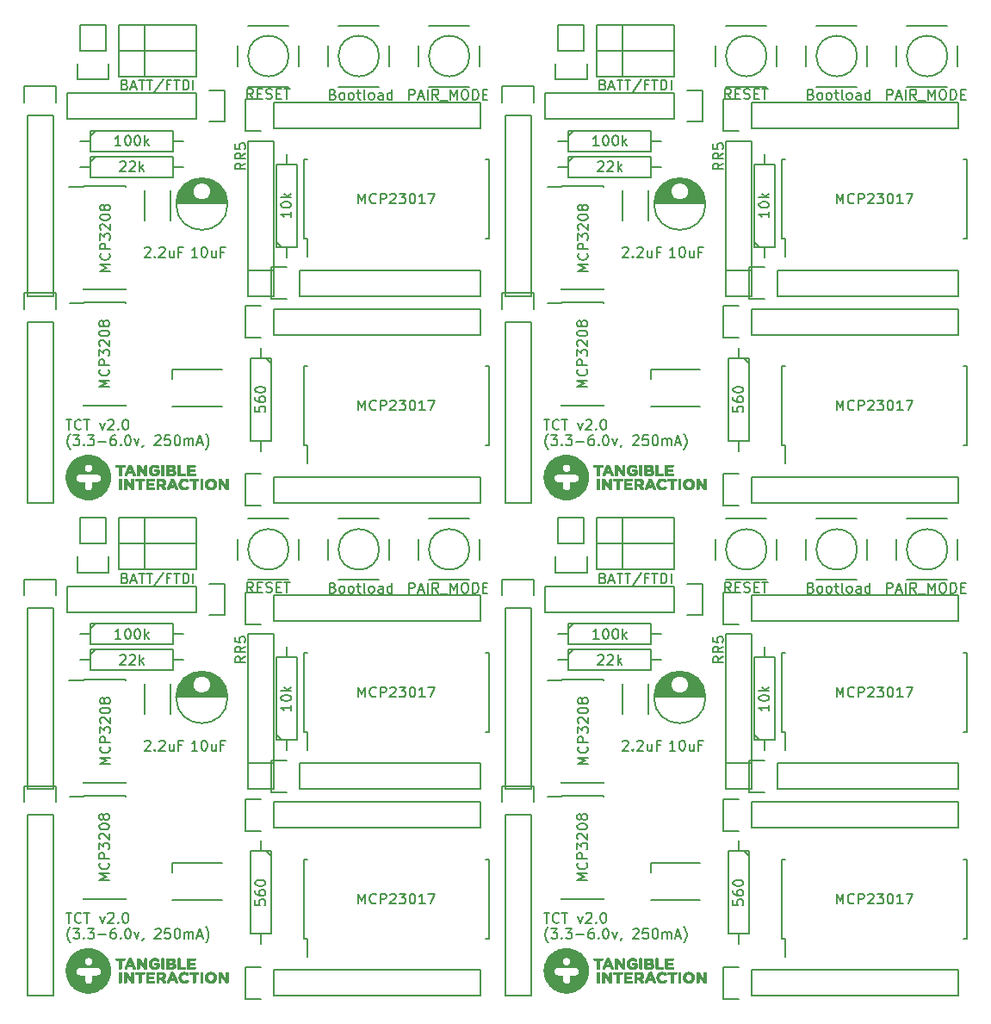
<source format=gto>
G04 #@! TF.FileFunction,Legend,Top*
%FSLAX46Y46*%
G04 Gerber Fmt 4.6, Leading zero omitted, Abs format (unit mm)*
G04 Created by KiCad (PCBNEW 4.0.2-stable) date Thursday, August 11, 2016 'pmt' 07:15:48 pm*
%MOMM*%
G01*
G04 APERTURE LIST*
%ADD10C,0.100000*%
%ADD11C,0.150000*%
%ADD12C,0.010000*%
G04 APERTURE END LIST*
D10*
D11*
X65002238Y-101914381D02*
X65573667Y-101914381D01*
X65287952Y-102914381D02*
X65287952Y-101914381D01*
X66478429Y-102819143D02*
X66430810Y-102866762D01*
X66287953Y-102914381D01*
X66192715Y-102914381D01*
X66049857Y-102866762D01*
X65954619Y-102771524D01*
X65907000Y-102676286D01*
X65859381Y-102485810D01*
X65859381Y-102342952D01*
X65907000Y-102152476D01*
X65954619Y-102057238D01*
X66049857Y-101962000D01*
X66192715Y-101914381D01*
X66287953Y-101914381D01*
X66430810Y-101962000D01*
X66478429Y-102009619D01*
X66764143Y-101914381D02*
X67335572Y-101914381D01*
X67049857Y-102914381D02*
X67049857Y-101914381D01*
X68335572Y-102247714D02*
X68573667Y-102914381D01*
X68811763Y-102247714D01*
X69145096Y-102009619D02*
X69192715Y-101962000D01*
X69287953Y-101914381D01*
X69526049Y-101914381D01*
X69621287Y-101962000D01*
X69668906Y-102009619D01*
X69716525Y-102104857D01*
X69716525Y-102200095D01*
X69668906Y-102342952D01*
X69097477Y-102914381D01*
X69716525Y-102914381D01*
X70145096Y-102819143D02*
X70192715Y-102866762D01*
X70145096Y-102914381D01*
X70097477Y-102866762D01*
X70145096Y-102819143D01*
X70145096Y-102914381D01*
X70811762Y-101914381D02*
X70907001Y-101914381D01*
X71002239Y-101962000D01*
X71049858Y-102009619D01*
X71097477Y-102104857D01*
X71145096Y-102295333D01*
X71145096Y-102533429D01*
X71097477Y-102723905D01*
X71049858Y-102819143D01*
X71002239Y-102866762D01*
X70907001Y-102914381D01*
X70811762Y-102914381D01*
X70716524Y-102866762D01*
X70668905Y-102819143D01*
X70621286Y-102723905D01*
X70573667Y-102533429D01*
X70573667Y-102295333D01*
X70621286Y-102104857D01*
X70668905Y-102009619D01*
X70716524Y-101962000D01*
X70811762Y-101914381D01*
X65430810Y-104845333D02*
X65383190Y-104797714D01*
X65287952Y-104654857D01*
X65240333Y-104559619D01*
X65192714Y-104416762D01*
X65145095Y-104178667D01*
X65145095Y-103988190D01*
X65192714Y-103750095D01*
X65240333Y-103607238D01*
X65287952Y-103512000D01*
X65383190Y-103369143D01*
X65430810Y-103321524D01*
X65716524Y-103464381D02*
X66335572Y-103464381D01*
X66002238Y-103845333D01*
X66145096Y-103845333D01*
X66240334Y-103892952D01*
X66287953Y-103940571D01*
X66335572Y-104035810D01*
X66335572Y-104273905D01*
X66287953Y-104369143D01*
X66240334Y-104416762D01*
X66145096Y-104464381D01*
X65859381Y-104464381D01*
X65764143Y-104416762D01*
X65716524Y-104369143D01*
X66764143Y-104369143D02*
X66811762Y-104416762D01*
X66764143Y-104464381D01*
X66716524Y-104416762D01*
X66764143Y-104369143D01*
X66764143Y-104464381D01*
X67145095Y-103464381D02*
X67764143Y-103464381D01*
X67430809Y-103845333D01*
X67573667Y-103845333D01*
X67668905Y-103892952D01*
X67716524Y-103940571D01*
X67764143Y-104035810D01*
X67764143Y-104273905D01*
X67716524Y-104369143D01*
X67668905Y-104416762D01*
X67573667Y-104464381D01*
X67287952Y-104464381D01*
X67192714Y-104416762D01*
X67145095Y-104369143D01*
X68192714Y-104083429D02*
X68954619Y-104083429D01*
X69859381Y-103464381D02*
X69668904Y-103464381D01*
X69573666Y-103512000D01*
X69526047Y-103559619D01*
X69430809Y-103702476D01*
X69383190Y-103892952D01*
X69383190Y-104273905D01*
X69430809Y-104369143D01*
X69478428Y-104416762D01*
X69573666Y-104464381D01*
X69764143Y-104464381D01*
X69859381Y-104416762D01*
X69907000Y-104369143D01*
X69954619Y-104273905D01*
X69954619Y-104035810D01*
X69907000Y-103940571D01*
X69859381Y-103892952D01*
X69764143Y-103845333D01*
X69573666Y-103845333D01*
X69478428Y-103892952D01*
X69430809Y-103940571D01*
X69383190Y-104035810D01*
X70383190Y-104369143D02*
X70430809Y-104416762D01*
X70383190Y-104464381D01*
X70335571Y-104416762D01*
X70383190Y-104369143D01*
X70383190Y-104464381D01*
X71049856Y-103464381D02*
X71145095Y-103464381D01*
X71240333Y-103512000D01*
X71287952Y-103559619D01*
X71335571Y-103654857D01*
X71383190Y-103845333D01*
X71383190Y-104083429D01*
X71335571Y-104273905D01*
X71287952Y-104369143D01*
X71240333Y-104416762D01*
X71145095Y-104464381D01*
X71049856Y-104464381D01*
X70954618Y-104416762D01*
X70906999Y-104369143D01*
X70859380Y-104273905D01*
X70811761Y-104083429D01*
X70811761Y-103845333D01*
X70859380Y-103654857D01*
X70906999Y-103559619D01*
X70954618Y-103512000D01*
X71049856Y-103464381D01*
X71716523Y-103797714D02*
X71954618Y-104464381D01*
X72192714Y-103797714D01*
X72621285Y-104416762D02*
X72621285Y-104464381D01*
X72573666Y-104559619D01*
X72526047Y-104607238D01*
X73764142Y-103559619D02*
X73811761Y-103512000D01*
X73906999Y-103464381D01*
X74145095Y-103464381D01*
X74240333Y-103512000D01*
X74287952Y-103559619D01*
X74335571Y-103654857D01*
X74335571Y-103750095D01*
X74287952Y-103892952D01*
X73716523Y-104464381D01*
X74335571Y-104464381D01*
X75240333Y-103464381D02*
X74764142Y-103464381D01*
X74716523Y-103940571D01*
X74764142Y-103892952D01*
X74859380Y-103845333D01*
X75097476Y-103845333D01*
X75192714Y-103892952D01*
X75240333Y-103940571D01*
X75287952Y-104035810D01*
X75287952Y-104273905D01*
X75240333Y-104369143D01*
X75192714Y-104416762D01*
X75097476Y-104464381D01*
X74859380Y-104464381D01*
X74764142Y-104416762D01*
X74716523Y-104369143D01*
X75906999Y-103464381D02*
X76002238Y-103464381D01*
X76097476Y-103512000D01*
X76145095Y-103559619D01*
X76192714Y-103654857D01*
X76240333Y-103845333D01*
X76240333Y-104083429D01*
X76192714Y-104273905D01*
X76145095Y-104369143D01*
X76097476Y-104416762D01*
X76002238Y-104464381D01*
X75906999Y-104464381D01*
X75811761Y-104416762D01*
X75764142Y-104369143D01*
X75716523Y-104273905D01*
X75668904Y-104083429D01*
X75668904Y-103845333D01*
X75716523Y-103654857D01*
X75764142Y-103559619D01*
X75811761Y-103512000D01*
X75906999Y-103464381D01*
X76668904Y-104464381D02*
X76668904Y-103797714D01*
X76668904Y-103892952D02*
X76716523Y-103845333D01*
X76811761Y-103797714D01*
X76954619Y-103797714D01*
X77049857Y-103845333D01*
X77097476Y-103940571D01*
X77097476Y-104464381D01*
X77097476Y-103940571D02*
X77145095Y-103845333D01*
X77240333Y-103797714D01*
X77383190Y-103797714D01*
X77478428Y-103845333D01*
X77526047Y-103940571D01*
X77526047Y-104464381D01*
X77954618Y-104178667D02*
X78430809Y-104178667D01*
X77859380Y-104464381D02*
X78192713Y-103464381D01*
X78526047Y-104464381D01*
X78764142Y-104845333D02*
X78811761Y-104797714D01*
X78906999Y-104654857D01*
X78954618Y-104559619D01*
X79002237Y-104416762D01*
X79049856Y-104178667D01*
X79049856Y-103988190D01*
X79002237Y-103750095D01*
X78954618Y-103607238D01*
X78906999Y-103512000D01*
X78811761Y-103369143D01*
X78764142Y-103321524D01*
X18002238Y-101914381D02*
X18573667Y-101914381D01*
X18287952Y-102914381D02*
X18287952Y-101914381D01*
X19478429Y-102819143D02*
X19430810Y-102866762D01*
X19287953Y-102914381D01*
X19192715Y-102914381D01*
X19049857Y-102866762D01*
X18954619Y-102771524D01*
X18907000Y-102676286D01*
X18859381Y-102485810D01*
X18859381Y-102342952D01*
X18907000Y-102152476D01*
X18954619Y-102057238D01*
X19049857Y-101962000D01*
X19192715Y-101914381D01*
X19287953Y-101914381D01*
X19430810Y-101962000D01*
X19478429Y-102009619D01*
X19764143Y-101914381D02*
X20335572Y-101914381D01*
X20049857Y-102914381D02*
X20049857Y-101914381D01*
X21335572Y-102247714D02*
X21573667Y-102914381D01*
X21811763Y-102247714D01*
X22145096Y-102009619D02*
X22192715Y-101962000D01*
X22287953Y-101914381D01*
X22526049Y-101914381D01*
X22621287Y-101962000D01*
X22668906Y-102009619D01*
X22716525Y-102104857D01*
X22716525Y-102200095D01*
X22668906Y-102342952D01*
X22097477Y-102914381D01*
X22716525Y-102914381D01*
X23145096Y-102819143D02*
X23192715Y-102866762D01*
X23145096Y-102914381D01*
X23097477Y-102866762D01*
X23145096Y-102819143D01*
X23145096Y-102914381D01*
X23811762Y-101914381D02*
X23907001Y-101914381D01*
X24002239Y-101962000D01*
X24049858Y-102009619D01*
X24097477Y-102104857D01*
X24145096Y-102295333D01*
X24145096Y-102533429D01*
X24097477Y-102723905D01*
X24049858Y-102819143D01*
X24002239Y-102866762D01*
X23907001Y-102914381D01*
X23811762Y-102914381D01*
X23716524Y-102866762D01*
X23668905Y-102819143D01*
X23621286Y-102723905D01*
X23573667Y-102533429D01*
X23573667Y-102295333D01*
X23621286Y-102104857D01*
X23668905Y-102009619D01*
X23716524Y-101962000D01*
X23811762Y-101914381D01*
X18430810Y-104845333D02*
X18383190Y-104797714D01*
X18287952Y-104654857D01*
X18240333Y-104559619D01*
X18192714Y-104416762D01*
X18145095Y-104178667D01*
X18145095Y-103988190D01*
X18192714Y-103750095D01*
X18240333Y-103607238D01*
X18287952Y-103512000D01*
X18383190Y-103369143D01*
X18430810Y-103321524D01*
X18716524Y-103464381D02*
X19335572Y-103464381D01*
X19002238Y-103845333D01*
X19145096Y-103845333D01*
X19240334Y-103892952D01*
X19287953Y-103940571D01*
X19335572Y-104035810D01*
X19335572Y-104273905D01*
X19287953Y-104369143D01*
X19240334Y-104416762D01*
X19145096Y-104464381D01*
X18859381Y-104464381D01*
X18764143Y-104416762D01*
X18716524Y-104369143D01*
X19764143Y-104369143D02*
X19811762Y-104416762D01*
X19764143Y-104464381D01*
X19716524Y-104416762D01*
X19764143Y-104369143D01*
X19764143Y-104464381D01*
X20145095Y-103464381D02*
X20764143Y-103464381D01*
X20430809Y-103845333D01*
X20573667Y-103845333D01*
X20668905Y-103892952D01*
X20716524Y-103940571D01*
X20764143Y-104035810D01*
X20764143Y-104273905D01*
X20716524Y-104369143D01*
X20668905Y-104416762D01*
X20573667Y-104464381D01*
X20287952Y-104464381D01*
X20192714Y-104416762D01*
X20145095Y-104369143D01*
X21192714Y-104083429D02*
X21954619Y-104083429D01*
X22859381Y-103464381D02*
X22668904Y-103464381D01*
X22573666Y-103512000D01*
X22526047Y-103559619D01*
X22430809Y-103702476D01*
X22383190Y-103892952D01*
X22383190Y-104273905D01*
X22430809Y-104369143D01*
X22478428Y-104416762D01*
X22573666Y-104464381D01*
X22764143Y-104464381D01*
X22859381Y-104416762D01*
X22907000Y-104369143D01*
X22954619Y-104273905D01*
X22954619Y-104035810D01*
X22907000Y-103940571D01*
X22859381Y-103892952D01*
X22764143Y-103845333D01*
X22573666Y-103845333D01*
X22478428Y-103892952D01*
X22430809Y-103940571D01*
X22383190Y-104035810D01*
X23383190Y-104369143D02*
X23430809Y-104416762D01*
X23383190Y-104464381D01*
X23335571Y-104416762D01*
X23383190Y-104369143D01*
X23383190Y-104464381D01*
X24049856Y-103464381D02*
X24145095Y-103464381D01*
X24240333Y-103512000D01*
X24287952Y-103559619D01*
X24335571Y-103654857D01*
X24383190Y-103845333D01*
X24383190Y-104083429D01*
X24335571Y-104273905D01*
X24287952Y-104369143D01*
X24240333Y-104416762D01*
X24145095Y-104464381D01*
X24049856Y-104464381D01*
X23954618Y-104416762D01*
X23906999Y-104369143D01*
X23859380Y-104273905D01*
X23811761Y-104083429D01*
X23811761Y-103845333D01*
X23859380Y-103654857D01*
X23906999Y-103559619D01*
X23954618Y-103512000D01*
X24049856Y-103464381D01*
X24716523Y-103797714D02*
X24954618Y-104464381D01*
X25192714Y-103797714D01*
X25621285Y-104416762D02*
X25621285Y-104464381D01*
X25573666Y-104559619D01*
X25526047Y-104607238D01*
X26764142Y-103559619D02*
X26811761Y-103512000D01*
X26906999Y-103464381D01*
X27145095Y-103464381D01*
X27240333Y-103512000D01*
X27287952Y-103559619D01*
X27335571Y-103654857D01*
X27335571Y-103750095D01*
X27287952Y-103892952D01*
X26716523Y-104464381D01*
X27335571Y-104464381D01*
X28240333Y-103464381D02*
X27764142Y-103464381D01*
X27716523Y-103940571D01*
X27764142Y-103892952D01*
X27859380Y-103845333D01*
X28097476Y-103845333D01*
X28192714Y-103892952D01*
X28240333Y-103940571D01*
X28287952Y-104035810D01*
X28287952Y-104273905D01*
X28240333Y-104369143D01*
X28192714Y-104416762D01*
X28097476Y-104464381D01*
X27859380Y-104464381D01*
X27764142Y-104416762D01*
X27716523Y-104369143D01*
X28906999Y-103464381D02*
X29002238Y-103464381D01*
X29097476Y-103512000D01*
X29145095Y-103559619D01*
X29192714Y-103654857D01*
X29240333Y-103845333D01*
X29240333Y-104083429D01*
X29192714Y-104273905D01*
X29145095Y-104369143D01*
X29097476Y-104416762D01*
X29002238Y-104464381D01*
X28906999Y-104464381D01*
X28811761Y-104416762D01*
X28764142Y-104369143D01*
X28716523Y-104273905D01*
X28668904Y-104083429D01*
X28668904Y-103845333D01*
X28716523Y-103654857D01*
X28764142Y-103559619D01*
X28811761Y-103512000D01*
X28906999Y-103464381D01*
X29668904Y-104464381D02*
X29668904Y-103797714D01*
X29668904Y-103892952D02*
X29716523Y-103845333D01*
X29811761Y-103797714D01*
X29954619Y-103797714D01*
X30049857Y-103845333D01*
X30097476Y-103940571D01*
X30097476Y-104464381D01*
X30097476Y-103940571D02*
X30145095Y-103845333D01*
X30240333Y-103797714D01*
X30383190Y-103797714D01*
X30478428Y-103845333D01*
X30526047Y-103940571D01*
X30526047Y-104464381D01*
X30954618Y-104178667D02*
X31430809Y-104178667D01*
X30859380Y-104464381D02*
X31192713Y-103464381D01*
X31526047Y-104464381D01*
X31764142Y-104845333D02*
X31811761Y-104797714D01*
X31906999Y-104654857D01*
X31954618Y-104559619D01*
X32002237Y-104416762D01*
X32049856Y-104178667D01*
X32049856Y-103988190D01*
X32002237Y-103750095D01*
X31954618Y-103607238D01*
X31906999Y-103512000D01*
X31811761Y-103369143D01*
X31764142Y-103321524D01*
X65002238Y-53414381D02*
X65573667Y-53414381D01*
X65287952Y-54414381D02*
X65287952Y-53414381D01*
X66478429Y-54319143D02*
X66430810Y-54366762D01*
X66287953Y-54414381D01*
X66192715Y-54414381D01*
X66049857Y-54366762D01*
X65954619Y-54271524D01*
X65907000Y-54176286D01*
X65859381Y-53985810D01*
X65859381Y-53842952D01*
X65907000Y-53652476D01*
X65954619Y-53557238D01*
X66049857Y-53462000D01*
X66192715Y-53414381D01*
X66287953Y-53414381D01*
X66430810Y-53462000D01*
X66478429Y-53509619D01*
X66764143Y-53414381D02*
X67335572Y-53414381D01*
X67049857Y-54414381D02*
X67049857Y-53414381D01*
X68335572Y-53747714D02*
X68573667Y-54414381D01*
X68811763Y-53747714D01*
X69145096Y-53509619D02*
X69192715Y-53462000D01*
X69287953Y-53414381D01*
X69526049Y-53414381D01*
X69621287Y-53462000D01*
X69668906Y-53509619D01*
X69716525Y-53604857D01*
X69716525Y-53700095D01*
X69668906Y-53842952D01*
X69097477Y-54414381D01*
X69716525Y-54414381D01*
X70145096Y-54319143D02*
X70192715Y-54366762D01*
X70145096Y-54414381D01*
X70097477Y-54366762D01*
X70145096Y-54319143D01*
X70145096Y-54414381D01*
X70811762Y-53414381D02*
X70907001Y-53414381D01*
X71002239Y-53462000D01*
X71049858Y-53509619D01*
X71097477Y-53604857D01*
X71145096Y-53795333D01*
X71145096Y-54033429D01*
X71097477Y-54223905D01*
X71049858Y-54319143D01*
X71002239Y-54366762D01*
X70907001Y-54414381D01*
X70811762Y-54414381D01*
X70716524Y-54366762D01*
X70668905Y-54319143D01*
X70621286Y-54223905D01*
X70573667Y-54033429D01*
X70573667Y-53795333D01*
X70621286Y-53604857D01*
X70668905Y-53509619D01*
X70716524Y-53462000D01*
X70811762Y-53414381D01*
X65430810Y-56345333D02*
X65383190Y-56297714D01*
X65287952Y-56154857D01*
X65240333Y-56059619D01*
X65192714Y-55916762D01*
X65145095Y-55678667D01*
X65145095Y-55488190D01*
X65192714Y-55250095D01*
X65240333Y-55107238D01*
X65287952Y-55012000D01*
X65383190Y-54869143D01*
X65430810Y-54821524D01*
X65716524Y-54964381D02*
X66335572Y-54964381D01*
X66002238Y-55345333D01*
X66145096Y-55345333D01*
X66240334Y-55392952D01*
X66287953Y-55440571D01*
X66335572Y-55535810D01*
X66335572Y-55773905D01*
X66287953Y-55869143D01*
X66240334Y-55916762D01*
X66145096Y-55964381D01*
X65859381Y-55964381D01*
X65764143Y-55916762D01*
X65716524Y-55869143D01*
X66764143Y-55869143D02*
X66811762Y-55916762D01*
X66764143Y-55964381D01*
X66716524Y-55916762D01*
X66764143Y-55869143D01*
X66764143Y-55964381D01*
X67145095Y-54964381D02*
X67764143Y-54964381D01*
X67430809Y-55345333D01*
X67573667Y-55345333D01*
X67668905Y-55392952D01*
X67716524Y-55440571D01*
X67764143Y-55535810D01*
X67764143Y-55773905D01*
X67716524Y-55869143D01*
X67668905Y-55916762D01*
X67573667Y-55964381D01*
X67287952Y-55964381D01*
X67192714Y-55916762D01*
X67145095Y-55869143D01*
X68192714Y-55583429D02*
X68954619Y-55583429D01*
X69859381Y-54964381D02*
X69668904Y-54964381D01*
X69573666Y-55012000D01*
X69526047Y-55059619D01*
X69430809Y-55202476D01*
X69383190Y-55392952D01*
X69383190Y-55773905D01*
X69430809Y-55869143D01*
X69478428Y-55916762D01*
X69573666Y-55964381D01*
X69764143Y-55964381D01*
X69859381Y-55916762D01*
X69907000Y-55869143D01*
X69954619Y-55773905D01*
X69954619Y-55535810D01*
X69907000Y-55440571D01*
X69859381Y-55392952D01*
X69764143Y-55345333D01*
X69573666Y-55345333D01*
X69478428Y-55392952D01*
X69430809Y-55440571D01*
X69383190Y-55535810D01*
X70383190Y-55869143D02*
X70430809Y-55916762D01*
X70383190Y-55964381D01*
X70335571Y-55916762D01*
X70383190Y-55869143D01*
X70383190Y-55964381D01*
X71049856Y-54964381D02*
X71145095Y-54964381D01*
X71240333Y-55012000D01*
X71287952Y-55059619D01*
X71335571Y-55154857D01*
X71383190Y-55345333D01*
X71383190Y-55583429D01*
X71335571Y-55773905D01*
X71287952Y-55869143D01*
X71240333Y-55916762D01*
X71145095Y-55964381D01*
X71049856Y-55964381D01*
X70954618Y-55916762D01*
X70906999Y-55869143D01*
X70859380Y-55773905D01*
X70811761Y-55583429D01*
X70811761Y-55345333D01*
X70859380Y-55154857D01*
X70906999Y-55059619D01*
X70954618Y-55012000D01*
X71049856Y-54964381D01*
X71716523Y-55297714D02*
X71954618Y-55964381D01*
X72192714Y-55297714D01*
X72621285Y-55916762D02*
X72621285Y-55964381D01*
X72573666Y-56059619D01*
X72526047Y-56107238D01*
X73764142Y-55059619D02*
X73811761Y-55012000D01*
X73906999Y-54964381D01*
X74145095Y-54964381D01*
X74240333Y-55012000D01*
X74287952Y-55059619D01*
X74335571Y-55154857D01*
X74335571Y-55250095D01*
X74287952Y-55392952D01*
X73716523Y-55964381D01*
X74335571Y-55964381D01*
X75240333Y-54964381D02*
X74764142Y-54964381D01*
X74716523Y-55440571D01*
X74764142Y-55392952D01*
X74859380Y-55345333D01*
X75097476Y-55345333D01*
X75192714Y-55392952D01*
X75240333Y-55440571D01*
X75287952Y-55535810D01*
X75287952Y-55773905D01*
X75240333Y-55869143D01*
X75192714Y-55916762D01*
X75097476Y-55964381D01*
X74859380Y-55964381D01*
X74764142Y-55916762D01*
X74716523Y-55869143D01*
X75906999Y-54964381D02*
X76002238Y-54964381D01*
X76097476Y-55012000D01*
X76145095Y-55059619D01*
X76192714Y-55154857D01*
X76240333Y-55345333D01*
X76240333Y-55583429D01*
X76192714Y-55773905D01*
X76145095Y-55869143D01*
X76097476Y-55916762D01*
X76002238Y-55964381D01*
X75906999Y-55964381D01*
X75811761Y-55916762D01*
X75764142Y-55869143D01*
X75716523Y-55773905D01*
X75668904Y-55583429D01*
X75668904Y-55345333D01*
X75716523Y-55154857D01*
X75764142Y-55059619D01*
X75811761Y-55012000D01*
X75906999Y-54964381D01*
X76668904Y-55964381D02*
X76668904Y-55297714D01*
X76668904Y-55392952D02*
X76716523Y-55345333D01*
X76811761Y-55297714D01*
X76954619Y-55297714D01*
X77049857Y-55345333D01*
X77097476Y-55440571D01*
X77097476Y-55964381D01*
X77097476Y-55440571D02*
X77145095Y-55345333D01*
X77240333Y-55297714D01*
X77383190Y-55297714D01*
X77478428Y-55345333D01*
X77526047Y-55440571D01*
X77526047Y-55964381D01*
X77954618Y-55678667D02*
X78430809Y-55678667D01*
X77859380Y-55964381D02*
X78192713Y-54964381D01*
X78526047Y-55964381D01*
X78764142Y-56345333D02*
X78811761Y-56297714D01*
X78906999Y-56154857D01*
X78954618Y-56059619D01*
X79002237Y-55916762D01*
X79049856Y-55678667D01*
X79049856Y-55488190D01*
X79002237Y-55250095D01*
X78954618Y-55107238D01*
X78906999Y-55012000D01*
X78811761Y-54869143D01*
X78764142Y-54821524D01*
X18002238Y-53414381D02*
X18573667Y-53414381D01*
X18287952Y-54414381D02*
X18287952Y-53414381D01*
X19478429Y-54319143D02*
X19430810Y-54366762D01*
X19287953Y-54414381D01*
X19192715Y-54414381D01*
X19049857Y-54366762D01*
X18954619Y-54271524D01*
X18907000Y-54176286D01*
X18859381Y-53985810D01*
X18859381Y-53842952D01*
X18907000Y-53652476D01*
X18954619Y-53557238D01*
X19049857Y-53462000D01*
X19192715Y-53414381D01*
X19287953Y-53414381D01*
X19430810Y-53462000D01*
X19478429Y-53509619D01*
X19764143Y-53414381D02*
X20335572Y-53414381D01*
X20049857Y-54414381D02*
X20049857Y-53414381D01*
X21335572Y-53747714D02*
X21573667Y-54414381D01*
X21811763Y-53747714D01*
X22145096Y-53509619D02*
X22192715Y-53462000D01*
X22287953Y-53414381D01*
X22526049Y-53414381D01*
X22621287Y-53462000D01*
X22668906Y-53509619D01*
X22716525Y-53604857D01*
X22716525Y-53700095D01*
X22668906Y-53842952D01*
X22097477Y-54414381D01*
X22716525Y-54414381D01*
X23145096Y-54319143D02*
X23192715Y-54366762D01*
X23145096Y-54414381D01*
X23097477Y-54366762D01*
X23145096Y-54319143D01*
X23145096Y-54414381D01*
X23811762Y-53414381D02*
X23907001Y-53414381D01*
X24002239Y-53462000D01*
X24049858Y-53509619D01*
X24097477Y-53604857D01*
X24145096Y-53795333D01*
X24145096Y-54033429D01*
X24097477Y-54223905D01*
X24049858Y-54319143D01*
X24002239Y-54366762D01*
X23907001Y-54414381D01*
X23811762Y-54414381D01*
X23716524Y-54366762D01*
X23668905Y-54319143D01*
X23621286Y-54223905D01*
X23573667Y-54033429D01*
X23573667Y-53795333D01*
X23621286Y-53604857D01*
X23668905Y-53509619D01*
X23716524Y-53462000D01*
X23811762Y-53414381D01*
X18430810Y-56345333D02*
X18383190Y-56297714D01*
X18287952Y-56154857D01*
X18240333Y-56059619D01*
X18192714Y-55916762D01*
X18145095Y-55678667D01*
X18145095Y-55488190D01*
X18192714Y-55250095D01*
X18240333Y-55107238D01*
X18287952Y-55012000D01*
X18383190Y-54869143D01*
X18430810Y-54821524D01*
X18716524Y-54964381D02*
X19335572Y-54964381D01*
X19002238Y-55345333D01*
X19145096Y-55345333D01*
X19240334Y-55392952D01*
X19287953Y-55440571D01*
X19335572Y-55535810D01*
X19335572Y-55773905D01*
X19287953Y-55869143D01*
X19240334Y-55916762D01*
X19145096Y-55964381D01*
X18859381Y-55964381D01*
X18764143Y-55916762D01*
X18716524Y-55869143D01*
X19764143Y-55869143D02*
X19811762Y-55916762D01*
X19764143Y-55964381D01*
X19716524Y-55916762D01*
X19764143Y-55869143D01*
X19764143Y-55964381D01*
X20145095Y-54964381D02*
X20764143Y-54964381D01*
X20430809Y-55345333D01*
X20573667Y-55345333D01*
X20668905Y-55392952D01*
X20716524Y-55440571D01*
X20764143Y-55535810D01*
X20764143Y-55773905D01*
X20716524Y-55869143D01*
X20668905Y-55916762D01*
X20573667Y-55964381D01*
X20287952Y-55964381D01*
X20192714Y-55916762D01*
X20145095Y-55869143D01*
X21192714Y-55583429D02*
X21954619Y-55583429D01*
X22859381Y-54964381D02*
X22668904Y-54964381D01*
X22573666Y-55012000D01*
X22526047Y-55059619D01*
X22430809Y-55202476D01*
X22383190Y-55392952D01*
X22383190Y-55773905D01*
X22430809Y-55869143D01*
X22478428Y-55916762D01*
X22573666Y-55964381D01*
X22764143Y-55964381D01*
X22859381Y-55916762D01*
X22907000Y-55869143D01*
X22954619Y-55773905D01*
X22954619Y-55535810D01*
X22907000Y-55440571D01*
X22859381Y-55392952D01*
X22764143Y-55345333D01*
X22573666Y-55345333D01*
X22478428Y-55392952D01*
X22430809Y-55440571D01*
X22383190Y-55535810D01*
X23383190Y-55869143D02*
X23430809Y-55916762D01*
X23383190Y-55964381D01*
X23335571Y-55916762D01*
X23383190Y-55869143D01*
X23383190Y-55964381D01*
X24049856Y-54964381D02*
X24145095Y-54964381D01*
X24240333Y-55012000D01*
X24287952Y-55059619D01*
X24335571Y-55154857D01*
X24383190Y-55345333D01*
X24383190Y-55583429D01*
X24335571Y-55773905D01*
X24287952Y-55869143D01*
X24240333Y-55916762D01*
X24145095Y-55964381D01*
X24049856Y-55964381D01*
X23954618Y-55916762D01*
X23906999Y-55869143D01*
X23859380Y-55773905D01*
X23811761Y-55583429D01*
X23811761Y-55345333D01*
X23859380Y-55154857D01*
X23906999Y-55059619D01*
X23954618Y-55012000D01*
X24049856Y-54964381D01*
X24716523Y-55297714D02*
X24954618Y-55964381D01*
X25192714Y-55297714D01*
X25621285Y-55916762D02*
X25621285Y-55964381D01*
X25573666Y-56059619D01*
X25526047Y-56107238D01*
X26764142Y-55059619D02*
X26811761Y-55012000D01*
X26906999Y-54964381D01*
X27145095Y-54964381D01*
X27240333Y-55012000D01*
X27287952Y-55059619D01*
X27335571Y-55154857D01*
X27335571Y-55250095D01*
X27287952Y-55392952D01*
X26716523Y-55964381D01*
X27335571Y-55964381D01*
X28240333Y-54964381D02*
X27764142Y-54964381D01*
X27716523Y-55440571D01*
X27764142Y-55392952D01*
X27859380Y-55345333D01*
X28097476Y-55345333D01*
X28192714Y-55392952D01*
X28240333Y-55440571D01*
X28287952Y-55535810D01*
X28287952Y-55773905D01*
X28240333Y-55869143D01*
X28192714Y-55916762D01*
X28097476Y-55964381D01*
X27859380Y-55964381D01*
X27764142Y-55916762D01*
X27716523Y-55869143D01*
X28906999Y-54964381D02*
X29002238Y-54964381D01*
X29097476Y-55012000D01*
X29145095Y-55059619D01*
X29192714Y-55154857D01*
X29240333Y-55345333D01*
X29240333Y-55583429D01*
X29192714Y-55773905D01*
X29145095Y-55869143D01*
X29097476Y-55916762D01*
X29002238Y-55964381D01*
X28906999Y-55964381D01*
X28811761Y-55916762D01*
X28764142Y-55869143D01*
X28716523Y-55773905D01*
X28668904Y-55583429D01*
X28668904Y-55345333D01*
X28716523Y-55154857D01*
X28764142Y-55059619D01*
X28811761Y-55012000D01*
X28906999Y-54964381D01*
X29668904Y-55964381D02*
X29668904Y-55297714D01*
X29668904Y-55392952D02*
X29716523Y-55345333D01*
X29811761Y-55297714D01*
X29954619Y-55297714D01*
X30049857Y-55345333D01*
X30097476Y-55440571D01*
X30097476Y-55964381D01*
X30097476Y-55440571D02*
X30145095Y-55345333D01*
X30240333Y-55297714D01*
X30383190Y-55297714D01*
X30478428Y-55345333D01*
X30526047Y-55440571D01*
X30526047Y-55964381D01*
X30954618Y-55678667D02*
X31430809Y-55678667D01*
X30859380Y-55964381D02*
X31192713Y-54964381D01*
X31526047Y-55964381D01*
X31764142Y-56345333D02*
X31811761Y-56297714D01*
X31906999Y-56154857D01*
X31954618Y-56059619D01*
X32002237Y-55916762D01*
X32049856Y-55678667D01*
X32049856Y-55488190D01*
X32002237Y-55250095D01*
X31954618Y-55107238D01*
X31906999Y-55012000D01*
X31811761Y-54869143D01*
X31764142Y-54821524D01*
X77810200Y-72376000D02*
X65110200Y-72376000D01*
X65110200Y-72376000D02*
X65110200Y-69836000D01*
X65110200Y-69836000D02*
X77810200Y-69836000D01*
X80630200Y-72656000D02*
X79080200Y-72656000D01*
X77810200Y-72376000D02*
X77810200Y-69836000D01*
X79080200Y-69556000D02*
X80630200Y-69556000D01*
X80630200Y-69556000D02*
X80630200Y-72656000D01*
X30810200Y-72376000D02*
X18110200Y-72376000D01*
X18110200Y-72376000D02*
X18110200Y-69836000D01*
X18110200Y-69836000D02*
X30810200Y-69836000D01*
X33630200Y-72656000D02*
X32080200Y-72656000D01*
X30810200Y-72376000D02*
X30810200Y-69836000D01*
X32080200Y-69556000D02*
X33630200Y-69556000D01*
X33630200Y-69556000D02*
X33630200Y-72656000D01*
X77810200Y-23876000D02*
X65110200Y-23876000D01*
X65110200Y-23876000D02*
X65110200Y-21336000D01*
X65110200Y-21336000D02*
X77810200Y-21336000D01*
X80630200Y-24156000D02*
X79080200Y-24156000D01*
X77810200Y-23876000D02*
X77810200Y-21336000D01*
X79080200Y-21056000D02*
X80630200Y-21056000D01*
X80630200Y-21056000D02*
X80630200Y-24156000D01*
X70215600Y-65645000D02*
X70215600Y-63105000D01*
X70215600Y-63105000D02*
X77835600Y-63105000D01*
X77835600Y-63105000D02*
X77835600Y-65645000D01*
X77835600Y-65645000D02*
X70215600Y-65645000D01*
X72755600Y-63105000D02*
X72755600Y-65645000D01*
X23215600Y-65645000D02*
X23215600Y-63105000D01*
X23215600Y-63105000D02*
X30835600Y-63105000D01*
X30835600Y-63105000D02*
X30835600Y-65645000D01*
X30835600Y-65645000D02*
X23215600Y-65645000D01*
X25755600Y-63105000D02*
X25755600Y-65645000D01*
X70215600Y-17145000D02*
X70215600Y-14605000D01*
X70215600Y-14605000D02*
X77835600Y-14605000D01*
X77835600Y-14605000D02*
X77835600Y-17145000D01*
X77835600Y-17145000D02*
X70215600Y-17145000D01*
X72755600Y-14605000D02*
X72755600Y-17145000D01*
X70215600Y-68185000D02*
X70215600Y-65645000D01*
X70215600Y-65645000D02*
X77835600Y-65645000D01*
X77835600Y-65645000D02*
X77835600Y-68185000D01*
X77835600Y-68185000D02*
X70215600Y-68185000D01*
X72755600Y-65645000D02*
X72755600Y-68185000D01*
X23215600Y-68185000D02*
X23215600Y-65645000D01*
X23215600Y-65645000D02*
X30835600Y-65645000D01*
X30835600Y-65645000D02*
X30835600Y-68185000D01*
X30835600Y-68185000D02*
X23215600Y-68185000D01*
X25755600Y-65645000D02*
X25755600Y-68185000D01*
X70215600Y-19685000D02*
X70215600Y-17145000D01*
X70215600Y-17145000D02*
X77835600Y-17145000D01*
X77835600Y-17145000D02*
X77835600Y-19685000D01*
X77835600Y-19685000D02*
X70215600Y-19685000D01*
X72755600Y-17145000D02*
X72755600Y-19685000D01*
X69225600Y-68465000D02*
X69225600Y-66915000D01*
X68945600Y-63105000D02*
X68945600Y-65645000D01*
X68945600Y-65645000D02*
X66405600Y-65645000D01*
X66125600Y-66915000D02*
X66125600Y-68465000D01*
X66125600Y-68465000D02*
X69225600Y-68465000D01*
X66405600Y-65645000D02*
X66405600Y-63105000D01*
X66405600Y-63105000D02*
X68945600Y-63105000D01*
X22225600Y-68465000D02*
X22225600Y-66915000D01*
X21945600Y-63105000D02*
X21945600Y-65645000D01*
X21945600Y-65645000D02*
X19405600Y-65645000D01*
X19125600Y-66915000D02*
X19125600Y-68465000D01*
X19125600Y-68465000D02*
X22225600Y-68465000D01*
X19405600Y-65645000D02*
X19405600Y-63105000D01*
X19405600Y-63105000D02*
X21945600Y-63105000D01*
X69225600Y-19965000D02*
X69225600Y-18415000D01*
X68945600Y-14605000D02*
X68945600Y-17145000D01*
X68945600Y-17145000D02*
X66405600Y-17145000D01*
X66125600Y-18415000D02*
X66125600Y-19965000D01*
X66125600Y-19965000D02*
X69225600Y-19965000D01*
X66405600Y-17145000D02*
X66405600Y-14605000D01*
X66405600Y-14605000D02*
X68945600Y-14605000D01*
X104690700Y-66189000D02*
G75*
G03X104690700Y-66189000I-2000000J0D01*
G01*
X100690700Y-63189000D02*
X104690700Y-63189000D01*
X105690700Y-65189000D02*
X105690700Y-67189000D01*
X104690700Y-69189000D02*
X100690700Y-69189000D01*
X99690700Y-65189000D02*
X99690700Y-67189000D01*
X57690700Y-66189000D02*
G75*
G03X57690700Y-66189000I-2000000J0D01*
G01*
X53690700Y-63189000D02*
X57690700Y-63189000D01*
X58690700Y-65189000D02*
X58690700Y-67189000D01*
X57690700Y-69189000D02*
X53690700Y-69189000D01*
X52690700Y-65189000D02*
X52690700Y-67189000D01*
X104690700Y-17689000D02*
G75*
G03X104690700Y-17689000I-2000000J0D01*
G01*
X100690700Y-14689000D02*
X104690700Y-14689000D01*
X105690700Y-16689000D02*
X105690700Y-18689000D01*
X104690700Y-20689000D02*
X100690700Y-20689000D01*
X99690700Y-16689000D02*
X99690700Y-18689000D01*
X95800700Y-66189000D02*
G75*
G03X95800700Y-66189000I-2000000J0D01*
G01*
X91800700Y-63189000D02*
X95800700Y-63189000D01*
X96800700Y-65189000D02*
X96800700Y-67189000D01*
X95800700Y-69189000D02*
X91800700Y-69189000D01*
X90800700Y-65189000D02*
X90800700Y-67189000D01*
X48800700Y-66189000D02*
G75*
G03X48800700Y-66189000I-2000000J0D01*
G01*
X44800700Y-63189000D02*
X48800700Y-63189000D01*
X49800700Y-65189000D02*
X49800700Y-67189000D01*
X48800700Y-69189000D02*
X44800700Y-69189000D01*
X43800700Y-65189000D02*
X43800700Y-67189000D01*
X95800700Y-17689000D02*
G75*
G03X95800700Y-17689000I-2000000J0D01*
G01*
X91800700Y-14689000D02*
X95800700Y-14689000D01*
X96800700Y-16689000D02*
X96800700Y-18689000D01*
X95800700Y-20689000D02*
X91800700Y-20689000D01*
X90800700Y-16689000D02*
X90800700Y-18689000D01*
X85430200Y-73265000D02*
X105750200Y-73265000D01*
X105750200Y-73265000D02*
X105750200Y-70725000D01*
X105750200Y-70725000D02*
X85430200Y-70725000D01*
X82610200Y-73545000D02*
X84160200Y-73545000D01*
X85430200Y-73265000D02*
X85430200Y-70725000D01*
X84160200Y-70445000D02*
X82610200Y-70445000D01*
X82610200Y-70445000D02*
X82610200Y-73545000D01*
X38430200Y-73265000D02*
X58750200Y-73265000D01*
X58750200Y-73265000D02*
X58750200Y-70725000D01*
X58750200Y-70725000D02*
X38430200Y-70725000D01*
X35610200Y-73545000D02*
X37160200Y-73545000D01*
X38430200Y-73265000D02*
X38430200Y-70725000D01*
X37160200Y-70445000D02*
X35610200Y-70445000D01*
X35610200Y-70445000D02*
X35610200Y-73545000D01*
X85430200Y-24765000D02*
X105750200Y-24765000D01*
X105750200Y-24765000D02*
X105750200Y-22225000D01*
X105750200Y-22225000D02*
X85430200Y-22225000D01*
X82610200Y-25045000D02*
X84160200Y-25045000D01*
X85430200Y-24765000D02*
X85430200Y-22225000D01*
X84160200Y-21945000D02*
X82610200Y-21945000D01*
X82610200Y-21945000D02*
X82610200Y-25045000D01*
X86910700Y-66189000D02*
G75*
G03X86910700Y-66189000I-2000000J0D01*
G01*
X82910700Y-63189000D02*
X86910700Y-63189000D01*
X87910700Y-65189000D02*
X87910700Y-67189000D01*
X86910700Y-69189000D02*
X82910700Y-69189000D01*
X81910700Y-65189000D02*
X81910700Y-67189000D01*
X39910700Y-66189000D02*
G75*
G03X39910700Y-66189000I-2000000J0D01*
G01*
X35910700Y-63189000D02*
X39910700Y-63189000D01*
X40910700Y-65189000D02*
X40910700Y-67189000D01*
X39910700Y-69189000D02*
X35910700Y-69189000D01*
X34910700Y-65189000D02*
X34910700Y-67189000D01*
X86910700Y-17689000D02*
G75*
G03X86910700Y-17689000I-2000000J0D01*
G01*
X82910700Y-14689000D02*
X86910700Y-14689000D01*
X87910700Y-16689000D02*
X87910700Y-18689000D01*
X86910700Y-20689000D02*
X82910700Y-20689000D01*
X81910700Y-16689000D02*
X81910700Y-18689000D01*
X66405600Y-77075000D02*
X67421600Y-77075000D01*
X67421600Y-77075000D02*
X67421600Y-76059000D01*
X67421600Y-76059000D02*
X75549600Y-76059000D01*
X75549600Y-76059000D02*
X75549600Y-78091000D01*
X75549600Y-78091000D02*
X67421600Y-78091000D01*
X67421600Y-78091000D02*
X67421600Y-77075000D01*
X67421600Y-76567000D02*
X67929600Y-76059000D01*
X76565600Y-77075000D02*
X75549600Y-77075000D01*
X19405600Y-77075000D02*
X20421600Y-77075000D01*
X20421600Y-77075000D02*
X20421600Y-76059000D01*
X20421600Y-76059000D02*
X28549600Y-76059000D01*
X28549600Y-76059000D02*
X28549600Y-78091000D01*
X28549600Y-78091000D02*
X20421600Y-78091000D01*
X20421600Y-78091000D02*
X20421600Y-77075000D01*
X20421600Y-76567000D02*
X20929600Y-76059000D01*
X29565600Y-77075000D02*
X28549600Y-77075000D01*
X66405600Y-28575000D02*
X67421600Y-28575000D01*
X67421600Y-28575000D02*
X67421600Y-27559000D01*
X67421600Y-27559000D02*
X75549600Y-27559000D01*
X75549600Y-27559000D02*
X75549600Y-29591000D01*
X75549600Y-29591000D02*
X67421600Y-29591000D01*
X67421600Y-29591000D02*
X67421600Y-28575000D01*
X67421600Y-28067000D02*
X67929600Y-27559000D01*
X76565600Y-28575000D02*
X75549600Y-28575000D01*
X72750200Y-82365000D02*
X72750200Y-79365000D01*
X75250200Y-79365000D02*
X75250200Y-82365000D01*
X25750200Y-82365000D02*
X25750200Y-79365000D01*
X28250200Y-79365000D02*
X28250200Y-82365000D01*
X72750200Y-33865000D02*
X72750200Y-30865000D01*
X75250200Y-30865000D02*
X75250200Y-33865000D01*
X66710600Y-78985000D02*
X66710600Y-79090000D01*
X70860600Y-78985000D02*
X70860600Y-79090000D01*
X70860600Y-89135000D02*
X70860600Y-89030000D01*
X66710600Y-89135000D02*
X66710600Y-89030000D01*
X66710600Y-78985000D02*
X70860600Y-78985000D01*
X66710600Y-89135000D02*
X70860600Y-89135000D01*
X66710600Y-79090000D02*
X65335600Y-79090000D01*
X19710600Y-78985000D02*
X19710600Y-79090000D01*
X23860600Y-78985000D02*
X23860600Y-79090000D01*
X23860600Y-89135000D02*
X23860600Y-89030000D01*
X19710600Y-89135000D02*
X19710600Y-89030000D01*
X19710600Y-78985000D02*
X23860600Y-78985000D01*
X19710600Y-89135000D02*
X23860600Y-89135000D01*
X19710600Y-79090000D02*
X18335600Y-79090000D01*
X66710600Y-30485000D02*
X66710600Y-30590000D01*
X70860600Y-30485000D02*
X70860600Y-30590000D01*
X70860600Y-40635000D02*
X70860600Y-40530000D01*
X66710600Y-40635000D02*
X66710600Y-40530000D01*
X66710600Y-30485000D02*
X70860600Y-30485000D01*
X66710600Y-40635000D02*
X70860600Y-40635000D01*
X66710600Y-30590000D02*
X65335600Y-30590000D01*
X66405600Y-74535000D02*
X67421600Y-74535000D01*
X67421600Y-74535000D02*
X67421600Y-73519000D01*
X67421600Y-73519000D02*
X75549600Y-73519000D01*
X75549600Y-73519000D02*
X75549600Y-75551000D01*
X75549600Y-75551000D02*
X67421600Y-75551000D01*
X67421600Y-75551000D02*
X67421600Y-74535000D01*
X67421600Y-74027000D02*
X67929600Y-73519000D01*
X76565600Y-74535000D02*
X75549600Y-74535000D01*
X19405600Y-74535000D02*
X20421600Y-74535000D01*
X20421600Y-74535000D02*
X20421600Y-73519000D01*
X20421600Y-73519000D02*
X28549600Y-73519000D01*
X28549600Y-73519000D02*
X28549600Y-75551000D01*
X28549600Y-75551000D02*
X20421600Y-75551000D01*
X20421600Y-75551000D02*
X20421600Y-74535000D01*
X20421600Y-74027000D02*
X20929600Y-73519000D01*
X29565600Y-74535000D02*
X28549600Y-74535000D01*
X66405600Y-26035000D02*
X67421600Y-26035000D01*
X67421600Y-26035000D02*
X67421600Y-25019000D01*
X67421600Y-25019000D02*
X75549600Y-25019000D01*
X75549600Y-25019000D02*
X75549600Y-27051000D01*
X75549600Y-27051000D02*
X67421600Y-27051000D01*
X67421600Y-27051000D02*
X67421600Y-26035000D01*
X67421600Y-25527000D02*
X67929600Y-25019000D01*
X76565600Y-26035000D02*
X75549600Y-26035000D01*
X61198600Y-71995000D02*
X61198600Y-89775000D01*
X61198600Y-89775000D02*
X63738600Y-89775000D01*
X63738600Y-89775000D02*
X63738600Y-71995000D01*
X60918600Y-69175000D02*
X60918600Y-70725000D01*
X61198600Y-71995000D02*
X63738600Y-71995000D01*
X64018600Y-70725000D02*
X64018600Y-69175000D01*
X64018600Y-69175000D02*
X60918600Y-69175000D01*
X14198600Y-71995000D02*
X14198600Y-89775000D01*
X14198600Y-89775000D02*
X16738600Y-89775000D01*
X16738600Y-89775000D02*
X16738600Y-71995000D01*
X13918600Y-69175000D02*
X13918600Y-70725000D01*
X14198600Y-71995000D02*
X16738600Y-71995000D01*
X17018600Y-70725000D02*
X17018600Y-69175000D01*
X17018600Y-69175000D02*
X13918600Y-69175000D01*
X61198600Y-23495000D02*
X61198600Y-41275000D01*
X61198600Y-41275000D02*
X63738600Y-41275000D01*
X63738600Y-41275000D02*
X63738600Y-23495000D01*
X60918600Y-20675000D02*
X60918600Y-22225000D01*
X61198600Y-23495000D02*
X63738600Y-23495000D01*
X64018600Y-22225000D02*
X64018600Y-20675000D01*
X64018600Y-20675000D02*
X60918600Y-20675000D01*
D12*
G36*
X67200511Y-105396740D02*
X67252229Y-105397890D01*
X67302716Y-105399741D01*
X67350089Y-105402254D01*
X67392468Y-105405388D01*
X67422741Y-105408461D01*
X67558714Y-105428773D01*
X67692039Y-105456979D01*
X67822444Y-105492921D01*
X67949654Y-105536445D01*
X68073394Y-105587393D01*
X68193392Y-105645611D01*
X68309373Y-105710942D01*
X68421063Y-105783229D01*
X68528188Y-105862318D01*
X68630474Y-105948052D01*
X68727646Y-106040275D01*
X68819432Y-106138831D01*
X68905557Y-106243564D01*
X68917821Y-106259600D01*
X68996689Y-106370615D01*
X69068112Y-106485479D01*
X69132010Y-106603862D01*
X69188302Y-106725433D01*
X69236905Y-106849862D01*
X69277740Y-106976819D01*
X69310725Y-107105974D01*
X69335780Y-107236997D01*
X69352822Y-107369557D01*
X69361772Y-107503324D01*
X69362548Y-107637969D01*
X69355069Y-107773160D01*
X69339254Y-107908568D01*
X69332726Y-107950057D01*
X69306373Y-108082445D01*
X69272003Y-108212400D01*
X69229792Y-108339607D01*
X69179922Y-108463751D01*
X69122571Y-108584515D01*
X69057919Y-108701584D01*
X68986145Y-108814640D01*
X68907428Y-108923370D01*
X68821947Y-109027455D01*
X68729883Y-109126581D01*
X68631414Y-109220432D01*
X68592116Y-109254850D01*
X68575583Y-109268604D01*
X68554325Y-109285711D01*
X68530443Y-109304513D01*
X68506037Y-109323352D01*
X68490516Y-109335108D01*
X68378434Y-109414178D01*
X68263271Y-109485408D01*
X68144921Y-109548838D01*
X68023281Y-109604512D01*
X67898243Y-109652470D01*
X67769705Y-109692754D01*
X67637559Y-109725406D01*
X67501701Y-109750467D01*
X67408461Y-109763042D01*
X67387779Y-109764886D01*
X67360026Y-109766549D01*
X67326597Y-109768011D01*
X67288885Y-109769252D01*
X67248286Y-109770253D01*
X67206193Y-109770995D01*
X67164001Y-109771458D01*
X67123104Y-109771623D01*
X67084896Y-109771471D01*
X67050772Y-109770982D01*
X67022126Y-109770137D01*
X67000353Y-109768916D01*
X66998267Y-109768743D01*
X66859895Y-109752641D01*
X66724320Y-109728602D01*
X66591696Y-109696692D01*
X66462179Y-109656976D01*
X66335922Y-109609519D01*
X66213082Y-109554385D01*
X66093813Y-109491639D01*
X65978269Y-109421346D01*
X65866607Y-109343571D01*
X65758980Y-109258379D01*
X65739726Y-109241984D01*
X65711424Y-109216803D01*
X65679651Y-109187148D01*
X65645853Y-109154477D01*
X65611479Y-109120250D01*
X65577975Y-109085925D01*
X65546789Y-109052961D01*
X65519369Y-109022815D01*
X65500259Y-109000683D01*
X65414041Y-108891125D01*
X65335623Y-108778278D01*
X65265004Y-108662133D01*
X65202178Y-108542680D01*
X65147141Y-108419911D01*
X65099891Y-108293817D01*
X65060424Y-108164390D01*
X65028735Y-108031620D01*
X65004821Y-107895498D01*
X64993171Y-107802650D01*
X64990191Y-107767356D01*
X64987896Y-107725363D01*
X64986286Y-107678411D01*
X64985647Y-107643752D01*
X65962459Y-107643752D01*
X65963370Y-107697155D01*
X65971375Y-107750244D01*
X65986548Y-107802311D01*
X66008961Y-107852649D01*
X66038686Y-107900551D01*
X66075798Y-107945309D01*
X66083545Y-107953255D01*
X66128981Y-107992812D01*
X66179055Y-108025304D01*
X66233574Y-108050617D01*
X66272250Y-108063436D01*
X66279688Y-108065478D01*
X66286896Y-108067212D01*
X66294618Y-108068670D01*
X66303597Y-108069882D01*
X66314576Y-108070878D01*
X66328299Y-108071688D01*
X66345509Y-108072342D01*
X66366949Y-108072871D01*
X66393364Y-108073305D01*
X66425495Y-108073673D01*
X66464087Y-108074007D01*
X66509884Y-108074336D01*
X66546531Y-108074579D01*
X66786945Y-108076150D01*
X66786430Y-108305583D01*
X66786338Y-108359238D01*
X66786359Y-108405215D01*
X66786551Y-108444303D01*
X66786970Y-108477292D01*
X66787673Y-108504969D01*
X66788718Y-108528125D01*
X66790161Y-108547548D01*
X66792060Y-108564026D01*
X66794471Y-108578349D01*
X66797451Y-108591306D01*
X66801057Y-108603685D01*
X66805347Y-108616276D01*
X66809737Y-108628169D01*
X66834112Y-108681352D01*
X66865207Y-108730078D01*
X66902343Y-108773784D01*
X66944838Y-108811913D01*
X66992011Y-108843903D01*
X67043181Y-108869194D01*
X67097667Y-108887226D01*
X67133733Y-108894662D01*
X67166315Y-108898958D01*
X67194940Y-108900448D01*
X67223584Y-108899143D01*
X67256221Y-108895056D01*
X67256500Y-108895013D01*
X67312966Y-108882298D01*
X67366450Y-108862162D01*
X67416292Y-108835194D01*
X67461831Y-108801979D01*
X67502407Y-108763107D01*
X67537358Y-108719163D01*
X67566025Y-108670735D01*
X67587746Y-108618410D01*
X67594971Y-108594157D01*
X67598660Y-108579140D01*
X67601788Y-108563836D01*
X67604398Y-108547423D01*
X67606537Y-108529080D01*
X67608247Y-108507985D01*
X67609575Y-108483316D01*
X67610564Y-108454254D01*
X67611259Y-108419976D01*
X67611705Y-108379660D01*
X67611946Y-108332486D01*
X67612026Y-108280153D01*
X67612100Y-108076090D01*
X67852342Y-108074695D01*
X67903563Y-108074389D01*
X67947060Y-108074096D01*
X67983578Y-108073785D01*
X68013858Y-108073426D01*
X68038645Y-108072989D01*
X68058681Y-108072444D01*
X68074709Y-108071761D01*
X68087474Y-108070910D01*
X68097717Y-108069862D01*
X68106182Y-108068585D01*
X68113612Y-108067051D01*
X68120750Y-108065228D01*
X68126450Y-108063629D01*
X68182438Y-108043560D01*
X68233784Y-108017001D01*
X68280131Y-107984583D01*
X68321124Y-107946932D01*
X68356405Y-107904678D01*
X68385617Y-107858448D01*
X68408404Y-107808872D01*
X68424410Y-107756577D01*
X68433277Y-107702192D01*
X68434650Y-107646345D01*
X68428170Y-107589665D01*
X68418531Y-107548996D01*
X68399137Y-107496788D01*
X68372244Y-107446917D01*
X68338754Y-107400650D01*
X68299567Y-107359251D01*
X68261288Y-107327998D01*
X68232701Y-107309921D01*
X68198914Y-107292401D01*
X68163142Y-107276919D01*
X68128601Y-107264953D01*
X68117729Y-107261953D01*
X68079883Y-107252316D01*
X67201467Y-107252316D01*
X67099824Y-107252319D01*
X67006295Y-107252328D01*
X66920529Y-107252346D01*
X66842173Y-107252377D01*
X66770874Y-107252424D01*
X66706280Y-107252489D01*
X66648039Y-107252576D01*
X66595800Y-107252688D01*
X66549208Y-107252827D01*
X66507913Y-107252998D01*
X66471561Y-107253202D01*
X66439801Y-107253444D01*
X66412280Y-107253725D01*
X66388647Y-107254050D01*
X66368548Y-107254420D01*
X66351631Y-107254840D01*
X66337545Y-107255311D01*
X66325937Y-107255838D01*
X66316454Y-107256423D01*
X66308744Y-107257070D01*
X66302456Y-107257781D01*
X66297236Y-107258559D01*
X66292733Y-107259407D01*
X66289183Y-107260191D01*
X66234802Y-107276720D01*
X66182904Y-107300108D01*
X66148626Y-107320499D01*
X66101910Y-107356310D01*
X66061780Y-107396756D01*
X66028308Y-107441128D01*
X66001568Y-107488721D01*
X65981631Y-107538828D01*
X65968570Y-107590740D01*
X65962459Y-107643752D01*
X64985647Y-107643752D01*
X64985361Y-107628242D01*
X64985121Y-107576594D01*
X64985567Y-107525209D01*
X64986699Y-107475826D01*
X64988516Y-107430186D01*
X64991019Y-107390029D01*
X64993127Y-107366617D01*
X65011203Y-107231315D01*
X65036584Y-107100009D01*
X65069428Y-106972152D01*
X65109896Y-106847194D01*
X65158148Y-106724589D01*
X65172102Y-106694591D01*
X66785850Y-106694591D01*
X66790213Y-106744077D01*
X66799607Y-106791311D01*
X66805829Y-106812268D01*
X66827856Y-106865039D01*
X66857214Y-106914216D01*
X66893272Y-106959084D01*
X66935399Y-106998926D01*
X66982963Y-107033026D01*
X67017317Y-107052183D01*
X67052251Y-107068164D01*
X67084982Y-107079648D01*
X67117911Y-107087137D01*
X67153437Y-107091129D01*
X67193960Y-107092127D01*
X67207817Y-107091909D01*
X67235000Y-107091056D01*
X67256029Y-107089752D01*
X67273214Y-107087705D01*
X67288865Y-107084627D01*
X67305292Y-107080227D01*
X67308520Y-107079269D01*
X67364675Y-107058247D01*
X67416222Y-107030525D01*
X67462701Y-106996650D01*
X67503654Y-106957170D01*
X67538624Y-106912632D01*
X67567152Y-106863583D01*
X67588779Y-106810572D01*
X67603047Y-106754145D01*
X67607567Y-106722092D01*
X67609362Y-106664815D01*
X67603180Y-106609002D01*
X67589471Y-106555273D01*
X67568682Y-106504246D01*
X67541262Y-106456541D01*
X67507659Y-106412775D01*
X67468322Y-106373569D01*
X67423698Y-106339542D01*
X67374236Y-106311311D01*
X67320384Y-106289497D01*
X67287433Y-106280058D01*
X67249121Y-106273396D01*
X67206677Y-106270614D01*
X67163496Y-106271710D01*
X67122970Y-106276684D01*
X67107034Y-106280058D01*
X67050365Y-106298083D01*
X66997649Y-106323149D01*
X66949438Y-106354691D01*
X66906284Y-106392146D01*
X66868739Y-106434951D01*
X66837355Y-106482544D01*
X66812686Y-106534360D01*
X66795282Y-106589837D01*
X66792918Y-106600383D01*
X66786693Y-106645733D01*
X66785850Y-106694591D01*
X65172102Y-106694591D01*
X65214344Y-106603787D01*
X65218192Y-106596150D01*
X65262867Y-106511772D01*
X65309066Y-106432577D01*
X65358152Y-106356490D01*
X65411488Y-106281442D01*
X65470437Y-106205360D01*
X65495265Y-106174933D01*
X65514089Y-106153085D01*
X65537861Y-106126927D01*
X65565370Y-106097677D01*
X65595403Y-106066555D01*
X65626748Y-106034782D01*
X65658192Y-106003576D01*
X65688523Y-105974157D01*
X65716528Y-105947746D01*
X65740996Y-105925561D01*
X65755783Y-105912854D01*
X65866330Y-105826227D01*
X65980046Y-105747435D01*
X66096882Y-105676499D01*
X66216788Y-105613439D01*
X66339718Y-105558273D01*
X66465620Y-105511023D01*
X66594448Y-105471708D01*
X66726152Y-105440347D01*
X66860683Y-105416960D01*
X66997992Y-105401568D01*
X67018926Y-105399943D01*
X67056767Y-105397892D01*
X67100899Y-105396702D01*
X67149440Y-105396331D01*
X67200511Y-105396740D01*
X67200511Y-105396740D01*
G37*
X67200511Y-105396740D02*
X67252229Y-105397890D01*
X67302716Y-105399741D01*
X67350089Y-105402254D01*
X67392468Y-105405388D01*
X67422741Y-105408461D01*
X67558714Y-105428773D01*
X67692039Y-105456979D01*
X67822444Y-105492921D01*
X67949654Y-105536445D01*
X68073394Y-105587393D01*
X68193392Y-105645611D01*
X68309373Y-105710942D01*
X68421063Y-105783229D01*
X68528188Y-105862318D01*
X68630474Y-105948052D01*
X68727646Y-106040275D01*
X68819432Y-106138831D01*
X68905557Y-106243564D01*
X68917821Y-106259600D01*
X68996689Y-106370615D01*
X69068112Y-106485479D01*
X69132010Y-106603862D01*
X69188302Y-106725433D01*
X69236905Y-106849862D01*
X69277740Y-106976819D01*
X69310725Y-107105974D01*
X69335780Y-107236997D01*
X69352822Y-107369557D01*
X69361772Y-107503324D01*
X69362548Y-107637969D01*
X69355069Y-107773160D01*
X69339254Y-107908568D01*
X69332726Y-107950057D01*
X69306373Y-108082445D01*
X69272003Y-108212400D01*
X69229792Y-108339607D01*
X69179922Y-108463751D01*
X69122571Y-108584515D01*
X69057919Y-108701584D01*
X68986145Y-108814640D01*
X68907428Y-108923370D01*
X68821947Y-109027455D01*
X68729883Y-109126581D01*
X68631414Y-109220432D01*
X68592116Y-109254850D01*
X68575583Y-109268604D01*
X68554325Y-109285711D01*
X68530443Y-109304513D01*
X68506037Y-109323352D01*
X68490516Y-109335108D01*
X68378434Y-109414178D01*
X68263271Y-109485408D01*
X68144921Y-109548838D01*
X68023281Y-109604512D01*
X67898243Y-109652470D01*
X67769705Y-109692754D01*
X67637559Y-109725406D01*
X67501701Y-109750467D01*
X67408461Y-109763042D01*
X67387779Y-109764886D01*
X67360026Y-109766549D01*
X67326597Y-109768011D01*
X67288885Y-109769252D01*
X67248286Y-109770253D01*
X67206193Y-109770995D01*
X67164001Y-109771458D01*
X67123104Y-109771623D01*
X67084896Y-109771471D01*
X67050772Y-109770982D01*
X67022126Y-109770137D01*
X67000353Y-109768916D01*
X66998267Y-109768743D01*
X66859895Y-109752641D01*
X66724320Y-109728602D01*
X66591696Y-109696692D01*
X66462179Y-109656976D01*
X66335922Y-109609519D01*
X66213082Y-109554385D01*
X66093813Y-109491639D01*
X65978269Y-109421346D01*
X65866607Y-109343571D01*
X65758980Y-109258379D01*
X65739726Y-109241984D01*
X65711424Y-109216803D01*
X65679651Y-109187148D01*
X65645853Y-109154477D01*
X65611479Y-109120250D01*
X65577975Y-109085925D01*
X65546789Y-109052961D01*
X65519369Y-109022815D01*
X65500259Y-109000683D01*
X65414041Y-108891125D01*
X65335623Y-108778278D01*
X65265004Y-108662133D01*
X65202178Y-108542680D01*
X65147141Y-108419911D01*
X65099891Y-108293817D01*
X65060424Y-108164390D01*
X65028735Y-108031620D01*
X65004821Y-107895498D01*
X64993171Y-107802650D01*
X64990191Y-107767356D01*
X64987896Y-107725363D01*
X64986286Y-107678411D01*
X64985647Y-107643752D01*
X65962459Y-107643752D01*
X65963370Y-107697155D01*
X65971375Y-107750244D01*
X65986548Y-107802311D01*
X66008961Y-107852649D01*
X66038686Y-107900551D01*
X66075798Y-107945309D01*
X66083545Y-107953255D01*
X66128981Y-107992812D01*
X66179055Y-108025304D01*
X66233574Y-108050617D01*
X66272250Y-108063436D01*
X66279688Y-108065478D01*
X66286896Y-108067212D01*
X66294618Y-108068670D01*
X66303597Y-108069882D01*
X66314576Y-108070878D01*
X66328299Y-108071688D01*
X66345509Y-108072342D01*
X66366949Y-108072871D01*
X66393364Y-108073305D01*
X66425495Y-108073673D01*
X66464087Y-108074007D01*
X66509884Y-108074336D01*
X66546531Y-108074579D01*
X66786945Y-108076150D01*
X66786430Y-108305583D01*
X66786338Y-108359238D01*
X66786359Y-108405215D01*
X66786551Y-108444303D01*
X66786970Y-108477292D01*
X66787673Y-108504969D01*
X66788718Y-108528125D01*
X66790161Y-108547548D01*
X66792060Y-108564026D01*
X66794471Y-108578349D01*
X66797451Y-108591306D01*
X66801057Y-108603685D01*
X66805347Y-108616276D01*
X66809737Y-108628169D01*
X66834112Y-108681352D01*
X66865207Y-108730078D01*
X66902343Y-108773784D01*
X66944838Y-108811913D01*
X66992011Y-108843903D01*
X67043181Y-108869194D01*
X67097667Y-108887226D01*
X67133733Y-108894662D01*
X67166315Y-108898958D01*
X67194940Y-108900448D01*
X67223584Y-108899143D01*
X67256221Y-108895056D01*
X67256500Y-108895013D01*
X67312966Y-108882298D01*
X67366450Y-108862162D01*
X67416292Y-108835194D01*
X67461831Y-108801979D01*
X67502407Y-108763107D01*
X67537358Y-108719163D01*
X67566025Y-108670735D01*
X67587746Y-108618410D01*
X67594971Y-108594157D01*
X67598660Y-108579140D01*
X67601788Y-108563836D01*
X67604398Y-108547423D01*
X67606537Y-108529080D01*
X67608247Y-108507985D01*
X67609575Y-108483316D01*
X67610564Y-108454254D01*
X67611259Y-108419976D01*
X67611705Y-108379660D01*
X67611946Y-108332486D01*
X67612026Y-108280153D01*
X67612100Y-108076090D01*
X67852342Y-108074695D01*
X67903563Y-108074389D01*
X67947060Y-108074096D01*
X67983578Y-108073785D01*
X68013858Y-108073426D01*
X68038645Y-108072989D01*
X68058681Y-108072444D01*
X68074709Y-108071761D01*
X68087474Y-108070910D01*
X68097717Y-108069862D01*
X68106182Y-108068585D01*
X68113612Y-108067051D01*
X68120750Y-108065228D01*
X68126450Y-108063629D01*
X68182438Y-108043560D01*
X68233784Y-108017001D01*
X68280131Y-107984583D01*
X68321124Y-107946932D01*
X68356405Y-107904678D01*
X68385617Y-107858448D01*
X68408404Y-107808872D01*
X68424410Y-107756577D01*
X68433277Y-107702192D01*
X68434650Y-107646345D01*
X68428170Y-107589665D01*
X68418531Y-107548996D01*
X68399137Y-107496788D01*
X68372244Y-107446917D01*
X68338754Y-107400650D01*
X68299567Y-107359251D01*
X68261288Y-107327998D01*
X68232701Y-107309921D01*
X68198914Y-107292401D01*
X68163142Y-107276919D01*
X68128601Y-107264953D01*
X68117729Y-107261953D01*
X68079883Y-107252316D01*
X67201467Y-107252316D01*
X67099824Y-107252319D01*
X67006295Y-107252328D01*
X66920529Y-107252346D01*
X66842173Y-107252377D01*
X66770874Y-107252424D01*
X66706280Y-107252489D01*
X66648039Y-107252576D01*
X66595800Y-107252688D01*
X66549208Y-107252827D01*
X66507913Y-107252998D01*
X66471561Y-107253202D01*
X66439801Y-107253444D01*
X66412280Y-107253725D01*
X66388647Y-107254050D01*
X66368548Y-107254420D01*
X66351631Y-107254840D01*
X66337545Y-107255311D01*
X66325937Y-107255838D01*
X66316454Y-107256423D01*
X66308744Y-107257070D01*
X66302456Y-107257781D01*
X66297236Y-107258559D01*
X66292733Y-107259407D01*
X66289183Y-107260191D01*
X66234802Y-107276720D01*
X66182904Y-107300108D01*
X66148626Y-107320499D01*
X66101910Y-107356310D01*
X66061780Y-107396756D01*
X66028308Y-107441128D01*
X66001568Y-107488721D01*
X65981631Y-107538828D01*
X65968570Y-107590740D01*
X65962459Y-107643752D01*
X64985647Y-107643752D01*
X64985361Y-107628242D01*
X64985121Y-107576594D01*
X64985567Y-107525209D01*
X64986699Y-107475826D01*
X64988516Y-107430186D01*
X64991019Y-107390029D01*
X64993127Y-107366617D01*
X65011203Y-107231315D01*
X65036584Y-107100009D01*
X65069428Y-106972152D01*
X65109896Y-106847194D01*
X65158148Y-106724589D01*
X65172102Y-106694591D01*
X66785850Y-106694591D01*
X66790213Y-106744077D01*
X66799607Y-106791311D01*
X66805829Y-106812268D01*
X66827856Y-106865039D01*
X66857214Y-106914216D01*
X66893272Y-106959084D01*
X66935399Y-106998926D01*
X66982963Y-107033026D01*
X67017317Y-107052183D01*
X67052251Y-107068164D01*
X67084982Y-107079648D01*
X67117911Y-107087137D01*
X67153437Y-107091129D01*
X67193960Y-107092127D01*
X67207817Y-107091909D01*
X67235000Y-107091056D01*
X67256029Y-107089752D01*
X67273214Y-107087705D01*
X67288865Y-107084627D01*
X67305292Y-107080227D01*
X67308520Y-107079269D01*
X67364675Y-107058247D01*
X67416222Y-107030525D01*
X67462701Y-106996650D01*
X67503654Y-106957170D01*
X67538624Y-106912632D01*
X67567152Y-106863583D01*
X67588779Y-106810572D01*
X67603047Y-106754145D01*
X67607567Y-106722092D01*
X67609362Y-106664815D01*
X67603180Y-106609002D01*
X67589471Y-106555273D01*
X67568682Y-106504246D01*
X67541262Y-106456541D01*
X67507659Y-106412775D01*
X67468322Y-106373569D01*
X67423698Y-106339542D01*
X67374236Y-106311311D01*
X67320384Y-106289497D01*
X67287433Y-106280058D01*
X67249121Y-106273396D01*
X67206677Y-106270614D01*
X67163496Y-106271710D01*
X67122970Y-106276684D01*
X67107034Y-106280058D01*
X67050365Y-106298083D01*
X66997649Y-106323149D01*
X66949438Y-106354691D01*
X66906284Y-106392146D01*
X66868739Y-106434951D01*
X66837355Y-106482544D01*
X66812686Y-106534360D01*
X66795282Y-106589837D01*
X66792918Y-106600383D01*
X66786693Y-106645733D01*
X66785850Y-106694591D01*
X65172102Y-106694591D01*
X65214344Y-106603787D01*
X65218192Y-106596150D01*
X65262867Y-106511772D01*
X65309066Y-106432577D01*
X65358152Y-106356490D01*
X65411488Y-106281442D01*
X65470437Y-106205360D01*
X65495265Y-106174933D01*
X65514089Y-106153085D01*
X65537861Y-106126927D01*
X65565370Y-106097677D01*
X65595403Y-106066555D01*
X65626748Y-106034782D01*
X65658192Y-106003576D01*
X65688523Y-105974157D01*
X65716528Y-105947746D01*
X65740996Y-105925561D01*
X65755783Y-105912854D01*
X65866330Y-105826227D01*
X65980046Y-105747435D01*
X66096882Y-105676499D01*
X66216788Y-105613439D01*
X66339718Y-105558273D01*
X66465620Y-105511023D01*
X66594448Y-105471708D01*
X66726152Y-105440347D01*
X66860683Y-105416960D01*
X66997992Y-105401568D01*
X67018926Y-105399943D01*
X67056767Y-105397892D01*
X67100899Y-105396702D01*
X67149440Y-105396331D01*
X67200511Y-105396740D01*
G36*
X76671156Y-107719236D02*
X76737535Y-107726925D01*
X76759171Y-107730947D01*
X76801115Y-107741350D01*
X76842095Y-107754950D01*
X76880968Y-107771134D01*
X76916590Y-107789288D01*
X76947820Y-107808798D01*
X76973515Y-107829049D01*
X76992530Y-107849428D01*
X76999517Y-107860083D01*
X77006180Y-107873256D01*
X77010023Y-107884854D01*
X77011787Y-107898200D01*
X77012216Y-107916618D01*
X77012217Y-107916950D01*
X77011799Y-107935489D01*
X77010059Y-107948884D01*
X77006263Y-107960438D01*
X76999678Y-107973454D01*
X76999676Y-107973456D01*
X76981827Y-107997558D01*
X76958852Y-108015033D01*
X76931186Y-108025639D01*
X76899934Y-108029133D01*
X76882841Y-108028287D01*
X76867130Y-108025263D01*
X76850912Y-108019331D01*
X76832301Y-108009764D01*
X76809407Y-107995833D01*
X76803005Y-107991720D01*
X76755295Y-107965262D01*
X76706784Y-107946732D01*
X76658118Y-107935968D01*
X76609945Y-107932811D01*
X76562914Y-107937099D01*
X76517672Y-107948671D01*
X76474867Y-107967365D01*
X76435147Y-107993021D01*
X76399159Y-108025478D01*
X76367552Y-108064574D01*
X76342988Y-108106091D01*
X76324209Y-108152404D01*
X76312388Y-108202175D01*
X76307572Y-108253968D01*
X76309808Y-108306351D01*
X76319144Y-108357887D01*
X76333251Y-108401353D01*
X76355775Y-108446819D01*
X76384909Y-108487827D01*
X76419838Y-108523600D01*
X76459745Y-108553359D01*
X76503813Y-108576326D01*
X76525383Y-108584438D01*
X76538389Y-108588409D01*
X76550752Y-108591162D01*
X76564489Y-108592910D01*
X76581616Y-108593867D01*
X76604152Y-108594244D01*
X76618517Y-108594283D01*
X76644837Y-108594109D01*
X76664782Y-108593443D01*
X76680436Y-108592066D01*
X76693886Y-108589760D01*
X76707219Y-108586309D01*
X76713660Y-108584347D01*
X76741881Y-108574485D01*
X76766954Y-108563219D01*
X76791785Y-108549048D01*
X76819278Y-108530470D01*
X76822665Y-108528039D01*
X76844684Y-108512722D01*
X76862276Y-108502137D01*
X76877415Y-108495473D01*
X76892073Y-108491917D01*
X76908223Y-108490659D01*
X76913656Y-108490608D01*
X76943833Y-108494413D01*
X76970404Y-108505269D01*
X76992403Y-108522483D01*
X77008866Y-108545365D01*
X77016571Y-108564360D01*
X77021239Y-108583208D01*
X77022352Y-108599212D01*
X77019885Y-108616286D01*
X77016134Y-108630556D01*
X77011634Y-108643233D01*
X77005319Y-108654318D01*
X76995590Y-108666082D01*
X76980848Y-108680796D01*
X76980564Y-108681066D01*
X76936891Y-108717026D01*
X76887135Y-108747867D01*
X76832262Y-108773162D01*
X76773238Y-108792482D01*
X76711028Y-108805400D01*
X76694717Y-108807625D01*
X76664805Y-108810235D01*
X76630541Y-108811540D01*
X76594747Y-108811563D01*
X76560250Y-108810328D01*
X76529873Y-108807859D01*
X76516917Y-108806139D01*
X76450803Y-108791727D01*
X76388765Y-108770202D01*
X76331124Y-108742039D01*
X76278202Y-108707711D01*
X76230318Y-108667693D01*
X76187793Y-108622460D01*
X76150949Y-108572487D01*
X76120107Y-108518247D01*
X76095586Y-108460217D01*
X76077708Y-108398870D01*
X76066793Y-108334681D01*
X76063163Y-108268125D01*
X76067138Y-108199676D01*
X76074485Y-108151578D01*
X76091023Y-108086863D01*
X76114937Y-108025658D01*
X76145774Y-107968492D01*
X76183087Y-107915897D01*
X76226425Y-107868403D01*
X76275339Y-107826541D01*
X76329377Y-107790841D01*
X76388092Y-107761834D01*
X76413200Y-107752074D01*
X76473106Y-107734536D01*
X76537217Y-107723146D01*
X76603809Y-107718011D01*
X76671156Y-107719236D01*
X76671156Y-107719236D01*
G37*
X76671156Y-107719236D02*
X76737535Y-107726925D01*
X76759171Y-107730947D01*
X76801115Y-107741350D01*
X76842095Y-107754950D01*
X76880968Y-107771134D01*
X76916590Y-107789288D01*
X76947820Y-107808798D01*
X76973515Y-107829049D01*
X76992530Y-107849428D01*
X76999517Y-107860083D01*
X77006180Y-107873256D01*
X77010023Y-107884854D01*
X77011787Y-107898200D01*
X77012216Y-107916618D01*
X77012217Y-107916950D01*
X77011799Y-107935489D01*
X77010059Y-107948884D01*
X77006263Y-107960438D01*
X76999678Y-107973454D01*
X76999676Y-107973456D01*
X76981827Y-107997558D01*
X76958852Y-108015033D01*
X76931186Y-108025639D01*
X76899934Y-108029133D01*
X76882841Y-108028287D01*
X76867130Y-108025263D01*
X76850912Y-108019331D01*
X76832301Y-108009764D01*
X76809407Y-107995833D01*
X76803005Y-107991720D01*
X76755295Y-107965262D01*
X76706784Y-107946732D01*
X76658118Y-107935968D01*
X76609945Y-107932811D01*
X76562914Y-107937099D01*
X76517672Y-107948671D01*
X76474867Y-107967365D01*
X76435147Y-107993021D01*
X76399159Y-108025478D01*
X76367552Y-108064574D01*
X76342988Y-108106091D01*
X76324209Y-108152404D01*
X76312388Y-108202175D01*
X76307572Y-108253968D01*
X76309808Y-108306351D01*
X76319144Y-108357887D01*
X76333251Y-108401353D01*
X76355775Y-108446819D01*
X76384909Y-108487827D01*
X76419838Y-108523600D01*
X76459745Y-108553359D01*
X76503813Y-108576326D01*
X76525383Y-108584438D01*
X76538389Y-108588409D01*
X76550752Y-108591162D01*
X76564489Y-108592910D01*
X76581616Y-108593867D01*
X76604152Y-108594244D01*
X76618517Y-108594283D01*
X76644837Y-108594109D01*
X76664782Y-108593443D01*
X76680436Y-108592066D01*
X76693886Y-108589760D01*
X76707219Y-108586309D01*
X76713660Y-108584347D01*
X76741881Y-108574485D01*
X76766954Y-108563219D01*
X76791785Y-108549048D01*
X76819278Y-108530470D01*
X76822665Y-108528039D01*
X76844684Y-108512722D01*
X76862276Y-108502137D01*
X76877415Y-108495473D01*
X76892073Y-108491917D01*
X76908223Y-108490659D01*
X76913656Y-108490608D01*
X76943833Y-108494413D01*
X76970404Y-108505269D01*
X76992403Y-108522483D01*
X77008866Y-108545365D01*
X77016571Y-108564360D01*
X77021239Y-108583208D01*
X77022352Y-108599212D01*
X77019885Y-108616286D01*
X77016134Y-108630556D01*
X77011634Y-108643233D01*
X77005319Y-108654318D01*
X76995590Y-108666082D01*
X76980848Y-108680796D01*
X76980564Y-108681066D01*
X76936891Y-108717026D01*
X76887135Y-108747867D01*
X76832262Y-108773162D01*
X76773238Y-108792482D01*
X76711028Y-108805400D01*
X76694717Y-108807625D01*
X76664805Y-108810235D01*
X76630541Y-108811540D01*
X76594747Y-108811563D01*
X76560250Y-108810328D01*
X76529873Y-108807859D01*
X76516917Y-108806139D01*
X76450803Y-108791727D01*
X76388765Y-108770202D01*
X76331124Y-108742039D01*
X76278202Y-108707711D01*
X76230318Y-108667693D01*
X76187793Y-108622460D01*
X76150949Y-108572487D01*
X76120107Y-108518247D01*
X76095586Y-108460217D01*
X76077708Y-108398870D01*
X76066793Y-108334681D01*
X76063163Y-108268125D01*
X76067138Y-108199676D01*
X76074485Y-108151578D01*
X76091023Y-108086863D01*
X76114937Y-108025658D01*
X76145774Y-107968492D01*
X76183087Y-107915897D01*
X76226425Y-107868403D01*
X76275339Y-107826541D01*
X76329377Y-107790841D01*
X76388092Y-107761834D01*
X76413200Y-107752074D01*
X76473106Y-107734536D01*
X76537217Y-107723146D01*
X76603809Y-107718011D01*
X76671156Y-107719236D01*
G36*
X79287960Y-107720168D02*
X79353226Y-107729749D01*
X79416365Y-107746134D01*
X79476688Y-107769075D01*
X79533504Y-107798326D01*
X79586126Y-107833639D01*
X79633863Y-107874767D01*
X79676026Y-107921464D01*
X79700187Y-107954791D01*
X79725935Y-107996906D01*
X79746601Y-108038339D01*
X79763452Y-108082004D01*
X79777758Y-108130820D01*
X79779242Y-108136677D01*
X79784011Y-108161891D01*
X79787569Y-108193176D01*
X79789849Y-108228216D01*
X79790784Y-108264693D01*
X79790310Y-108300289D01*
X79788358Y-108332687D01*
X79785525Y-108355760D01*
X79770561Y-108421786D01*
X79748177Y-108484172D01*
X79718787Y-108542489D01*
X79682806Y-108596310D01*
X79640648Y-108645205D01*
X79592725Y-108688746D01*
X79539454Y-108726504D01*
X79481248Y-108758051D01*
X79418520Y-108782959D01*
X79356399Y-108799808D01*
X79328444Y-108804444D01*
X79294836Y-108807889D01*
X79258029Y-108810072D01*
X79220475Y-108810925D01*
X79184627Y-108810379D01*
X79152940Y-108808364D01*
X79134681Y-108806064D01*
X79064633Y-108790845D01*
X78999611Y-108768859D01*
X78939430Y-108740015D01*
X78883907Y-108704219D01*
X78832859Y-108661381D01*
X78819067Y-108647833D01*
X78793193Y-108618881D01*
X78767327Y-108585208D01*
X78743776Y-108550024D01*
X78724919Y-108516692D01*
X78712632Y-108489159D01*
X78700453Y-108456376D01*
X78689411Y-108421511D01*
X78680531Y-108387731D01*
X78676110Y-108366187D01*
X78672654Y-108338868D01*
X78670515Y-108305957D01*
X78669693Y-108270138D01*
X78669805Y-108261967D01*
X78913535Y-108261967D01*
X78914011Y-108294568D01*
X78916182Y-108321633D01*
X78920561Y-108346009D01*
X78927658Y-108370543D01*
X78937985Y-108398082D01*
X78937993Y-108398101D01*
X78959850Y-108441654D01*
X78988425Y-108481833D01*
X79022576Y-108517491D01*
X79061163Y-108547479D01*
X79103043Y-108570648D01*
X79114066Y-108575308D01*
X79156676Y-108588215D01*
X79202951Y-108595136D01*
X79250412Y-108595911D01*
X79296579Y-108590381D01*
X79308275Y-108587840D01*
X79354553Y-108572539D01*
X79397221Y-108550119D01*
X79435736Y-108521352D01*
X79469552Y-108487011D01*
X79498122Y-108447871D01*
X79520902Y-108404704D01*
X79537346Y-108358284D01*
X79546908Y-108309383D01*
X79549044Y-108258776D01*
X79548454Y-108247366D01*
X79544450Y-108210087D01*
X79537393Y-108176783D01*
X79526349Y-108143971D01*
X79511926Y-108111355D01*
X79486017Y-108066950D01*
X79453962Y-108028081D01*
X79416376Y-107995190D01*
X79373877Y-107968721D01*
X79327081Y-107949114D01*
X79276604Y-107936814D01*
X79266607Y-107935333D01*
X79217928Y-107933028D01*
X79168692Y-107938693D01*
X79120240Y-107952049D01*
X79073913Y-107972815D01*
X79066157Y-107977171D01*
X79037719Y-107997023D01*
X79009338Y-108022898D01*
X78983069Y-108052592D01*
X78960963Y-108083899D01*
X78951868Y-108099941D01*
X78936495Y-108132324D01*
X78925622Y-108162069D01*
X78918601Y-108191913D01*
X78914787Y-108224589D01*
X78913535Y-108261967D01*
X78669805Y-108261967D01*
X78670191Y-108234095D01*
X78672012Y-108200510D01*
X78675157Y-108172067D01*
X78675945Y-108167234D01*
X78691471Y-108102044D01*
X78714460Y-108040342D01*
X78744466Y-107982600D01*
X78781040Y-107929289D01*
X78823736Y-107880881D01*
X78872105Y-107837848D01*
X78925701Y-107800661D01*
X78984076Y-107769791D01*
X79046782Y-107745711D01*
X79086294Y-107734720D01*
X79153805Y-107722406D01*
X79221257Y-107717638D01*
X79287960Y-107720168D01*
X79287960Y-107720168D01*
G37*
X79287960Y-107720168D02*
X79353226Y-107729749D01*
X79416365Y-107746134D01*
X79476688Y-107769075D01*
X79533504Y-107798326D01*
X79586126Y-107833639D01*
X79633863Y-107874767D01*
X79676026Y-107921464D01*
X79700187Y-107954791D01*
X79725935Y-107996906D01*
X79746601Y-108038339D01*
X79763452Y-108082004D01*
X79777758Y-108130820D01*
X79779242Y-108136677D01*
X79784011Y-108161891D01*
X79787569Y-108193176D01*
X79789849Y-108228216D01*
X79790784Y-108264693D01*
X79790310Y-108300289D01*
X79788358Y-108332687D01*
X79785525Y-108355760D01*
X79770561Y-108421786D01*
X79748177Y-108484172D01*
X79718787Y-108542489D01*
X79682806Y-108596310D01*
X79640648Y-108645205D01*
X79592725Y-108688746D01*
X79539454Y-108726504D01*
X79481248Y-108758051D01*
X79418520Y-108782959D01*
X79356399Y-108799808D01*
X79328444Y-108804444D01*
X79294836Y-108807889D01*
X79258029Y-108810072D01*
X79220475Y-108810925D01*
X79184627Y-108810379D01*
X79152940Y-108808364D01*
X79134681Y-108806064D01*
X79064633Y-108790845D01*
X78999611Y-108768859D01*
X78939430Y-108740015D01*
X78883907Y-108704219D01*
X78832859Y-108661381D01*
X78819067Y-108647833D01*
X78793193Y-108618881D01*
X78767327Y-108585208D01*
X78743776Y-108550024D01*
X78724919Y-108516692D01*
X78712632Y-108489159D01*
X78700453Y-108456376D01*
X78689411Y-108421511D01*
X78680531Y-108387731D01*
X78676110Y-108366187D01*
X78672654Y-108338868D01*
X78670515Y-108305957D01*
X78669693Y-108270138D01*
X78669805Y-108261967D01*
X78913535Y-108261967D01*
X78914011Y-108294568D01*
X78916182Y-108321633D01*
X78920561Y-108346009D01*
X78927658Y-108370543D01*
X78937985Y-108398082D01*
X78937993Y-108398101D01*
X78959850Y-108441654D01*
X78988425Y-108481833D01*
X79022576Y-108517491D01*
X79061163Y-108547479D01*
X79103043Y-108570648D01*
X79114066Y-108575308D01*
X79156676Y-108588215D01*
X79202951Y-108595136D01*
X79250412Y-108595911D01*
X79296579Y-108590381D01*
X79308275Y-108587840D01*
X79354553Y-108572539D01*
X79397221Y-108550119D01*
X79435736Y-108521352D01*
X79469552Y-108487011D01*
X79498122Y-108447871D01*
X79520902Y-108404704D01*
X79537346Y-108358284D01*
X79546908Y-108309383D01*
X79549044Y-108258776D01*
X79548454Y-108247366D01*
X79544450Y-108210087D01*
X79537393Y-108176783D01*
X79526349Y-108143971D01*
X79511926Y-108111355D01*
X79486017Y-108066950D01*
X79453962Y-108028081D01*
X79416376Y-107995190D01*
X79373877Y-107968721D01*
X79327081Y-107949114D01*
X79276604Y-107936814D01*
X79266607Y-107935333D01*
X79217928Y-107933028D01*
X79168692Y-107938693D01*
X79120240Y-107952049D01*
X79073913Y-107972815D01*
X79066157Y-107977171D01*
X79037719Y-107997023D01*
X79009338Y-108022898D01*
X78983069Y-108052592D01*
X78960963Y-108083899D01*
X78951868Y-108099941D01*
X78936495Y-108132324D01*
X78925622Y-108162069D01*
X78918601Y-108191913D01*
X78914787Y-108224589D01*
X78913535Y-108261967D01*
X78669805Y-108261967D01*
X78670191Y-108234095D01*
X78672012Y-108200510D01*
X78675157Y-108172067D01*
X78675945Y-108167234D01*
X78691471Y-108102044D01*
X78714460Y-108040342D01*
X78744466Y-107982600D01*
X78781040Y-107929289D01*
X78823736Y-107880881D01*
X78872105Y-107837848D01*
X78925701Y-107800661D01*
X78984076Y-107769791D01*
X79046782Y-107745711D01*
X79086294Y-107734720D01*
X79153805Y-107722406D01*
X79221257Y-107717638D01*
X79287960Y-107720168D01*
G36*
X70358085Y-107731821D02*
X70385417Y-107741531D01*
X70407826Y-107757976D01*
X70425703Y-107781397D01*
X70432331Y-107794183D01*
X70442083Y-107815350D01*
X70442083Y-108266200D01*
X70442081Y-108337728D01*
X70442069Y-108401284D01*
X70442037Y-108457361D01*
X70441976Y-108506453D01*
X70441878Y-108549053D01*
X70441731Y-108585657D01*
X70441529Y-108616757D01*
X70441260Y-108642848D01*
X70440916Y-108664423D01*
X70440487Y-108681977D01*
X70439964Y-108696003D01*
X70439338Y-108706995D01*
X70438600Y-108715447D01*
X70437740Y-108721853D01*
X70436749Y-108726707D01*
X70435618Y-108730502D01*
X70434337Y-108733733D01*
X70433243Y-108736147D01*
X70417094Y-108761436D01*
X70394780Y-108782313D01*
X70379152Y-108791931D01*
X70359117Y-108798800D01*
X70334812Y-108802184D01*
X70309780Y-108801866D01*
X70287563Y-108797627D01*
X70287437Y-108797586D01*
X70264541Y-108786395D01*
X70243404Y-108769108D01*
X70226628Y-108748055D01*
X70221415Y-108738452D01*
X70211449Y-108717050D01*
X70211501Y-108264083D01*
X70211515Y-108192190D01*
X70211544Y-108128273D01*
X70211597Y-108071845D01*
X70211682Y-108022415D01*
X70211806Y-107979494D01*
X70211979Y-107942592D01*
X70212207Y-107911221D01*
X70212500Y-107884891D01*
X70212865Y-107863111D01*
X70213310Y-107845394D01*
X70213844Y-107831250D01*
X70214474Y-107820188D01*
X70215209Y-107811720D01*
X70216057Y-107805357D01*
X70217025Y-107800608D01*
X70218122Y-107796985D01*
X70219272Y-107794183D01*
X70235433Y-107767508D01*
X70256444Y-107747767D01*
X70282323Y-107734949D01*
X70313088Y-107729044D01*
X70325439Y-107728608D01*
X70358085Y-107731821D01*
X70358085Y-107731821D01*
G37*
X70358085Y-107731821D02*
X70385417Y-107741531D01*
X70407826Y-107757976D01*
X70425703Y-107781397D01*
X70432331Y-107794183D01*
X70442083Y-107815350D01*
X70442083Y-108266200D01*
X70442081Y-108337728D01*
X70442069Y-108401284D01*
X70442037Y-108457361D01*
X70441976Y-108506453D01*
X70441878Y-108549053D01*
X70441731Y-108585657D01*
X70441529Y-108616757D01*
X70441260Y-108642848D01*
X70440916Y-108664423D01*
X70440487Y-108681977D01*
X70439964Y-108696003D01*
X70439338Y-108706995D01*
X70438600Y-108715447D01*
X70437740Y-108721853D01*
X70436749Y-108726707D01*
X70435618Y-108730502D01*
X70434337Y-108733733D01*
X70433243Y-108736147D01*
X70417094Y-108761436D01*
X70394780Y-108782313D01*
X70379152Y-108791931D01*
X70359117Y-108798800D01*
X70334812Y-108802184D01*
X70309780Y-108801866D01*
X70287563Y-108797627D01*
X70287437Y-108797586D01*
X70264541Y-108786395D01*
X70243404Y-108769108D01*
X70226628Y-108748055D01*
X70221415Y-108738452D01*
X70211449Y-108717050D01*
X70211501Y-108264083D01*
X70211515Y-108192190D01*
X70211544Y-108128273D01*
X70211597Y-108071845D01*
X70211682Y-108022415D01*
X70211806Y-107979494D01*
X70211979Y-107942592D01*
X70212207Y-107911221D01*
X70212500Y-107884891D01*
X70212865Y-107863111D01*
X70213310Y-107845394D01*
X70213844Y-107831250D01*
X70214474Y-107820188D01*
X70215209Y-107811720D01*
X70216057Y-107805357D01*
X70217025Y-107800608D01*
X70218122Y-107796985D01*
X70219272Y-107794183D01*
X70235433Y-107767508D01*
X70256444Y-107747767D01*
X70282323Y-107734949D01*
X70313088Y-107729044D01*
X70325439Y-107728608D01*
X70358085Y-107731821D01*
G36*
X71567875Y-107732432D02*
X71594877Y-107743761D01*
X71617503Y-107762153D01*
X71635135Y-107787208D01*
X71638561Y-107794183D01*
X71639791Y-107797209D01*
X71640884Y-107800906D01*
X71641847Y-107805765D01*
X71642689Y-107812278D01*
X71643419Y-107820936D01*
X71644044Y-107832231D01*
X71644572Y-107846655D01*
X71645013Y-107864699D01*
X71645374Y-107886855D01*
X71645663Y-107913615D01*
X71645889Y-107945470D01*
X71646060Y-107982911D01*
X71646183Y-108026431D01*
X71646269Y-108076521D01*
X71646324Y-108133673D01*
X71646357Y-108198378D01*
X71646374Y-108260276D01*
X71646362Y-108337900D01*
X71646292Y-108407374D01*
X71646160Y-108469015D01*
X71645963Y-108523140D01*
X71645697Y-108570066D01*
X71645359Y-108610109D01*
X71644946Y-108643588D01*
X71644454Y-108670817D01*
X71643881Y-108692115D01*
X71643223Y-108707798D01*
X71642476Y-108718182D01*
X71641638Y-108723585D01*
X71641562Y-108723826D01*
X71628314Y-108750864D01*
X71608793Y-108772273D01*
X71586560Y-108786551D01*
X71570867Y-108793704D01*
X71557335Y-108797677D01*
X71542055Y-108799342D01*
X71528011Y-108799600D01*
X71499346Y-108798035D01*
X71476028Y-108792635D01*
X71455408Y-108782346D01*
X71434835Y-108766111D01*
X71428192Y-108759841D01*
X71421642Y-108752591D01*
X71410415Y-108739124D01*
X71394934Y-108719980D01*
X71375622Y-108695700D01*
X71352902Y-108666825D01*
X71327195Y-108633897D01*
X71298926Y-108597455D01*
X71268516Y-108558041D01*
X71236388Y-108516196D01*
X71202964Y-108472461D01*
X71176469Y-108437650D01*
X71142797Y-108393354D01*
X71110469Y-108350876D01*
X71079869Y-108310716D01*
X71051379Y-108273372D01*
X71025382Y-108239346D01*
X71002260Y-108209137D01*
X70982396Y-108183246D01*
X70966173Y-108162172D01*
X70953974Y-108146416D01*
X70946180Y-108136477D01*
X70943298Y-108132967D01*
X70941749Y-108131531D01*
X70940412Y-108131055D01*
X70939274Y-108132106D01*
X70938317Y-108135250D01*
X70937525Y-108141054D01*
X70936884Y-108150084D01*
X70936378Y-108162908D01*
X70935990Y-108180092D01*
X70935704Y-108202203D01*
X70935506Y-108229807D01*
X70935379Y-108263471D01*
X70935307Y-108303762D01*
X70935275Y-108351247D01*
X70935267Y-108406492D01*
X70935267Y-108421375D01*
X70935275Y-108480256D01*
X70935268Y-108531289D01*
X70935194Y-108575093D01*
X70935002Y-108612287D01*
X70934640Y-108643490D01*
X70934059Y-108669321D01*
X70933207Y-108690399D01*
X70932034Y-108707342D01*
X70930487Y-108720769D01*
X70928517Y-108731299D01*
X70926072Y-108739552D01*
X70923101Y-108746145D01*
X70919554Y-108751698D01*
X70915380Y-108756830D01*
X70910527Y-108762160D01*
X70906884Y-108766134D01*
X70894255Y-108778082D01*
X70880085Y-108788624D01*
X70874172Y-108792074D01*
X70857082Y-108797980D01*
X70835472Y-108801604D01*
X70813055Y-108802623D01*
X70793544Y-108800718D01*
X70788644Y-108799476D01*
X70765121Y-108788462D01*
X70743139Y-108771389D01*
X70725510Y-108750570D01*
X70721839Y-108744566D01*
X70708783Y-108721283D01*
X70708783Y-108268317D01*
X70708785Y-108196611D01*
X70708797Y-108132880D01*
X70708829Y-108076630D01*
X70708889Y-108027368D01*
X70708987Y-107984603D01*
X70709132Y-107947841D01*
X70709334Y-107916590D01*
X70709600Y-107890358D01*
X70709942Y-107868650D01*
X70710368Y-107850976D01*
X70710886Y-107836842D01*
X70711508Y-107825756D01*
X70712240Y-107817224D01*
X70713094Y-107810755D01*
X70714078Y-107805856D01*
X70715201Y-107802034D01*
X70716473Y-107798796D01*
X70717623Y-107796252D01*
X70733772Y-107770979D01*
X70755966Y-107750318D01*
X70774352Y-107739523D01*
X70785220Y-107735262D01*
X70797049Y-107732605D01*
X70812181Y-107731231D01*
X70832958Y-107730820D01*
X70837900Y-107730824D01*
X70867938Y-107732110D01*
X70891942Y-107736324D01*
X70912085Y-107744320D01*
X70930542Y-107756955D01*
X70948928Y-107774489D01*
X70954900Y-107781461D01*
X70965565Y-107794642D01*
X70980505Y-107813492D01*
X70999300Y-107837472D01*
X71021532Y-107866040D01*
X71046782Y-107898656D01*
X71074633Y-107934780D01*
X71104665Y-107973872D01*
X71136460Y-108015392D01*
X71169599Y-108058799D01*
X71193652Y-108090385D01*
X71415750Y-108382353D01*
X71417866Y-108096735D01*
X71418286Y-108038437D01*
X71418665Y-107987978D01*
X71419074Y-107944733D01*
X71419584Y-107908075D01*
X71420264Y-107877378D01*
X71421185Y-107852015D01*
X71422418Y-107831361D01*
X71424032Y-107814789D01*
X71426098Y-107801673D01*
X71428687Y-107791386D01*
X71431867Y-107783302D01*
X71435711Y-107776795D01*
X71440287Y-107771240D01*
X71445666Y-107766008D01*
X71451919Y-107760475D01*
X71456008Y-107756850D01*
X71475045Y-107742427D01*
X71494980Y-107733544D01*
X71518438Y-107729287D01*
X71537118Y-107728567D01*
X71567875Y-107732432D01*
X71567875Y-107732432D01*
G37*
X71567875Y-107732432D02*
X71594877Y-107743761D01*
X71617503Y-107762153D01*
X71635135Y-107787208D01*
X71638561Y-107794183D01*
X71639791Y-107797209D01*
X71640884Y-107800906D01*
X71641847Y-107805765D01*
X71642689Y-107812278D01*
X71643419Y-107820936D01*
X71644044Y-107832231D01*
X71644572Y-107846655D01*
X71645013Y-107864699D01*
X71645374Y-107886855D01*
X71645663Y-107913615D01*
X71645889Y-107945470D01*
X71646060Y-107982911D01*
X71646183Y-108026431D01*
X71646269Y-108076521D01*
X71646324Y-108133673D01*
X71646357Y-108198378D01*
X71646374Y-108260276D01*
X71646362Y-108337900D01*
X71646292Y-108407374D01*
X71646160Y-108469015D01*
X71645963Y-108523140D01*
X71645697Y-108570066D01*
X71645359Y-108610109D01*
X71644946Y-108643588D01*
X71644454Y-108670817D01*
X71643881Y-108692115D01*
X71643223Y-108707798D01*
X71642476Y-108718182D01*
X71641638Y-108723585D01*
X71641562Y-108723826D01*
X71628314Y-108750864D01*
X71608793Y-108772273D01*
X71586560Y-108786551D01*
X71570867Y-108793704D01*
X71557335Y-108797677D01*
X71542055Y-108799342D01*
X71528011Y-108799600D01*
X71499346Y-108798035D01*
X71476028Y-108792635D01*
X71455408Y-108782346D01*
X71434835Y-108766111D01*
X71428192Y-108759841D01*
X71421642Y-108752591D01*
X71410415Y-108739124D01*
X71394934Y-108719980D01*
X71375622Y-108695700D01*
X71352902Y-108666825D01*
X71327195Y-108633897D01*
X71298926Y-108597455D01*
X71268516Y-108558041D01*
X71236388Y-108516196D01*
X71202964Y-108472461D01*
X71176469Y-108437650D01*
X71142797Y-108393354D01*
X71110469Y-108350876D01*
X71079869Y-108310716D01*
X71051379Y-108273372D01*
X71025382Y-108239346D01*
X71002260Y-108209137D01*
X70982396Y-108183246D01*
X70966173Y-108162172D01*
X70953974Y-108146416D01*
X70946180Y-108136477D01*
X70943298Y-108132967D01*
X70941749Y-108131531D01*
X70940412Y-108131055D01*
X70939274Y-108132106D01*
X70938317Y-108135250D01*
X70937525Y-108141054D01*
X70936884Y-108150084D01*
X70936378Y-108162908D01*
X70935990Y-108180092D01*
X70935704Y-108202203D01*
X70935506Y-108229807D01*
X70935379Y-108263471D01*
X70935307Y-108303762D01*
X70935275Y-108351247D01*
X70935267Y-108406492D01*
X70935267Y-108421375D01*
X70935275Y-108480256D01*
X70935268Y-108531289D01*
X70935194Y-108575093D01*
X70935002Y-108612287D01*
X70934640Y-108643490D01*
X70934059Y-108669321D01*
X70933207Y-108690399D01*
X70932034Y-108707342D01*
X70930487Y-108720769D01*
X70928517Y-108731299D01*
X70926072Y-108739552D01*
X70923101Y-108746145D01*
X70919554Y-108751698D01*
X70915380Y-108756830D01*
X70910527Y-108762160D01*
X70906884Y-108766134D01*
X70894255Y-108778082D01*
X70880085Y-108788624D01*
X70874172Y-108792074D01*
X70857082Y-108797980D01*
X70835472Y-108801604D01*
X70813055Y-108802623D01*
X70793544Y-108800718D01*
X70788644Y-108799476D01*
X70765121Y-108788462D01*
X70743139Y-108771389D01*
X70725510Y-108750570D01*
X70721839Y-108744566D01*
X70708783Y-108721283D01*
X70708783Y-108268317D01*
X70708785Y-108196611D01*
X70708797Y-108132880D01*
X70708829Y-108076630D01*
X70708889Y-108027368D01*
X70708987Y-107984603D01*
X70709132Y-107947841D01*
X70709334Y-107916590D01*
X70709600Y-107890358D01*
X70709942Y-107868650D01*
X70710368Y-107850976D01*
X70710886Y-107836842D01*
X70711508Y-107825756D01*
X70712240Y-107817224D01*
X70713094Y-107810755D01*
X70714078Y-107805856D01*
X70715201Y-107802034D01*
X70716473Y-107798796D01*
X70717623Y-107796252D01*
X70733772Y-107770979D01*
X70755966Y-107750318D01*
X70774352Y-107739523D01*
X70785220Y-107735262D01*
X70797049Y-107732605D01*
X70812181Y-107731231D01*
X70832958Y-107730820D01*
X70837900Y-107730824D01*
X70867938Y-107732110D01*
X70891942Y-107736324D01*
X70912085Y-107744320D01*
X70930542Y-107756955D01*
X70948928Y-107774489D01*
X70954900Y-107781461D01*
X70965565Y-107794642D01*
X70980505Y-107813492D01*
X70999300Y-107837472D01*
X71021532Y-107866040D01*
X71046782Y-107898656D01*
X71074633Y-107934780D01*
X71104665Y-107973872D01*
X71136460Y-108015392D01*
X71169599Y-108058799D01*
X71193652Y-108090385D01*
X71415750Y-108382353D01*
X71417866Y-108096735D01*
X71418286Y-108038437D01*
X71418665Y-107987978D01*
X71419074Y-107944733D01*
X71419584Y-107908075D01*
X71420264Y-107877378D01*
X71421185Y-107852015D01*
X71422418Y-107831361D01*
X71424032Y-107814789D01*
X71426098Y-107801673D01*
X71428687Y-107791386D01*
X71431867Y-107783302D01*
X71435711Y-107776795D01*
X71440287Y-107771240D01*
X71445666Y-107766008D01*
X71451919Y-107760475D01*
X71456008Y-107756850D01*
X71475045Y-107742427D01*
X71494980Y-107733544D01*
X71518438Y-107729287D01*
X71537118Y-107728567D01*
X71567875Y-107732432D01*
G36*
X72331932Y-107737070D02*
X72394106Y-107737182D01*
X72448481Y-107737375D01*
X72495392Y-107737653D01*
X72535172Y-107738019D01*
X72568155Y-107738479D01*
X72594675Y-107739036D01*
X72615067Y-107739695D01*
X72629664Y-107740461D01*
X72638800Y-107741336D01*
X72641899Y-107741946D01*
X72660822Y-107750981D01*
X72679588Y-107765650D01*
X72695401Y-107783539D01*
X72701673Y-107793580D01*
X72707144Y-107806530D01*
X72710036Y-107821197D01*
X72710948Y-107840761D01*
X72710954Y-107842867D01*
X72708843Y-107869866D01*
X72701830Y-107891847D01*
X72688896Y-107911315D01*
X72678712Y-107922027D01*
X72670882Y-107929247D01*
X72663386Y-107935032D01*
X72655211Y-107939541D01*
X72645340Y-107942932D01*
X72632760Y-107945364D01*
X72616454Y-107946996D01*
X72595409Y-107947987D01*
X72568608Y-107948495D01*
X72535038Y-107948679D01*
X72508194Y-107948700D01*
X72383282Y-107948700D01*
X72382116Y-108332875D01*
X72381913Y-108398609D01*
X72381720Y-108456415D01*
X72381524Y-108506833D01*
X72381311Y-108550401D01*
X72381067Y-108587658D01*
X72380780Y-108619145D01*
X72380436Y-108645398D01*
X72380022Y-108666958D01*
X72379523Y-108684363D01*
X72378928Y-108698153D01*
X72378222Y-108708867D01*
X72377392Y-108717043D01*
X72376425Y-108723221D01*
X72375308Y-108727939D01*
X72374026Y-108731737D01*
X72372567Y-108735153D01*
X72372110Y-108736147D01*
X72355960Y-108761436D01*
X72333647Y-108782313D01*
X72318019Y-108791931D01*
X72297984Y-108798800D01*
X72273679Y-108802184D01*
X72248647Y-108801866D01*
X72226430Y-108797627D01*
X72226304Y-108797586D01*
X72204781Y-108787180D01*
X72184085Y-108771109D01*
X72167203Y-108751897D01*
X72161729Y-108743053D01*
X72152350Y-108725516D01*
X72150233Y-108338167D01*
X72148116Y-107950817D01*
X72019000Y-107948700D01*
X71982545Y-107948088D01*
X71953539Y-107947521D01*
X71930967Y-107946913D01*
X71913813Y-107946176D01*
X71901060Y-107945224D01*
X71891694Y-107943969D01*
X71884697Y-107942323D01*
X71879053Y-107940200D01*
X71873748Y-107937512D01*
X71871031Y-107936000D01*
X71848287Y-107918873D01*
X71831813Y-107897466D01*
X71821582Y-107873145D01*
X71817566Y-107847274D01*
X71819737Y-107821215D01*
X71828068Y-107796335D01*
X71842532Y-107773996D01*
X71863102Y-107755563D01*
X71874796Y-107748675D01*
X71897751Y-107737033D01*
X72261626Y-107737033D01*
X72331932Y-107737070D01*
X72331932Y-107737070D01*
G37*
X72331932Y-107737070D02*
X72394106Y-107737182D01*
X72448481Y-107737375D01*
X72495392Y-107737653D01*
X72535172Y-107738019D01*
X72568155Y-107738479D01*
X72594675Y-107739036D01*
X72615067Y-107739695D01*
X72629664Y-107740461D01*
X72638800Y-107741336D01*
X72641899Y-107741946D01*
X72660822Y-107750981D01*
X72679588Y-107765650D01*
X72695401Y-107783539D01*
X72701673Y-107793580D01*
X72707144Y-107806530D01*
X72710036Y-107821197D01*
X72710948Y-107840761D01*
X72710954Y-107842867D01*
X72708843Y-107869866D01*
X72701830Y-107891847D01*
X72688896Y-107911315D01*
X72678712Y-107922027D01*
X72670882Y-107929247D01*
X72663386Y-107935032D01*
X72655211Y-107939541D01*
X72645340Y-107942932D01*
X72632760Y-107945364D01*
X72616454Y-107946996D01*
X72595409Y-107947987D01*
X72568608Y-107948495D01*
X72535038Y-107948679D01*
X72508194Y-107948700D01*
X72383282Y-107948700D01*
X72382116Y-108332875D01*
X72381913Y-108398609D01*
X72381720Y-108456415D01*
X72381524Y-108506833D01*
X72381311Y-108550401D01*
X72381067Y-108587658D01*
X72380780Y-108619145D01*
X72380436Y-108645398D01*
X72380022Y-108666958D01*
X72379523Y-108684363D01*
X72378928Y-108698153D01*
X72378222Y-108708867D01*
X72377392Y-108717043D01*
X72376425Y-108723221D01*
X72375308Y-108727939D01*
X72374026Y-108731737D01*
X72372567Y-108735153D01*
X72372110Y-108736147D01*
X72355960Y-108761436D01*
X72333647Y-108782313D01*
X72318019Y-108791931D01*
X72297984Y-108798800D01*
X72273679Y-108802184D01*
X72248647Y-108801866D01*
X72226430Y-108797627D01*
X72226304Y-108797586D01*
X72204781Y-108787180D01*
X72184085Y-108771109D01*
X72167203Y-108751897D01*
X72161729Y-108743053D01*
X72152350Y-108725516D01*
X72150233Y-108338167D01*
X72148116Y-107950817D01*
X72019000Y-107948700D01*
X71982545Y-107948088D01*
X71953539Y-107947521D01*
X71930967Y-107946913D01*
X71913813Y-107946176D01*
X71901060Y-107945224D01*
X71891694Y-107943969D01*
X71884697Y-107942323D01*
X71879053Y-107940200D01*
X71873748Y-107937512D01*
X71871031Y-107936000D01*
X71848287Y-107918873D01*
X71831813Y-107897466D01*
X71821582Y-107873145D01*
X71817566Y-107847274D01*
X71819737Y-107821215D01*
X71828068Y-107796335D01*
X71842532Y-107773996D01*
X71863102Y-107755563D01*
X71874796Y-107748675D01*
X71897751Y-107737033D01*
X72261626Y-107737033D01*
X72331932Y-107737070D01*
G36*
X74190623Y-107737866D02*
X74234416Y-107738114D01*
X74285955Y-107738462D01*
X74329773Y-107738796D01*
X74366617Y-107739147D01*
X74397231Y-107739542D01*
X74422362Y-107740012D01*
X74442756Y-107740586D01*
X74459159Y-107741293D01*
X74472316Y-107742163D01*
X74482973Y-107743224D01*
X74491877Y-107744506D01*
X74499773Y-107746038D01*
X74507406Y-107747849D01*
X74511854Y-107748999D01*
X74561567Y-107764306D01*
X74604483Y-107782583D01*
X74641974Y-107804584D01*
X74675414Y-107831064D01*
X74693607Y-107848891D01*
X74722958Y-107884947D01*
X74745791Y-107924734D01*
X74762378Y-107968957D01*
X74772988Y-108018316D01*
X74777628Y-108067233D01*
X74776902Y-108125695D01*
X74769058Y-108179941D01*
X74754202Y-108229772D01*
X74732439Y-108274991D01*
X74703872Y-108315399D01*
X74668608Y-108350798D01*
X74626749Y-108380991D01*
X74605335Y-108393063D01*
X74590461Y-108400966D01*
X74578953Y-108407393D01*
X74572503Y-108411385D01*
X74571700Y-108412147D01*
X74574295Y-108415674D01*
X74581649Y-108424927D01*
X74593119Y-108439114D01*
X74608059Y-108457441D01*
X74625824Y-108479117D01*
X74645771Y-108503351D01*
X74656798Y-108516707D01*
X74684748Y-108550770D01*
X74707600Y-108579285D01*
X74725848Y-108603059D01*
X74739987Y-108622901D01*
X74750509Y-108639619D01*
X74757911Y-108654021D01*
X74762686Y-108666916D01*
X74765328Y-108679111D01*
X74766333Y-108691414D01*
X74766388Y-108695883D01*
X74762485Y-108725885D01*
X74751323Y-108752268D01*
X74733586Y-108774113D01*
X74709958Y-108790497D01*
X74690537Y-108798148D01*
X74659870Y-108802916D01*
X74628444Y-108800240D01*
X74598276Y-108790650D01*
X74571382Y-108774673D01*
X74558947Y-108763595D01*
X74553219Y-108757084D01*
X74542884Y-108744689D01*
X74528567Y-108727184D01*
X74510892Y-108705342D01*
X74490483Y-108679938D01*
X74467966Y-108651743D01*
X74443965Y-108621533D01*
X74429780Y-108603606D01*
X74315377Y-108458817D01*
X74221288Y-108457677D01*
X74127200Y-108456538D01*
X74127158Y-108586794D01*
X74127129Y-108623476D01*
X74127023Y-108652721D01*
X74126770Y-108675561D01*
X74126304Y-108693025D01*
X74125556Y-108706143D01*
X74124459Y-108715947D01*
X74122944Y-108723465D01*
X74120943Y-108729730D01*
X74118389Y-108735770D01*
X74117151Y-108738452D01*
X74101607Y-108762304D01*
X74080292Y-108781419D01*
X74054872Y-108795101D01*
X74027014Y-108802656D01*
X73998388Y-108803389D01*
X73974301Y-108797989D01*
X73945706Y-108783740D01*
X73923119Y-108763825D01*
X73907029Y-108738790D01*
X73898738Y-108713478D01*
X73897899Y-108705512D01*
X73897171Y-108690168D01*
X73896555Y-108667328D01*
X73896048Y-108636876D01*
X73895651Y-108598697D01*
X73895362Y-108552674D01*
X73895180Y-108498692D01*
X73895105Y-108436633D01*
X73895136Y-108366382D01*
X73895272Y-108287822D01*
X73895345Y-108257733D01*
X73895367Y-108249267D01*
X74127093Y-108249267D01*
X74260288Y-108249267D01*
X74300913Y-108249104D01*
X74336826Y-108248633D01*
X74367235Y-108247878D01*
X74391348Y-108246861D01*
X74408372Y-108245608D01*
X74415916Y-108244548D01*
X74451745Y-108233329D01*
X74482923Y-108216026D01*
X74508561Y-108193283D01*
X74527770Y-108165742D01*
X74529434Y-108162483D01*
X74534308Y-108151535D01*
X74537401Y-108140949D01*
X74539100Y-108128298D01*
X74539791Y-108111155D01*
X74539883Y-108096867D01*
X74539615Y-108075455D01*
X74538566Y-108060117D01*
X74536369Y-108048469D01*
X74532658Y-108038128D01*
X74529954Y-108032368D01*
X74517008Y-108011940D01*
X74499671Y-107992301D01*
X74480657Y-107976288D01*
X74470190Y-107969912D01*
X74457761Y-107963830D01*
X74446041Y-107958906D01*
X74433969Y-107955018D01*
X74420485Y-107952045D01*
X74404529Y-107949866D01*
X74385040Y-107948359D01*
X74360958Y-107947402D01*
X74331221Y-107946874D01*
X74294770Y-107946654D01*
X74266900Y-107946618D01*
X74129317Y-107946583D01*
X74127093Y-108249267D01*
X73895367Y-108249267D01*
X73896483Y-107823817D01*
X73909183Y-107798417D01*
X73925535Y-107773739D01*
X73946561Y-107754675D01*
X73970823Y-107742471D01*
X73975302Y-107741131D01*
X73983413Y-107740017D01*
X73998772Y-107739122D01*
X74021559Y-107738445D01*
X74051957Y-107737983D01*
X74090146Y-107737734D01*
X74136308Y-107737696D01*
X74190623Y-107737866D01*
X74190623Y-107737866D01*
G37*
X74190623Y-107737866D02*
X74234416Y-107738114D01*
X74285955Y-107738462D01*
X74329773Y-107738796D01*
X74366617Y-107739147D01*
X74397231Y-107739542D01*
X74422362Y-107740012D01*
X74442756Y-107740586D01*
X74459159Y-107741293D01*
X74472316Y-107742163D01*
X74482973Y-107743224D01*
X74491877Y-107744506D01*
X74499773Y-107746038D01*
X74507406Y-107747849D01*
X74511854Y-107748999D01*
X74561567Y-107764306D01*
X74604483Y-107782583D01*
X74641974Y-107804584D01*
X74675414Y-107831064D01*
X74693607Y-107848891D01*
X74722958Y-107884947D01*
X74745791Y-107924734D01*
X74762378Y-107968957D01*
X74772988Y-108018316D01*
X74777628Y-108067233D01*
X74776902Y-108125695D01*
X74769058Y-108179941D01*
X74754202Y-108229772D01*
X74732439Y-108274991D01*
X74703872Y-108315399D01*
X74668608Y-108350798D01*
X74626749Y-108380991D01*
X74605335Y-108393063D01*
X74590461Y-108400966D01*
X74578953Y-108407393D01*
X74572503Y-108411385D01*
X74571700Y-108412147D01*
X74574295Y-108415674D01*
X74581649Y-108424927D01*
X74593119Y-108439114D01*
X74608059Y-108457441D01*
X74625824Y-108479117D01*
X74645771Y-108503351D01*
X74656798Y-108516707D01*
X74684748Y-108550770D01*
X74707600Y-108579285D01*
X74725848Y-108603059D01*
X74739987Y-108622901D01*
X74750509Y-108639619D01*
X74757911Y-108654021D01*
X74762686Y-108666916D01*
X74765328Y-108679111D01*
X74766333Y-108691414D01*
X74766388Y-108695883D01*
X74762485Y-108725885D01*
X74751323Y-108752268D01*
X74733586Y-108774113D01*
X74709958Y-108790497D01*
X74690537Y-108798148D01*
X74659870Y-108802916D01*
X74628444Y-108800240D01*
X74598276Y-108790650D01*
X74571382Y-108774673D01*
X74558947Y-108763595D01*
X74553219Y-108757084D01*
X74542884Y-108744689D01*
X74528567Y-108727184D01*
X74510892Y-108705342D01*
X74490483Y-108679938D01*
X74467966Y-108651743D01*
X74443965Y-108621533D01*
X74429780Y-108603606D01*
X74315377Y-108458817D01*
X74221288Y-108457677D01*
X74127200Y-108456538D01*
X74127158Y-108586794D01*
X74127129Y-108623476D01*
X74127023Y-108652721D01*
X74126770Y-108675561D01*
X74126304Y-108693025D01*
X74125556Y-108706143D01*
X74124459Y-108715947D01*
X74122944Y-108723465D01*
X74120943Y-108729730D01*
X74118389Y-108735770D01*
X74117151Y-108738452D01*
X74101607Y-108762304D01*
X74080292Y-108781419D01*
X74054872Y-108795101D01*
X74027014Y-108802656D01*
X73998388Y-108803389D01*
X73974301Y-108797989D01*
X73945706Y-108783740D01*
X73923119Y-108763825D01*
X73907029Y-108738790D01*
X73898738Y-108713478D01*
X73897899Y-108705512D01*
X73897171Y-108690168D01*
X73896555Y-108667328D01*
X73896048Y-108636876D01*
X73895651Y-108598697D01*
X73895362Y-108552674D01*
X73895180Y-108498692D01*
X73895105Y-108436633D01*
X73895136Y-108366382D01*
X73895272Y-108287822D01*
X73895345Y-108257733D01*
X73895367Y-108249267D01*
X74127093Y-108249267D01*
X74260288Y-108249267D01*
X74300913Y-108249104D01*
X74336826Y-108248633D01*
X74367235Y-108247878D01*
X74391348Y-108246861D01*
X74408372Y-108245608D01*
X74415916Y-108244548D01*
X74451745Y-108233329D01*
X74482923Y-108216026D01*
X74508561Y-108193283D01*
X74527770Y-108165742D01*
X74529434Y-108162483D01*
X74534308Y-108151535D01*
X74537401Y-108140949D01*
X74539100Y-108128298D01*
X74539791Y-108111155D01*
X74539883Y-108096867D01*
X74539615Y-108075455D01*
X74538566Y-108060117D01*
X74536369Y-108048469D01*
X74532658Y-108038128D01*
X74529954Y-108032368D01*
X74517008Y-108011940D01*
X74499671Y-107992301D01*
X74480657Y-107976288D01*
X74470190Y-107969912D01*
X74457761Y-107963830D01*
X74446041Y-107958906D01*
X74433969Y-107955018D01*
X74420485Y-107952045D01*
X74404529Y-107949866D01*
X74385040Y-107948359D01*
X74360958Y-107947402D01*
X74331221Y-107946874D01*
X74294770Y-107946654D01*
X74266900Y-107946618D01*
X74129317Y-107946583D01*
X74127093Y-108249267D01*
X73895367Y-108249267D01*
X73896483Y-107823817D01*
X73909183Y-107798417D01*
X73925535Y-107773739D01*
X73946561Y-107754675D01*
X73970823Y-107742471D01*
X73975302Y-107741131D01*
X73983413Y-107740017D01*
X73998772Y-107739122D01*
X74021559Y-107738445D01*
X74051957Y-107737983D01*
X74090146Y-107737734D01*
X74136308Y-107737696D01*
X74190623Y-107737866D01*
G36*
X75462124Y-107720523D02*
X75484227Y-107722956D01*
X75489267Y-107724043D01*
X75515500Y-107734330D01*
X75540272Y-107751079D01*
X75560882Y-107772381D01*
X75564426Y-107777250D01*
X75568064Y-107783898D01*
X75574880Y-107797770D01*
X75584636Y-107818340D01*
X75597094Y-107845085D01*
X75612016Y-107877483D01*
X75629163Y-107915007D01*
X75648296Y-107957137D01*
X75669178Y-108003346D01*
X75691569Y-108053112D01*
X75715232Y-108105911D01*
X75739927Y-108161219D01*
X75765418Y-108218513D01*
X75770614Y-108230217D01*
X75962244Y-108662016D01*
X75962297Y-108693766D01*
X75958895Y-108725335D01*
X75948549Y-108752070D01*
X75931217Y-108774042D01*
X75906856Y-108791322D01*
X75902674Y-108793474D01*
X75884435Y-108799269D01*
X75861773Y-108801912D01*
X75837897Y-108801435D01*
X75816013Y-108797869D01*
X75801483Y-108792489D01*
X75790471Y-108786121D01*
X75780821Y-108779164D01*
X75771986Y-108770731D01*
X75763418Y-108759934D01*
X75754569Y-108745885D01*
X75744892Y-108727699D01*
X75733838Y-108704486D01*
X75720859Y-108675361D01*
X75705407Y-108639435D01*
X75701944Y-108631289D01*
X75670920Y-108558229D01*
X75437851Y-108559323D01*
X75204782Y-108560416D01*
X75164434Y-108655666D01*
X75151297Y-108686439D01*
X75140732Y-108710484D01*
X75132153Y-108728928D01*
X75124972Y-108742898D01*
X75118601Y-108753522D01*
X75112454Y-108761927D01*
X75105944Y-108769239D01*
X75104503Y-108770715D01*
X75080961Y-108788724D01*
X75053606Y-108799802D01*
X75023999Y-108803562D01*
X74993699Y-108799616D01*
X74991102Y-108798901D01*
X74965673Y-108787412D01*
X74944686Y-108769524D01*
X74929115Y-108746559D01*
X74919931Y-108719842D01*
X74917820Y-108699169D01*
X74918920Y-108682509D01*
X74922871Y-108665087D01*
X74930385Y-108643985D01*
X74932514Y-108638733D01*
X74936668Y-108628949D01*
X74943878Y-108612310D01*
X74953863Y-108589451D01*
X74966341Y-108561006D01*
X74981032Y-108527610D01*
X74997654Y-108489898D01*
X75015924Y-108448504D01*
X75035562Y-108404064D01*
X75056286Y-108357211D01*
X75060505Y-108347680D01*
X75295533Y-108347680D01*
X75295534Y-108347692D01*
X75299621Y-108348441D01*
X75311202Y-108349127D01*
X75329303Y-108349729D01*
X75352953Y-108350224D01*
X75381177Y-108350593D01*
X75413003Y-108350812D01*
X75439428Y-108350867D01*
X75583257Y-108350867D01*
X75579627Y-108341342D01*
X75575683Y-108331408D01*
X75569156Y-108315462D01*
X75560466Y-108294493D01*
X75550032Y-108269488D01*
X75538270Y-108241438D01*
X75525602Y-108211330D01*
X75512444Y-108180155D01*
X75499215Y-108148901D01*
X75486335Y-108118557D01*
X75474221Y-108090112D01*
X75463293Y-108064555D01*
X75453968Y-108042875D01*
X75446665Y-108026061D01*
X75441804Y-108015102D01*
X75439812Y-108010997D01*
X75437751Y-108014209D01*
X75432843Y-108024276D01*
X75425500Y-108040240D01*
X75416133Y-108061139D01*
X75405153Y-108086016D01*
X75392972Y-108113909D01*
X75380000Y-108143860D01*
X75366649Y-108174909D01*
X75353330Y-108206096D01*
X75340455Y-108236462D01*
X75328433Y-108265048D01*
X75317678Y-108290893D01*
X75308598Y-108313038D01*
X75301607Y-108330524D01*
X75297115Y-108342391D01*
X75295533Y-108347680D01*
X75060505Y-108347680D01*
X75077815Y-108308582D01*
X75099867Y-108258809D01*
X75122160Y-108208529D01*
X75144413Y-108158376D01*
X75166344Y-108108984D01*
X75187672Y-108060989D01*
X75208116Y-108015024D01*
X75227393Y-107971726D01*
X75245223Y-107931727D01*
X75261324Y-107895664D01*
X75275414Y-107864171D01*
X75287212Y-107837882D01*
X75296436Y-107817432D01*
X75302804Y-107803457D01*
X75306036Y-107796590D01*
X75306041Y-107796580D01*
X75321835Y-107772692D01*
X75342878Y-107751166D01*
X75366369Y-107734773D01*
X75370802Y-107732505D01*
X75388326Y-107726662D01*
X75411302Y-107722582D01*
X75436858Y-107720467D01*
X75462124Y-107720523D01*
X75462124Y-107720523D01*
G37*
X75462124Y-107720523D02*
X75484227Y-107722956D01*
X75489267Y-107724043D01*
X75515500Y-107734330D01*
X75540272Y-107751079D01*
X75560882Y-107772381D01*
X75564426Y-107777250D01*
X75568064Y-107783898D01*
X75574880Y-107797770D01*
X75584636Y-107818340D01*
X75597094Y-107845085D01*
X75612016Y-107877483D01*
X75629163Y-107915007D01*
X75648296Y-107957137D01*
X75669178Y-108003346D01*
X75691569Y-108053112D01*
X75715232Y-108105911D01*
X75739927Y-108161219D01*
X75765418Y-108218513D01*
X75770614Y-108230217D01*
X75962244Y-108662016D01*
X75962297Y-108693766D01*
X75958895Y-108725335D01*
X75948549Y-108752070D01*
X75931217Y-108774042D01*
X75906856Y-108791322D01*
X75902674Y-108793474D01*
X75884435Y-108799269D01*
X75861773Y-108801912D01*
X75837897Y-108801435D01*
X75816013Y-108797869D01*
X75801483Y-108792489D01*
X75790471Y-108786121D01*
X75780821Y-108779164D01*
X75771986Y-108770731D01*
X75763418Y-108759934D01*
X75754569Y-108745885D01*
X75744892Y-108727699D01*
X75733838Y-108704486D01*
X75720859Y-108675361D01*
X75705407Y-108639435D01*
X75701944Y-108631289D01*
X75670920Y-108558229D01*
X75437851Y-108559323D01*
X75204782Y-108560416D01*
X75164434Y-108655666D01*
X75151297Y-108686439D01*
X75140732Y-108710484D01*
X75132153Y-108728928D01*
X75124972Y-108742898D01*
X75118601Y-108753522D01*
X75112454Y-108761927D01*
X75105944Y-108769239D01*
X75104503Y-108770715D01*
X75080961Y-108788724D01*
X75053606Y-108799802D01*
X75023999Y-108803562D01*
X74993699Y-108799616D01*
X74991102Y-108798901D01*
X74965673Y-108787412D01*
X74944686Y-108769524D01*
X74929115Y-108746559D01*
X74919931Y-108719842D01*
X74917820Y-108699169D01*
X74918920Y-108682509D01*
X74922871Y-108665087D01*
X74930385Y-108643985D01*
X74932514Y-108638733D01*
X74936668Y-108628949D01*
X74943878Y-108612310D01*
X74953863Y-108589451D01*
X74966341Y-108561006D01*
X74981032Y-108527610D01*
X74997654Y-108489898D01*
X75015924Y-108448504D01*
X75035562Y-108404064D01*
X75056286Y-108357211D01*
X75060505Y-108347680D01*
X75295533Y-108347680D01*
X75295534Y-108347692D01*
X75299621Y-108348441D01*
X75311202Y-108349127D01*
X75329303Y-108349729D01*
X75352953Y-108350224D01*
X75381177Y-108350593D01*
X75413003Y-108350812D01*
X75439428Y-108350867D01*
X75583257Y-108350867D01*
X75579627Y-108341342D01*
X75575683Y-108331408D01*
X75569156Y-108315462D01*
X75560466Y-108294493D01*
X75550032Y-108269488D01*
X75538270Y-108241438D01*
X75525602Y-108211330D01*
X75512444Y-108180155D01*
X75499215Y-108148901D01*
X75486335Y-108118557D01*
X75474221Y-108090112D01*
X75463293Y-108064555D01*
X75453968Y-108042875D01*
X75446665Y-108026061D01*
X75441804Y-108015102D01*
X75439812Y-108010997D01*
X75437751Y-108014209D01*
X75432843Y-108024276D01*
X75425500Y-108040240D01*
X75416133Y-108061139D01*
X75405153Y-108086016D01*
X75392972Y-108113909D01*
X75380000Y-108143860D01*
X75366649Y-108174909D01*
X75353330Y-108206096D01*
X75340455Y-108236462D01*
X75328433Y-108265048D01*
X75317678Y-108290893D01*
X75308598Y-108313038D01*
X75301607Y-108330524D01*
X75297115Y-108342391D01*
X75295533Y-108347680D01*
X75060505Y-108347680D01*
X75077815Y-108308582D01*
X75099867Y-108258809D01*
X75122160Y-108208529D01*
X75144413Y-108158376D01*
X75166344Y-108108984D01*
X75187672Y-108060989D01*
X75208116Y-108015024D01*
X75227393Y-107971726D01*
X75245223Y-107931727D01*
X75261324Y-107895664D01*
X75275414Y-107864171D01*
X75287212Y-107837882D01*
X75296436Y-107817432D01*
X75302804Y-107803457D01*
X75306036Y-107796590D01*
X75306041Y-107796580D01*
X75321835Y-107772692D01*
X75342878Y-107751166D01*
X75366369Y-107734773D01*
X75370802Y-107732505D01*
X75388326Y-107726662D01*
X75411302Y-107722582D01*
X75436858Y-107720467D01*
X75462124Y-107720523D01*
G36*
X77656031Y-107737067D02*
X77712869Y-107737114D01*
X77762309Y-107737205D01*
X77804883Y-107737351D01*
X77841127Y-107737560D01*
X77871574Y-107737841D01*
X77896758Y-107738204D01*
X77917213Y-107738657D01*
X77933474Y-107739210D01*
X77946073Y-107739872D01*
X77955546Y-107740652D01*
X77962426Y-107741559D01*
X77967246Y-107742602D01*
X77969916Y-107743514D01*
X77996469Y-107758721D01*
X78016462Y-107779152D01*
X78029541Y-107804270D01*
X78035350Y-107833537D01*
X78035623Y-107842867D01*
X78031860Y-107873958D01*
X78021122Y-107900509D01*
X78003601Y-107922181D01*
X77982176Y-107937244D01*
X77976854Y-107939896D01*
X77971218Y-107942017D01*
X77964258Y-107943687D01*
X77954961Y-107944986D01*
X77942317Y-107945990D01*
X77925313Y-107946781D01*
X77902939Y-107947437D01*
X77874182Y-107948037D01*
X77838031Y-107948660D01*
X77835600Y-107948700D01*
X77706483Y-107950817D01*
X77704366Y-108338167D01*
X77702250Y-108725516D01*
X77692871Y-108743053D01*
X77676080Y-108765958D01*
X77653704Y-108784063D01*
X77627509Y-108796684D01*
X77599258Y-108803135D01*
X77570714Y-108802731D01*
X77551468Y-108797989D01*
X77523243Y-108784308D01*
X77501575Y-108765928D01*
X77495115Y-108757697D01*
X77491155Y-108751997D01*
X77487665Y-108746672D01*
X77484615Y-108741175D01*
X77481975Y-108734962D01*
X77479717Y-108727490D01*
X77477810Y-108718214D01*
X77476225Y-108706588D01*
X77474931Y-108692069D01*
X77473900Y-108674113D01*
X77473101Y-108652174D01*
X77472505Y-108625708D01*
X77472083Y-108594172D01*
X77471804Y-108557019D01*
X77471640Y-108513707D01*
X77471559Y-108463689D01*
X77471534Y-108406423D01*
X77471533Y-108341363D01*
X77471533Y-107948700D01*
X77345592Y-107948607D01*
X77306485Y-107948523D01*
X77274839Y-107948210D01*
X77249648Y-107947482D01*
X77229906Y-107946152D01*
X77214608Y-107944035D01*
X77202747Y-107940942D01*
X77193317Y-107936689D01*
X77185314Y-107931088D01*
X77177731Y-107923952D01*
X77170507Y-107916145D01*
X77153458Y-107891449D01*
X77143927Y-107864493D01*
X77141830Y-107836645D01*
X77147082Y-107809272D01*
X77159601Y-107783740D01*
X77179301Y-107761418D01*
X77180069Y-107760755D01*
X77193233Y-107751112D01*
X77206845Y-107743604D01*
X77213023Y-107741273D01*
X77220119Y-107740497D01*
X77235364Y-107739790D01*
X77258443Y-107739156D01*
X77289039Y-107738599D01*
X77326835Y-107738122D01*
X77371515Y-107737728D01*
X77422762Y-107737422D01*
X77480261Y-107737206D01*
X77543694Y-107737084D01*
X77591261Y-107737057D01*
X77656031Y-107737067D01*
X77656031Y-107737067D01*
G37*
X77656031Y-107737067D02*
X77712869Y-107737114D01*
X77762309Y-107737205D01*
X77804883Y-107737351D01*
X77841127Y-107737560D01*
X77871574Y-107737841D01*
X77896758Y-107738204D01*
X77917213Y-107738657D01*
X77933474Y-107739210D01*
X77946073Y-107739872D01*
X77955546Y-107740652D01*
X77962426Y-107741559D01*
X77967246Y-107742602D01*
X77969916Y-107743514D01*
X77996469Y-107758721D01*
X78016462Y-107779152D01*
X78029541Y-107804270D01*
X78035350Y-107833537D01*
X78035623Y-107842867D01*
X78031860Y-107873958D01*
X78021122Y-107900509D01*
X78003601Y-107922181D01*
X77982176Y-107937244D01*
X77976854Y-107939896D01*
X77971218Y-107942017D01*
X77964258Y-107943687D01*
X77954961Y-107944986D01*
X77942317Y-107945990D01*
X77925313Y-107946781D01*
X77902939Y-107947437D01*
X77874182Y-107948037D01*
X77838031Y-107948660D01*
X77835600Y-107948700D01*
X77706483Y-107950817D01*
X77704366Y-108338167D01*
X77702250Y-108725516D01*
X77692871Y-108743053D01*
X77676080Y-108765958D01*
X77653704Y-108784063D01*
X77627509Y-108796684D01*
X77599258Y-108803135D01*
X77570714Y-108802731D01*
X77551468Y-108797989D01*
X77523243Y-108784308D01*
X77501575Y-108765928D01*
X77495115Y-108757697D01*
X77491155Y-108751997D01*
X77487665Y-108746672D01*
X77484615Y-108741175D01*
X77481975Y-108734962D01*
X77479717Y-108727490D01*
X77477810Y-108718214D01*
X77476225Y-108706588D01*
X77474931Y-108692069D01*
X77473900Y-108674113D01*
X77473101Y-108652174D01*
X77472505Y-108625708D01*
X77472083Y-108594172D01*
X77471804Y-108557019D01*
X77471640Y-108513707D01*
X77471559Y-108463689D01*
X77471534Y-108406423D01*
X77471533Y-108341363D01*
X77471533Y-107948700D01*
X77345592Y-107948607D01*
X77306485Y-107948523D01*
X77274839Y-107948210D01*
X77249648Y-107947482D01*
X77229906Y-107946152D01*
X77214608Y-107944035D01*
X77202747Y-107940942D01*
X77193317Y-107936689D01*
X77185314Y-107931088D01*
X77177731Y-107923952D01*
X77170507Y-107916145D01*
X77153458Y-107891449D01*
X77143927Y-107864493D01*
X77141830Y-107836645D01*
X77147082Y-107809272D01*
X77159601Y-107783740D01*
X77179301Y-107761418D01*
X77180069Y-107760755D01*
X77193233Y-107751112D01*
X77206845Y-107743604D01*
X77213023Y-107741273D01*
X77220119Y-107740497D01*
X77235364Y-107739790D01*
X77258443Y-107739156D01*
X77289039Y-107738599D01*
X77326835Y-107738122D01*
X77371515Y-107737728D01*
X77422762Y-107737422D01*
X77480261Y-107737206D01*
X77543694Y-107737084D01*
X77591261Y-107737057D01*
X77656031Y-107737067D01*
G36*
X78360598Y-107731552D02*
X78380504Y-107736193D01*
X78387290Y-107738920D01*
X78410860Y-107754814D01*
X78430601Y-107777278D01*
X78437955Y-107789381D01*
X78447316Y-107806883D01*
X78448450Y-108257472D01*
X78448649Y-108331292D01*
X78448831Y-108397131D01*
X78448965Y-108455477D01*
X78449020Y-108506816D01*
X78448964Y-108551635D01*
X78448768Y-108590420D01*
X78448398Y-108623658D01*
X78447824Y-108651835D01*
X78447015Y-108675438D01*
X78445939Y-108694953D01*
X78444565Y-108710867D01*
X78442861Y-108723667D01*
X78440798Y-108733839D01*
X78438342Y-108741870D01*
X78435464Y-108748246D01*
X78432131Y-108753454D01*
X78428312Y-108757981D01*
X78423976Y-108762312D01*
X78419093Y-108766935D01*
X78415477Y-108770459D01*
X78391969Y-108788216D01*
X78364381Y-108799492D01*
X78334587Y-108803827D01*
X78304460Y-108800760D01*
X78298577Y-108799223D01*
X78274942Y-108788585D01*
X78252961Y-108771821D01*
X78235416Y-108751199D01*
X78231416Y-108744566D01*
X78218716Y-108721283D01*
X78217583Y-108271850D01*
X78217405Y-108200432D01*
X78217258Y-108136981D01*
X78217150Y-108080997D01*
X78217089Y-108031982D01*
X78217083Y-107989435D01*
X78217140Y-107952858D01*
X78217268Y-107921751D01*
X78217475Y-107895614D01*
X78217770Y-107873948D01*
X78218160Y-107856254D01*
X78218653Y-107842032D01*
X78219258Y-107830782D01*
X78219983Y-107822006D01*
X78220835Y-107815204D01*
X78221823Y-107809875D01*
X78222955Y-107805522D01*
X78224239Y-107801644D01*
X78225229Y-107798954D01*
X78237126Y-107776868D01*
X78254505Y-107756974D01*
X78275116Y-107741417D01*
X78294477Y-107732923D01*
X78314192Y-107729697D01*
X78337363Y-107729314D01*
X78360598Y-107731552D01*
X78360598Y-107731552D01*
G37*
X78360598Y-107731552D02*
X78380504Y-107736193D01*
X78387290Y-107738920D01*
X78410860Y-107754814D01*
X78430601Y-107777278D01*
X78437955Y-107789381D01*
X78447316Y-107806883D01*
X78448450Y-108257472D01*
X78448649Y-108331292D01*
X78448831Y-108397131D01*
X78448965Y-108455477D01*
X78449020Y-108506816D01*
X78448964Y-108551635D01*
X78448768Y-108590420D01*
X78448398Y-108623658D01*
X78447824Y-108651835D01*
X78447015Y-108675438D01*
X78445939Y-108694953D01*
X78444565Y-108710867D01*
X78442861Y-108723667D01*
X78440798Y-108733839D01*
X78438342Y-108741870D01*
X78435464Y-108748246D01*
X78432131Y-108753454D01*
X78428312Y-108757981D01*
X78423976Y-108762312D01*
X78419093Y-108766935D01*
X78415477Y-108770459D01*
X78391969Y-108788216D01*
X78364381Y-108799492D01*
X78334587Y-108803827D01*
X78304460Y-108800760D01*
X78298577Y-108799223D01*
X78274942Y-108788585D01*
X78252961Y-108771821D01*
X78235416Y-108751199D01*
X78231416Y-108744566D01*
X78218716Y-108721283D01*
X78217583Y-108271850D01*
X78217405Y-108200432D01*
X78217258Y-108136981D01*
X78217150Y-108080997D01*
X78217089Y-108031982D01*
X78217083Y-107989435D01*
X78217140Y-107952858D01*
X78217268Y-107921751D01*
X78217475Y-107895614D01*
X78217770Y-107873948D01*
X78218160Y-107856254D01*
X78218653Y-107842032D01*
X78219258Y-107830782D01*
X78219983Y-107822006D01*
X78220835Y-107815204D01*
X78221823Y-107809875D01*
X78222955Y-107805522D01*
X78224239Y-107801644D01*
X78225229Y-107798954D01*
X78237126Y-107776868D01*
X78254505Y-107756974D01*
X78275116Y-107741417D01*
X78294477Y-107732923D01*
X78314192Y-107729697D01*
X78337363Y-107729314D01*
X78360598Y-107731552D01*
G36*
X80858499Y-107732082D02*
X80885683Y-107742433D01*
X80908123Y-107759779D01*
X80925942Y-107784196D01*
X80930998Y-107794183D01*
X80940750Y-107815350D01*
X80940750Y-108712816D01*
X80928568Y-108737626D01*
X80911991Y-108762953D01*
X80890371Y-108781565D01*
X80863582Y-108793536D01*
X80831500Y-108798937D01*
X80821927Y-108799278D01*
X80791972Y-108797797D01*
X80767377Y-108792040D01*
X80745736Y-108781110D01*
X80724648Y-108764113D01*
X80722811Y-108762367D01*
X80716543Y-108755443D01*
X80705581Y-108742291D01*
X80690336Y-108723437D01*
X80671220Y-108699407D01*
X80648642Y-108670728D01*
X80623015Y-108637925D01*
X80594749Y-108601526D01*
X80564257Y-108562055D01*
X80531948Y-108520040D01*
X80498234Y-108476007D01*
X80464806Y-108432162D01*
X80231941Y-108126108D01*
X80230746Y-108421579D01*
X80230509Y-108478763D01*
X80230281Y-108528104D01*
X80230042Y-108570226D01*
X80229772Y-108605752D01*
X80229451Y-108635308D01*
X80229060Y-108659515D01*
X80228579Y-108678999D01*
X80227987Y-108694382D01*
X80227264Y-108706290D01*
X80226392Y-108715344D01*
X80225349Y-108722171D01*
X80224117Y-108727392D01*
X80222674Y-108731632D01*
X80221002Y-108735515D01*
X80220710Y-108736147D01*
X80204560Y-108761436D01*
X80182247Y-108782313D01*
X80166619Y-108791931D01*
X80149301Y-108797944D01*
X80127522Y-108801621D01*
X80104992Y-108802635D01*
X80085422Y-108800660D01*
X80080810Y-108799476D01*
X80054768Y-108787251D01*
X80032082Y-108768476D01*
X80014921Y-108744985D01*
X80013745Y-108742749D01*
X80000950Y-108717648D01*
X80000950Y-108268616D01*
X80000935Y-108195149D01*
X80000913Y-108129661D01*
X80000918Y-108071665D01*
X80000985Y-108020674D01*
X80001146Y-107976199D01*
X80001436Y-107937753D01*
X80001889Y-107904850D01*
X80002539Y-107877001D01*
X80003420Y-107853719D01*
X80004565Y-107834517D01*
X80006010Y-107818907D01*
X80007787Y-107806402D01*
X80009931Y-107796515D01*
X80012476Y-107788757D01*
X80015455Y-107782642D01*
X80018903Y-107777682D01*
X80022854Y-107773389D01*
X80027342Y-107769277D01*
X80032400Y-107764857D01*
X80036311Y-107761308D01*
X80051803Y-107748375D01*
X80067190Y-107739537D01*
X80084621Y-107734109D01*
X80106245Y-107731407D01*
X80132183Y-107730739D01*
X80153160Y-107731066D01*
X80168362Y-107732280D01*
X80180469Y-107734830D01*
X80192161Y-107739164D01*
X80197800Y-107741722D01*
X80214337Y-107751164D01*
X80230752Y-107763159D01*
X80238166Y-107769830D01*
X80243258Y-107775733D01*
X80253064Y-107787863D01*
X80267183Y-107805701D01*
X80285213Y-107828730D01*
X80306752Y-107856429D01*
X80331400Y-107888281D01*
X80358753Y-107923766D01*
X80388411Y-107962366D01*
X80419973Y-108003561D01*
X80453035Y-108046833D01*
X80481583Y-108084287D01*
X80707916Y-108381563D01*
X80710033Y-108096340D01*
X80710451Y-108038829D01*
X80710827Y-107989150D01*
X80711221Y-107946665D01*
X80711689Y-107910741D01*
X80712288Y-107880740D01*
X80713078Y-107856029D01*
X80714115Y-107835972D01*
X80715458Y-107819932D01*
X80717164Y-107807275D01*
X80719290Y-107797366D01*
X80721895Y-107789568D01*
X80725036Y-107783247D01*
X80728770Y-107777767D01*
X80733157Y-107772493D01*
X80738252Y-107766788D01*
X80740164Y-107764629D01*
X80762305Y-107745616D01*
X80789091Y-107733638D01*
X80820351Y-107728766D01*
X80826450Y-107728649D01*
X80858499Y-107732082D01*
X80858499Y-107732082D01*
G37*
X80858499Y-107732082D02*
X80885683Y-107742433D01*
X80908123Y-107759779D01*
X80925942Y-107784196D01*
X80930998Y-107794183D01*
X80940750Y-107815350D01*
X80940750Y-108712816D01*
X80928568Y-108737626D01*
X80911991Y-108762953D01*
X80890371Y-108781565D01*
X80863582Y-108793536D01*
X80831500Y-108798937D01*
X80821927Y-108799278D01*
X80791972Y-108797797D01*
X80767377Y-108792040D01*
X80745736Y-108781110D01*
X80724648Y-108764113D01*
X80722811Y-108762367D01*
X80716543Y-108755443D01*
X80705581Y-108742291D01*
X80690336Y-108723437D01*
X80671220Y-108699407D01*
X80648642Y-108670728D01*
X80623015Y-108637925D01*
X80594749Y-108601526D01*
X80564257Y-108562055D01*
X80531948Y-108520040D01*
X80498234Y-108476007D01*
X80464806Y-108432162D01*
X80231941Y-108126108D01*
X80230746Y-108421579D01*
X80230509Y-108478763D01*
X80230281Y-108528104D01*
X80230042Y-108570226D01*
X80229772Y-108605752D01*
X80229451Y-108635308D01*
X80229060Y-108659515D01*
X80228579Y-108678999D01*
X80227987Y-108694382D01*
X80227264Y-108706290D01*
X80226392Y-108715344D01*
X80225349Y-108722171D01*
X80224117Y-108727392D01*
X80222674Y-108731632D01*
X80221002Y-108735515D01*
X80220710Y-108736147D01*
X80204560Y-108761436D01*
X80182247Y-108782313D01*
X80166619Y-108791931D01*
X80149301Y-108797944D01*
X80127522Y-108801621D01*
X80104992Y-108802635D01*
X80085422Y-108800660D01*
X80080810Y-108799476D01*
X80054768Y-108787251D01*
X80032082Y-108768476D01*
X80014921Y-108744985D01*
X80013745Y-108742749D01*
X80000950Y-108717648D01*
X80000950Y-108268616D01*
X80000935Y-108195149D01*
X80000913Y-108129661D01*
X80000918Y-108071665D01*
X80000985Y-108020674D01*
X80001146Y-107976199D01*
X80001436Y-107937753D01*
X80001889Y-107904850D01*
X80002539Y-107877001D01*
X80003420Y-107853719D01*
X80004565Y-107834517D01*
X80006010Y-107818907D01*
X80007787Y-107806402D01*
X80009931Y-107796515D01*
X80012476Y-107788757D01*
X80015455Y-107782642D01*
X80018903Y-107777682D01*
X80022854Y-107773389D01*
X80027342Y-107769277D01*
X80032400Y-107764857D01*
X80036311Y-107761308D01*
X80051803Y-107748375D01*
X80067190Y-107739537D01*
X80084621Y-107734109D01*
X80106245Y-107731407D01*
X80132183Y-107730739D01*
X80153160Y-107731066D01*
X80168362Y-107732280D01*
X80180469Y-107734830D01*
X80192161Y-107739164D01*
X80197800Y-107741722D01*
X80214337Y-107751164D01*
X80230752Y-107763159D01*
X80238166Y-107769830D01*
X80243258Y-107775733D01*
X80253064Y-107787863D01*
X80267183Y-107805701D01*
X80285213Y-107828730D01*
X80306752Y-107856429D01*
X80331400Y-107888281D01*
X80358753Y-107923766D01*
X80388411Y-107962366D01*
X80419973Y-108003561D01*
X80453035Y-108046833D01*
X80481583Y-108084287D01*
X80707916Y-108381563D01*
X80710033Y-108096340D01*
X80710451Y-108038829D01*
X80710827Y-107989150D01*
X80711221Y-107946665D01*
X80711689Y-107910741D01*
X80712288Y-107880740D01*
X80713078Y-107856029D01*
X80714115Y-107835972D01*
X80715458Y-107819932D01*
X80717164Y-107807275D01*
X80719290Y-107797366D01*
X80721895Y-107789568D01*
X80725036Y-107783247D01*
X80728770Y-107777767D01*
X80733157Y-107772493D01*
X80738252Y-107766788D01*
X80740164Y-107764629D01*
X80762305Y-107745616D01*
X80789091Y-107733638D01*
X80820351Y-107728766D01*
X80826450Y-107728649D01*
X80858499Y-107732082D01*
G36*
X73351125Y-107737228D02*
X73403256Y-107737263D01*
X73448100Y-107737339D01*
X73486247Y-107737469D01*
X73518286Y-107737665D01*
X73544807Y-107737943D01*
X73566400Y-107738316D01*
X73583655Y-107738796D01*
X73597161Y-107739399D01*
X73607508Y-107740136D01*
X73615287Y-107741023D01*
X73621085Y-107742072D01*
X73625495Y-107743297D01*
X73629104Y-107744712D01*
X73629783Y-107745019D01*
X73654642Y-107760698D01*
X73672931Y-107781603D01*
X73684377Y-107807302D01*
X73688710Y-107837364D01*
X73688733Y-107838741D01*
X73685270Y-107867808D01*
X73674743Y-107893569D01*
X73657987Y-107914938D01*
X73635840Y-107930832D01*
X73610707Y-107939843D01*
X73600680Y-107941009D01*
X73582324Y-107942010D01*
X73555773Y-107942844D01*
X73521164Y-107943508D01*
X73478630Y-107944001D01*
X73428309Y-107944318D01*
X73370334Y-107944459D01*
X73352291Y-107944467D01*
X73115433Y-107944467D01*
X73115433Y-108155770D01*
X73545117Y-108158250D01*
X73566283Y-108169303D01*
X73581363Y-108179185D01*
X73595540Y-108191683D01*
X73600818Y-108197696D01*
X73614370Y-108221611D01*
X73620882Y-108247732D01*
X73620682Y-108274479D01*
X73614097Y-108300269D01*
X73601453Y-108323521D01*
X73583077Y-108342654D01*
X73568975Y-108351741D01*
X73546266Y-108363567D01*
X73115433Y-108363567D01*
X73115433Y-108587933D01*
X73366258Y-108587975D01*
X73617083Y-108588016D01*
X73638423Y-108597953D01*
X73662943Y-108613268D01*
X73680507Y-108633255D01*
X73691261Y-108658154D01*
X73695350Y-108688206D01*
X73695400Y-108692294D01*
X73692227Y-108721942D01*
X73682516Y-108746558D01*
X73665976Y-108766823D01*
X73662211Y-108770093D01*
X73656611Y-108774690D01*
X73651278Y-108778693D01*
X73645616Y-108782142D01*
X73639031Y-108785077D01*
X73630925Y-108787538D01*
X73620705Y-108789564D01*
X73607774Y-108791196D01*
X73591537Y-108792473D01*
X73571399Y-108793435D01*
X73546763Y-108794121D01*
X73517035Y-108794572D01*
X73481619Y-108794827D01*
X73439919Y-108794927D01*
X73391341Y-108794910D01*
X73335287Y-108794817D01*
X73293523Y-108794732D01*
X73242663Y-108794606D01*
X73194087Y-108794442D01*
X73148487Y-108794244D01*
X73106556Y-108794019D01*
X73068986Y-108793770D01*
X73036470Y-108793504D01*
X73009702Y-108793224D01*
X72989373Y-108792937D01*
X72976176Y-108792647D01*
X72970919Y-108792380D01*
X72956288Y-108787537D01*
X72939057Y-108778083D01*
X72922042Y-108765915D01*
X72908061Y-108752931D01*
X72903059Y-108746683D01*
X72894874Y-108731671D01*
X72888269Y-108714307D01*
X72886764Y-108708583D01*
X72885925Y-108701509D01*
X72885198Y-108688244D01*
X72884582Y-108668562D01*
X72884073Y-108642236D01*
X72883671Y-108609038D01*
X72883373Y-108568741D01*
X72883179Y-108521118D01*
X72883086Y-108465941D01*
X72883094Y-108402984D01*
X72883199Y-108332019D01*
X72883401Y-108252819D01*
X72883405Y-108251383D01*
X72884716Y-107815350D01*
X72893871Y-107798417D01*
X72911718Y-107773824D01*
X72935294Y-107754070D01*
X72950333Y-107745832D01*
X72954070Y-107744230D01*
X72958099Y-107742840D01*
X72963015Y-107741647D01*
X72969412Y-107740636D01*
X72977887Y-107739792D01*
X72989032Y-107739099D01*
X73003443Y-107738544D01*
X73021715Y-107738110D01*
X73044442Y-107737783D01*
X73072219Y-107737547D01*
X73105640Y-107737388D01*
X73145300Y-107737291D01*
X73191795Y-107737241D01*
X73245717Y-107737222D01*
X73291117Y-107737219D01*
X73351125Y-107737228D01*
X73351125Y-107737228D01*
G37*
X73351125Y-107737228D02*
X73403256Y-107737263D01*
X73448100Y-107737339D01*
X73486247Y-107737469D01*
X73518286Y-107737665D01*
X73544807Y-107737943D01*
X73566400Y-107738316D01*
X73583655Y-107738796D01*
X73597161Y-107739399D01*
X73607508Y-107740136D01*
X73615287Y-107741023D01*
X73621085Y-107742072D01*
X73625495Y-107743297D01*
X73629104Y-107744712D01*
X73629783Y-107745019D01*
X73654642Y-107760698D01*
X73672931Y-107781603D01*
X73684377Y-107807302D01*
X73688710Y-107837364D01*
X73688733Y-107838741D01*
X73685270Y-107867808D01*
X73674743Y-107893569D01*
X73657987Y-107914938D01*
X73635840Y-107930832D01*
X73610707Y-107939843D01*
X73600680Y-107941009D01*
X73582324Y-107942010D01*
X73555773Y-107942844D01*
X73521164Y-107943508D01*
X73478630Y-107944001D01*
X73428309Y-107944318D01*
X73370334Y-107944459D01*
X73352291Y-107944467D01*
X73115433Y-107944467D01*
X73115433Y-108155770D01*
X73545117Y-108158250D01*
X73566283Y-108169303D01*
X73581363Y-108179185D01*
X73595540Y-108191683D01*
X73600818Y-108197696D01*
X73614370Y-108221611D01*
X73620882Y-108247732D01*
X73620682Y-108274479D01*
X73614097Y-108300269D01*
X73601453Y-108323521D01*
X73583077Y-108342654D01*
X73568975Y-108351741D01*
X73546266Y-108363567D01*
X73115433Y-108363567D01*
X73115433Y-108587933D01*
X73366258Y-108587975D01*
X73617083Y-108588016D01*
X73638423Y-108597953D01*
X73662943Y-108613268D01*
X73680507Y-108633255D01*
X73691261Y-108658154D01*
X73695350Y-108688206D01*
X73695400Y-108692294D01*
X73692227Y-108721942D01*
X73682516Y-108746558D01*
X73665976Y-108766823D01*
X73662211Y-108770093D01*
X73656611Y-108774690D01*
X73651278Y-108778693D01*
X73645616Y-108782142D01*
X73639031Y-108785077D01*
X73630925Y-108787538D01*
X73620705Y-108789564D01*
X73607774Y-108791196D01*
X73591537Y-108792473D01*
X73571399Y-108793435D01*
X73546763Y-108794121D01*
X73517035Y-108794572D01*
X73481619Y-108794827D01*
X73439919Y-108794927D01*
X73391341Y-108794910D01*
X73335287Y-108794817D01*
X73293523Y-108794732D01*
X73242663Y-108794606D01*
X73194087Y-108794442D01*
X73148487Y-108794244D01*
X73106556Y-108794019D01*
X73068986Y-108793770D01*
X73036470Y-108793504D01*
X73009702Y-108793224D01*
X72989373Y-108792937D01*
X72976176Y-108792647D01*
X72970919Y-108792380D01*
X72956288Y-108787537D01*
X72939057Y-108778083D01*
X72922042Y-108765915D01*
X72908061Y-108752931D01*
X72903059Y-108746683D01*
X72894874Y-108731671D01*
X72888269Y-108714307D01*
X72886764Y-108708583D01*
X72885925Y-108701509D01*
X72885198Y-108688244D01*
X72884582Y-108668562D01*
X72884073Y-108642236D01*
X72883671Y-108609038D01*
X72883373Y-108568741D01*
X72883179Y-108521118D01*
X72883086Y-108465941D01*
X72883094Y-108402984D01*
X72883199Y-108332019D01*
X72883401Y-108252819D01*
X72883405Y-108251383D01*
X72884716Y-107815350D01*
X72893871Y-107798417D01*
X72911718Y-107773824D01*
X72935294Y-107754070D01*
X72950333Y-107745832D01*
X72954070Y-107744230D01*
X72958099Y-107742840D01*
X72963015Y-107741647D01*
X72969412Y-107740636D01*
X72977887Y-107739792D01*
X72989032Y-107739099D01*
X73003443Y-107738544D01*
X73021715Y-107738110D01*
X73044442Y-107737783D01*
X73072219Y-107737547D01*
X73105640Y-107737388D01*
X73145300Y-107737291D01*
X73191795Y-107737241D01*
X73245717Y-107737222D01*
X73291117Y-107737219D01*
X73351125Y-107737228D01*
G36*
X73735161Y-106359057D02*
X73771432Y-106360666D01*
X73804440Y-106363304D01*
X73832243Y-106366957D01*
X73842247Y-106368866D01*
X73904833Y-106385368D01*
X73961593Y-106406764D01*
X74014011Y-106433672D01*
X74045501Y-106453754D01*
X74062106Y-106466110D01*
X74073656Y-106477531D01*
X74082712Y-106490787D01*
X74086862Y-106498492D01*
X74094165Y-106514339D01*
X74097995Y-106528048D01*
X74099315Y-106543861D01*
X74099338Y-106553526D01*
X74097179Y-106580016D01*
X74090684Y-106601620D01*
X74078797Y-106621260D01*
X74071669Y-106629937D01*
X74049526Y-106648957D01*
X74022717Y-106660932D01*
X73991319Y-106665831D01*
X73985084Y-106665958D01*
X73972329Y-106665680D01*
X73961175Y-106664408D01*
X73950164Y-106661548D01*
X73937836Y-106656503D01*
X73922734Y-106648678D01*
X73903398Y-106637476D01*
X73878705Y-106622508D01*
X73858786Y-106611627D01*
X73834987Y-106600544D01*
X73811616Y-106591223D01*
X73805467Y-106589108D01*
X73787435Y-106583512D01*
X73771710Y-106579606D01*
X73755754Y-106577000D01*
X73737033Y-106575308D01*
X73713011Y-106574142D01*
X73705932Y-106573889D01*
X73672616Y-106573383D01*
X73645218Y-106574719D01*
X73621302Y-106578373D01*
X73598429Y-106584821D01*
X73574163Y-106594538D01*
X73555700Y-106603219D01*
X73538526Y-106612216D01*
X73523723Y-106621631D01*
X73509144Y-106633098D01*
X73492646Y-106648250D01*
X73479322Y-106661405D01*
X73460984Y-106680332D01*
X73447294Y-106695982D01*
X73436529Y-106710660D01*
X73426967Y-106726669D01*
X73418918Y-106742200D01*
X73402911Y-106777306D01*
X73391831Y-106809439D01*
X73384984Y-106841593D01*
X73381675Y-106876762D01*
X73381093Y-106905183D01*
X73382446Y-106944534D01*
X73386826Y-106978755D01*
X73394931Y-107010856D01*
X73407454Y-107043847D01*
X73418772Y-107068166D01*
X73428765Y-107087399D01*
X73438523Y-107103182D01*
X73449860Y-107117965D01*
X73464591Y-107134197D01*
X73477157Y-107146998D01*
X73495338Y-107164687D01*
X73510330Y-107177765D01*
X73524523Y-107187988D01*
X73540306Y-107197114D01*
X73555835Y-107204879D01*
X73587127Y-107218621D01*
X73616121Y-107228171D01*
X73645353Y-107234013D01*
X73677355Y-107236633D01*
X73714662Y-107236515D01*
X73720204Y-107236317D01*
X73747715Y-107234712D01*
X73773368Y-107232222D01*
X73794696Y-107229123D01*
X73805467Y-107226808D01*
X73826576Y-107220187D01*
X73850191Y-107211133D01*
X73873559Y-107200848D01*
X73893923Y-107190535D01*
X73907118Y-107182430D01*
X73919767Y-107173423D01*
X73919767Y-107025833D01*
X73835868Y-107025833D01*
X73800061Y-107025580D01*
X73771502Y-107024647D01*
X73748983Y-107022772D01*
X73731297Y-107019693D01*
X73717237Y-107015149D01*
X73705593Y-107008877D01*
X73695159Y-107000616D01*
X73688242Y-106993837D01*
X73673500Y-106974854D01*
X73664969Y-106953978D01*
X73661739Y-106928756D01*
X73661650Y-106922116D01*
X73665764Y-106893707D01*
X73677376Y-106868177D01*
X73695680Y-106846875D01*
X73714450Y-106833863D01*
X73718976Y-106831558D01*
X73723722Y-106829679D01*
X73729555Y-106828181D01*
X73737339Y-106827022D01*
X73747940Y-106826159D01*
X73762225Y-106825547D01*
X73781058Y-106825144D01*
X73805305Y-106824906D01*
X73835833Y-106824790D01*
X73873506Y-106824753D01*
X73896483Y-106824750D01*
X74061583Y-106824750D01*
X74084255Y-106837308D01*
X74109820Y-106855525D01*
X74128197Y-106878014D01*
X74137980Y-106899426D01*
X74139693Y-106905644D01*
X74141067Y-106913489D01*
X74142126Y-106923823D01*
X74142897Y-106937505D01*
X74143404Y-106955395D01*
X74143671Y-106978356D01*
X74143724Y-107007246D01*
X74143587Y-107042927D01*
X74143305Y-107083710D01*
X74142017Y-107248083D01*
X74129718Y-107274717D01*
X74114983Y-107299421D01*
X74094201Y-107322107D01*
X74066517Y-107343580D01*
X74037939Y-107360915D01*
X73970540Y-107393654D01*
X73899643Y-107419528D01*
X73827227Y-107437844D01*
X73810423Y-107440938D01*
X73781273Y-107444722D01*
X73746707Y-107447297D01*
X73709133Y-107448644D01*
X73670960Y-107448747D01*
X73634596Y-107447588D01*
X73602449Y-107445149D01*
X73583217Y-107442582D01*
X73534008Y-107431700D01*
X73483824Y-107415882D01*
X73434902Y-107396056D01*
X73389478Y-107373147D01*
X73349788Y-107348081D01*
X73342981Y-107343077D01*
X73293155Y-107300264D01*
X73249789Y-107252035D01*
X73213015Y-107198599D01*
X73182963Y-107140163D01*
X73159763Y-107076936D01*
X73148628Y-107034300D01*
X73143827Y-107006001D01*
X73140445Y-106971976D01*
X73138500Y-106934475D01*
X73138010Y-106895749D01*
X73138993Y-106858049D01*
X73141468Y-106823625D01*
X73145452Y-106794728D01*
X73146656Y-106788767D01*
X73165402Y-106721705D01*
X73191172Y-106659179D01*
X73223651Y-106601499D01*
X73262528Y-106548974D01*
X73307488Y-106501916D01*
X73358219Y-106460634D01*
X73414407Y-106425438D01*
X73475739Y-106396638D01*
X73541902Y-106374544D01*
X73572856Y-106366941D01*
X73596301Y-106363194D01*
X73626197Y-106360546D01*
X73660601Y-106358984D01*
X73697569Y-106358492D01*
X73735161Y-106359057D01*
X73735161Y-106359057D01*
G37*
X73735161Y-106359057D02*
X73771432Y-106360666D01*
X73804440Y-106363304D01*
X73832243Y-106366957D01*
X73842247Y-106368866D01*
X73904833Y-106385368D01*
X73961593Y-106406764D01*
X74014011Y-106433672D01*
X74045501Y-106453754D01*
X74062106Y-106466110D01*
X74073656Y-106477531D01*
X74082712Y-106490787D01*
X74086862Y-106498492D01*
X74094165Y-106514339D01*
X74097995Y-106528048D01*
X74099315Y-106543861D01*
X74099338Y-106553526D01*
X74097179Y-106580016D01*
X74090684Y-106601620D01*
X74078797Y-106621260D01*
X74071669Y-106629937D01*
X74049526Y-106648957D01*
X74022717Y-106660932D01*
X73991319Y-106665831D01*
X73985084Y-106665958D01*
X73972329Y-106665680D01*
X73961175Y-106664408D01*
X73950164Y-106661548D01*
X73937836Y-106656503D01*
X73922734Y-106648678D01*
X73903398Y-106637476D01*
X73878705Y-106622508D01*
X73858786Y-106611627D01*
X73834987Y-106600544D01*
X73811616Y-106591223D01*
X73805467Y-106589108D01*
X73787435Y-106583512D01*
X73771710Y-106579606D01*
X73755754Y-106577000D01*
X73737033Y-106575308D01*
X73713011Y-106574142D01*
X73705932Y-106573889D01*
X73672616Y-106573383D01*
X73645218Y-106574719D01*
X73621302Y-106578373D01*
X73598429Y-106584821D01*
X73574163Y-106594538D01*
X73555700Y-106603219D01*
X73538526Y-106612216D01*
X73523723Y-106621631D01*
X73509144Y-106633098D01*
X73492646Y-106648250D01*
X73479322Y-106661405D01*
X73460984Y-106680332D01*
X73447294Y-106695982D01*
X73436529Y-106710660D01*
X73426967Y-106726669D01*
X73418918Y-106742200D01*
X73402911Y-106777306D01*
X73391831Y-106809439D01*
X73384984Y-106841593D01*
X73381675Y-106876762D01*
X73381093Y-106905183D01*
X73382446Y-106944534D01*
X73386826Y-106978755D01*
X73394931Y-107010856D01*
X73407454Y-107043847D01*
X73418772Y-107068166D01*
X73428765Y-107087399D01*
X73438523Y-107103182D01*
X73449860Y-107117965D01*
X73464591Y-107134197D01*
X73477157Y-107146998D01*
X73495338Y-107164687D01*
X73510330Y-107177765D01*
X73524523Y-107187988D01*
X73540306Y-107197114D01*
X73555835Y-107204879D01*
X73587127Y-107218621D01*
X73616121Y-107228171D01*
X73645353Y-107234013D01*
X73677355Y-107236633D01*
X73714662Y-107236515D01*
X73720204Y-107236317D01*
X73747715Y-107234712D01*
X73773368Y-107232222D01*
X73794696Y-107229123D01*
X73805467Y-107226808D01*
X73826576Y-107220187D01*
X73850191Y-107211133D01*
X73873559Y-107200848D01*
X73893923Y-107190535D01*
X73907118Y-107182430D01*
X73919767Y-107173423D01*
X73919767Y-107025833D01*
X73835868Y-107025833D01*
X73800061Y-107025580D01*
X73771502Y-107024647D01*
X73748983Y-107022772D01*
X73731297Y-107019693D01*
X73717237Y-107015149D01*
X73705593Y-107008877D01*
X73695159Y-107000616D01*
X73688242Y-106993837D01*
X73673500Y-106974854D01*
X73664969Y-106953978D01*
X73661739Y-106928756D01*
X73661650Y-106922116D01*
X73665764Y-106893707D01*
X73677376Y-106868177D01*
X73695680Y-106846875D01*
X73714450Y-106833863D01*
X73718976Y-106831558D01*
X73723722Y-106829679D01*
X73729555Y-106828181D01*
X73737339Y-106827022D01*
X73747940Y-106826159D01*
X73762225Y-106825547D01*
X73781058Y-106825144D01*
X73805305Y-106824906D01*
X73835833Y-106824790D01*
X73873506Y-106824753D01*
X73896483Y-106824750D01*
X74061583Y-106824750D01*
X74084255Y-106837308D01*
X74109820Y-106855525D01*
X74128197Y-106878014D01*
X74137980Y-106899426D01*
X74139693Y-106905644D01*
X74141067Y-106913489D01*
X74142126Y-106923823D01*
X74142897Y-106937505D01*
X74143404Y-106955395D01*
X74143671Y-106978356D01*
X74143724Y-107007246D01*
X74143587Y-107042927D01*
X74143305Y-107083710D01*
X74142017Y-107248083D01*
X74129718Y-107274717D01*
X74114983Y-107299421D01*
X74094201Y-107322107D01*
X74066517Y-107343580D01*
X74037939Y-107360915D01*
X73970540Y-107393654D01*
X73899643Y-107419528D01*
X73827227Y-107437844D01*
X73810423Y-107440938D01*
X73781273Y-107444722D01*
X73746707Y-107447297D01*
X73709133Y-107448644D01*
X73670960Y-107448747D01*
X73634596Y-107447588D01*
X73602449Y-107445149D01*
X73583217Y-107442582D01*
X73534008Y-107431700D01*
X73483824Y-107415882D01*
X73434902Y-107396056D01*
X73389478Y-107373147D01*
X73349788Y-107348081D01*
X73342981Y-107343077D01*
X73293155Y-107300264D01*
X73249789Y-107252035D01*
X73213015Y-107198599D01*
X73182963Y-107140163D01*
X73159763Y-107076936D01*
X73148628Y-107034300D01*
X73143827Y-107006001D01*
X73140445Y-106971976D01*
X73138500Y-106934475D01*
X73138010Y-106895749D01*
X73138993Y-106858049D01*
X73141468Y-106823625D01*
X73145452Y-106794728D01*
X73146656Y-106788767D01*
X73165402Y-106721705D01*
X73191172Y-106659179D01*
X73223651Y-106601499D01*
X73262528Y-106548974D01*
X73307488Y-106501916D01*
X73358219Y-106460634D01*
X73414407Y-106425438D01*
X73475739Y-106396638D01*
X73541902Y-106374544D01*
X73572856Y-106366941D01*
X73596301Y-106363194D01*
X73626197Y-106360546D01*
X73660601Y-106358984D01*
X73697569Y-106358492D01*
X73735161Y-106359057D01*
G36*
X70536366Y-106374431D02*
X70573650Y-106374566D01*
X70605225Y-106374860D01*
X70631642Y-106375341D01*
X70653452Y-106376039D01*
X70671207Y-106376983D01*
X70685459Y-106378202D01*
X70696759Y-106379726D01*
X70705658Y-106381584D01*
X70712708Y-106383805D01*
X70718460Y-106386418D01*
X70723465Y-106389453D01*
X70728276Y-106392939D01*
X70733402Y-106396874D01*
X70743558Y-106406893D01*
X70754184Y-106420824D01*
X70759797Y-106429973D01*
X70769706Y-106455972D01*
X70772643Y-106483362D01*
X70768998Y-106510433D01*
X70759161Y-106535477D01*
X70743522Y-106556784D01*
X70727979Y-106569437D01*
X70713751Y-106577412D01*
X70699480Y-106583792D01*
X70694113Y-106585596D01*
X70686034Y-106586683D01*
X70670740Y-106587666D01*
X70649482Y-106588505D01*
X70623513Y-106589162D01*
X70594083Y-106589598D01*
X70562445Y-106589774D01*
X70559558Y-106589776D01*
X70439967Y-106589800D01*
X70439967Y-107358604D01*
X70429001Y-107380609D01*
X70412241Y-107405525D01*
X70390193Y-107423911D01*
X70363162Y-107435593D01*
X70331452Y-107440397D01*
X70323854Y-107440514D01*
X70306615Y-107439399D01*
X70290011Y-107436738D01*
X70281756Y-107434485D01*
X70256681Y-107421121D01*
X70235594Y-107400566D01*
X70221950Y-107379204D01*
X70209250Y-107354523D01*
X70208063Y-106972393D01*
X70206876Y-106590262D01*
X70081063Y-106588973D01*
X69955250Y-106587683D01*
X69931967Y-106574589D01*
X69910150Y-106557831D01*
X69892760Y-106535542D01*
X69881431Y-106510081D01*
X69878664Y-106497683D01*
X69878347Y-106469093D01*
X69885421Y-106441650D01*
X69899051Y-106417028D01*
X69918402Y-106396898D01*
X69934007Y-106386831D01*
X69955019Y-106376017D01*
X70319105Y-106374888D01*
X70384742Y-106374683D01*
X70442463Y-106374519D01*
X70492820Y-106374425D01*
X70536366Y-106374431D01*
X70536366Y-106374431D01*
G37*
X70536366Y-106374431D02*
X70573650Y-106374566D01*
X70605225Y-106374860D01*
X70631642Y-106375341D01*
X70653452Y-106376039D01*
X70671207Y-106376983D01*
X70685459Y-106378202D01*
X70696759Y-106379726D01*
X70705658Y-106381584D01*
X70712708Y-106383805D01*
X70718460Y-106386418D01*
X70723465Y-106389453D01*
X70728276Y-106392939D01*
X70733402Y-106396874D01*
X70743558Y-106406893D01*
X70754184Y-106420824D01*
X70759797Y-106429973D01*
X70769706Y-106455972D01*
X70772643Y-106483362D01*
X70768998Y-106510433D01*
X70759161Y-106535477D01*
X70743522Y-106556784D01*
X70727979Y-106569437D01*
X70713751Y-106577412D01*
X70699480Y-106583792D01*
X70694113Y-106585596D01*
X70686034Y-106586683D01*
X70670740Y-106587666D01*
X70649482Y-106588505D01*
X70623513Y-106589162D01*
X70594083Y-106589598D01*
X70562445Y-106589774D01*
X70559558Y-106589776D01*
X70439967Y-106589800D01*
X70439967Y-107358604D01*
X70429001Y-107380609D01*
X70412241Y-107405525D01*
X70390193Y-107423911D01*
X70363162Y-107435593D01*
X70331452Y-107440397D01*
X70323854Y-107440514D01*
X70306615Y-107439399D01*
X70290011Y-107436738D01*
X70281756Y-107434485D01*
X70256681Y-107421121D01*
X70235594Y-107400566D01*
X70221950Y-107379204D01*
X70209250Y-107354523D01*
X70208063Y-106972393D01*
X70206876Y-106590262D01*
X70081063Y-106588973D01*
X69955250Y-106587683D01*
X69931967Y-106574589D01*
X69910150Y-106557831D01*
X69892760Y-106535542D01*
X69881431Y-106510081D01*
X69878664Y-106497683D01*
X69878347Y-106469093D01*
X69885421Y-106441650D01*
X69899051Y-106417028D01*
X69918402Y-106396898D01*
X69934007Y-106386831D01*
X69955019Y-106376017D01*
X70319105Y-106374888D01*
X70384742Y-106374683D01*
X70442463Y-106374519D01*
X70492820Y-106374425D01*
X70536366Y-106374431D01*
G36*
X71303644Y-106359390D02*
X71318955Y-106360431D01*
X71330860Y-106362656D01*
X71341886Y-106366477D01*
X71350133Y-106370181D01*
X71378958Y-106388433D01*
X71402789Y-106413291D01*
X71417757Y-106437400D01*
X71421035Y-106444370D01*
X71427496Y-106458550D01*
X71436904Y-106479408D01*
X71449020Y-106506408D01*
X71463606Y-106539018D01*
X71480423Y-106576703D01*
X71499236Y-106618931D01*
X71519804Y-106665166D01*
X71541890Y-106714876D01*
X71565257Y-106767527D01*
X71589666Y-106822584D01*
X71614879Y-106879514D01*
X71616297Y-106882718D01*
X71645722Y-106949218D01*
X71671898Y-107008432D01*
X71695013Y-107060812D01*
X71715256Y-107106810D01*
X71732816Y-107146876D01*
X71747883Y-107181463D01*
X71760645Y-107211022D01*
X71771292Y-107236004D01*
X71780012Y-107256861D01*
X71786994Y-107274044D01*
X71792428Y-107288005D01*
X71796502Y-107299194D01*
X71799406Y-107308064D01*
X71801329Y-107315066D01*
X71802459Y-107320652D01*
X71802985Y-107325272D01*
X71803100Y-107328843D01*
X71801264Y-107355392D01*
X71795056Y-107376827D01*
X71783420Y-107395825D01*
X71771493Y-107409093D01*
X71751828Y-107425660D01*
X71731459Y-107435649D01*
X71707667Y-107440158D01*
X71693033Y-107440700D01*
X71664893Y-107438142D01*
X71641261Y-107429885D01*
X71619684Y-107415050D01*
X71618499Y-107414019D01*
X71611492Y-107407573D01*
X71605308Y-107400949D01*
X71599419Y-107393161D01*
X71593295Y-107383221D01*
X71586409Y-107370145D01*
X71578234Y-107352946D01*
X71568241Y-107330639D01*
X71555901Y-107302237D01*
X71544924Y-107276658D01*
X71510042Y-107195166D01*
X71046739Y-107195166D01*
X71005955Y-107290522D01*
X70994022Y-107317947D01*
X70982504Y-107343548D01*
X70972011Y-107366031D01*
X70963156Y-107384105D01*
X70956548Y-107396478D01*
X70953789Y-107400798D01*
X70935694Y-107419230D01*
X70913684Y-107431512D01*
X70886516Y-107438219D01*
X70870040Y-107439691D01*
X70851727Y-107440217D01*
X70838701Y-107439340D01*
X70827825Y-107436531D01*
X70815964Y-107431261D01*
X70813903Y-107430224D01*
X70790526Y-107413909D01*
X70772990Y-107392404D01*
X70761779Y-107367077D01*
X70757379Y-107339297D01*
X70760275Y-107310430D01*
X70765482Y-107293748D01*
X70769117Y-107285032D01*
X70775856Y-107269371D01*
X70785420Y-107247390D01*
X70797531Y-107219714D01*
X70811912Y-107186971D01*
X70828285Y-107149785D01*
X70846373Y-107108782D01*
X70865896Y-107064589D01*
X70886579Y-107017831D01*
X70901560Y-106983998D01*
X71134939Y-106983998D01*
X71138668Y-106984910D01*
X71149991Y-106985732D01*
X71168035Y-106986444D01*
X71191925Y-106987021D01*
X71220790Y-106987442D01*
X71253756Y-106987683D01*
X71278267Y-106987733D01*
X71318544Y-106987672D01*
X71351036Y-106987473D01*
X71376423Y-106987110D01*
X71395388Y-106986558D01*
X71408611Y-106985791D01*
X71416772Y-106984785D01*
X71420553Y-106983514D01*
X71420953Y-106982441D01*
X71415587Y-106968988D01*
X71407844Y-106950109D01*
X71398135Y-106926766D01*
X71386874Y-106899925D01*
X71374473Y-106870548D01*
X71361343Y-106839599D01*
X71347897Y-106808043D01*
X71334546Y-106776842D01*
X71321704Y-106746961D01*
X71309781Y-106719364D01*
X71299191Y-106695013D01*
X71290346Y-106674873D01*
X71283656Y-106659908D01*
X71279536Y-106651081D01*
X71278387Y-106649067D01*
X71276411Y-106652807D01*
X71271561Y-106663383D01*
X71264249Y-106679829D01*
X71254891Y-106701180D01*
X71243899Y-106726469D01*
X71231686Y-106754730D01*
X71218668Y-106784998D01*
X71205257Y-106816307D01*
X71191867Y-106847691D01*
X71178912Y-106878183D01*
X71166805Y-106906819D01*
X71155961Y-106932632D01*
X71146792Y-106954656D01*
X71139713Y-106971925D01*
X71135138Y-106983474D01*
X71134939Y-106983998D01*
X70901560Y-106983998D01*
X70908142Y-106969134D01*
X70930307Y-106919123D01*
X70952798Y-106868425D01*
X70975337Y-106817664D01*
X70997645Y-106767468D01*
X71019444Y-106718462D01*
X71040458Y-106671272D01*
X71060407Y-106626522D01*
X71079015Y-106584841D01*
X71096004Y-106546852D01*
X71111095Y-106513182D01*
X71124011Y-106484456D01*
X71134474Y-106461302D01*
X71142207Y-106444343D01*
X71146931Y-106434206D01*
X71148042Y-106431959D01*
X71164647Y-106406732D01*
X71185589Y-106386973D01*
X71212783Y-106370896D01*
X71214473Y-106370095D01*
X71226424Y-106364965D01*
X71237503Y-106361714D01*
X71250247Y-106359934D01*
X71267189Y-106359214D01*
X71282400Y-106359121D01*
X71303644Y-106359390D01*
X71303644Y-106359390D01*
G37*
X71303644Y-106359390D02*
X71318955Y-106360431D01*
X71330860Y-106362656D01*
X71341886Y-106366477D01*
X71350133Y-106370181D01*
X71378958Y-106388433D01*
X71402789Y-106413291D01*
X71417757Y-106437400D01*
X71421035Y-106444370D01*
X71427496Y-106458550D01*
X71436904Y-106479408D01*
X71449020Y-106506408D01*
X71463606Y-106539018D01*
X71480423Y-106576703D01*
X71499236Y-106618931D01*
X71519804Y-106665166D01*
X71541890Y-106714876D01*
X71565257Y-106767527D01*
X71589666Y-106822584D01*
X71614879Y-106879514D01*
X71616297Y-106882718D01*
X71645722Y-106949218D01*
X71671898Y-107008432D01*
X71695013Y-107060812D01*
X71715256Y-107106810D01*
X71732816Y-107146876D01*
X71747883Y-107181463D01*
X71760645Y-107211022D01*
X71771292Y-107236004D01*
X71780012Y-107256861D01*
X71786994Y-107274044D01*
X71792428Y-107288005D01*
X71796502Y-107299194D01*
X71799406Y-107308064D01*
X71801329Y-107315066D01*
X71802459Y-107320652D01*
X71802985Y-107325272D01*
X71803100Y-107328843D01*
X71801264Y-107355392D01*
X71795056Y-107376827D01*
X71783420Y-107395825D01*
X71771493Y-107409093D01*
X71751828Y-107425660D01*
X71731459Y-107435649D01*
X71707667Y-107440158D01*
X71693033Y-107440700D01*
X71664893Y-107438142D01*
X71641261Y-107429885D01*
X71619684Y-107415050D01*
X71618499Y-107414019D01*
X71611492Y-107407573D01*
X71605308Y-107400949D01*
X71599419Y-107393161D01*
X71593295Y-107383221D01*
X71586409Y-107370145D01*
X71578234Y-107352946D01*
X71568241Y-107330639D01*
X71555901Y-107302237D01*
X71544924Y-107276658D01*
X71510042Y-107195166D01*
X71046739Y-107195166D01*
X71005955Y-107290522D01*
X70994022Y-107317947D01*
X70982504Y-107343548D01*
X70972011Y-107366031D01*
X70963156Y-107384105D01*
X70956548Y-107396478D01*
X70953789Y-107400798D01*
X70935694Y-107419230D01*
X70913684Y-107431512D01*
X70886516Y-107438219D01*
X70870040Y-107439691D01*
X70851727Y-107440217D01*
X70838701Y-107439340D01*
X70827825Y-107436531D01*
X70815964Y-107431261D01*
X70813903Y-107430224D01*
X70790526Y-107413909D01*
X70772990Y-107392404D01*
X70761779Y-107367077D01*
X70757379Y-107339297D01*
X70760275Y-107310430D01*
X70765482Y-107293748D01*
X70769117Y-107285032D01*
X70775856Y-107269371D01*
X70785420Y-107247390D01*
X70797531Y-107219714D01*
X70811912Y-107186971D01*
X70828285Y-107149785D01*
X70846373Y-107108782D01*
X70865896Y-107064589D01*
X70886579Y-107017831D01*
X70901560Y-106983998D01*
X71134939Y-106983998D01*
X71138668Y-106984910D01*
X71149991Y-106985732D01*
X71168035Y-106986444D01*
X71191925Y-106987021D01*
X71220790Y-106987442D01*
X71253756Y-106987683D01*
X71278267Y-106987733D01*
X71318544Y-106987672D01*
X71351036Y-106987473D01*
X71376423Y-106987110D01*
X71395388Y-106986558D01*
X71408611Y-106985791D01*
X71416772Y-106984785D01*
X71420553Y-106983514D01*
X71420953Y-106982441D01*
X71415587Y-106968988D01*
X71407844Y-106950109D01*
X71398135Y-106926766D01*
X71386874Y-106899925D01*
X71374473Y-106870548D01*
X71361343Y-106839599D01*
X71347897Y-106808043D01*
X71334546Y-106776842D01*
X71321704Y-106746961D01*
X71309781Y-106719364D01*
X71299191Y-106695013D01*
X71290346Y-106674873D01*
X71283656Y-106659908D01*
X71279536Y-106651081D01*
X71278387Y-106649067D01*
X71276411Y-106652807D01*
X71271561Y-106663383D01*
X71264249Y-106679829D01*
X71254891Y-106701180D01*
X71243899Y-106726469D01*
X71231686Y-106754730D01*
X71218668Y-106784998D01*
X71205257Y-106816307D01*
X71191867Y-106847691D01*
X71178912Y-106878183D01*
X71166805Y-106906819D01*
X71155961Y-106932632D01*
X71146792Y-106954656D01*
X71139713Y-106971925D01*
X71135138Y-106983474D01*
X71134939Y-106983998D01*
X70901560Y-106983998D01*
X70908142Y-106969134D01*
X70930307Y-106919123D01*
X70952798Y-106868425D01*
X70975337Y-106817664D01*
X70997645Y-106767468D01*
X71019444Y-106718462D01*
X71040458Y-106671272D01*
X71060407Y-106626522D01*
X71079015Y-106584841D01*
X71096004Y-106546852D01*
X71111095Y-106513182D01*
X71124011Y-106484456D01*
X71134474Y-106461302D01*
X71142207Y-106444343D01*
X71146931Y-106434206D01*
X71148042Y-106431959D01*
X71164647Y-106406732D01*
X71185589Y-106386973D01*
X71212783Y-106370896D01*
X71214473Y-106370095D01*
X71226424Y-106364965D01*
X71237503Y-106361714D01*
X71250247Y-106359934D01*
X71267189Y-106359214D01*
X71282400Y-106359121D01*
X71303644Y-106359390D01*
G36*
X72835357Y-106367378D02*
X72862755Y-106375627D01*
X72887340Y-106391585D01*
X72895793Y-106399389D01*
X72900992Y-106404443D01*
X72905624Y-106408941D01*
X72909719Y-106413378D01*
X72913312Y-106418246D01*
X72916435Y-106424038D01*
X72919120Y-106431247D01*
X72921401Y-106440367D01*
X72923311Y-106451890D01*
X72924881Y-106466309D01*
X72926146Y-106484117D01*
X72927137Y-106505807D01*
X72927888Y-106531872D01*
X72928431Y-106562805D01*
X72928800Y-106599100D01*
X72929026Y-106641248D01*
X72929143Y-106689744D01*
X72929184Y-106745079D01*
X72929181Y-106807748D01*
X72929168Y-106878242D01*
X72929166Y-106900950D01*
X72929174Y-106973766D01*
X72929175Y-107038610D01*
X72929142Y-107095976D01*
X72929043Y-107146358D01*
X72928848Y-107190250D01*
X72928529Y-107228148D01*
X72928054Y-107260545D01*
X72927394Y-107287936D01*
X72926519Y-107310814D01*
X72925400Y-107329675D01*
X72924005Y-107345012D01*
X72922305Y-107357320D01*
X72920271Y-107367094D01*
X72917872Y-107374826D01*
X72915078Y-107381013D01*
X72911860Y-107386148D01*
X72908187Y-107390725D01*
X72904030Y-107395239D01*
X72899359Y-107400184D01*
X72898905Y-107400675D01*
X72879529Y-107418481D01*
X72859026Y-107430089D01*
X72835198Y-107436390D01*
X72806180Y-107438273D01*
X72775450Y-107435974D01*
X72749422Y-107428425D01*
X72725978Y-107414673D01*
X72703001Y-107393762D01*
X72699815Y-107390334D01*
X72693903Y-107383306D01*
X72683286Y-107370065D01*
X72668375Y-107351143D01*
X72649582Y-107327072D01*
X72627319Y-107298385D01*
X72601997Y-107265613D01*
X72574027Y-107229290D01*
X72543822Y-107189948D01*
X72511791Y-107148119D01*
X72478347Y-107104335D01*
X72448683Y-107065411D01*
X72220083Y-106765131D01*
X72217966Y-107061641D01*
X72217543Y-107119247D01*
X72217141Y-107169002D01*
X72216743Y-107211521D01*
X72216327Y-107247418D01*
X72215876Y-107277309D01*
X72215371Y-107301807D01*
X72214792Y-107321530D01*
X72214120Y-107337091D01*
X72213336Y-107349105D01*
X72212421Y-107358188D01*
X72211356Y-107364955D01*
X72210121Y-107370020D01*
X72208698Y-107373999D01*
X72208227Y-107375083D01*
X72192418Y-107400370D01*
X72170819Y-107420114D01*
X72144612Y-107433575D01*
X72114978Y-107440015D01*
X72103666Y-107440473D01*
X72086131Y-107439457D01*
X72069336Y-107436980D01*
X72059756Y-107434485D01*
X72034982Y-107421301D01*
X72013965Y-107401279D01*
X72001008Y-107381553D01*
X71989366Y-107359300D01*
X71989390Y-106909991D01*
X71989437Y-106827063D01*
X71989568Y-106752106D01*
X71989784Y-106685174D01*
X71990082Y-106626322D01*
X71990464Y-106575602D01*
X71990927Y-106533068D01*
X71991473Y-106498774D01*
X71992100Y-106472773D01*
X71992808Y-106455119D01*
X71993596Y-106445865D01*
X71993793Y-106444915D01*
X72003381Y-106423681D01*
X72019023Y-106403577D01*
X72038449Y-106387286D01*
X72046461Y-106382598D01*
X72056048Y-106378022D01*
X72065054Y-106374951D01*
X72075499Y-106373089D01*
X72089405Y-106372140D01*
X72108795Y-106371809D01*
X72120505Y-106371783D01*
X72142929Y-106371898D01*
X72158824Y-106372443D01*
X72170127Y-106373721D01*
X72178775Y-106376034D01*
X72186705Y-106379684D01*
X72192566Y-106383019D01*
X72207700Y-106393341D01*
X72222864Y-106405785D01*
X72227341Y-106410032D01*
X72232220Y-106415713D01*
X72241819Y-106427624D01*
X72255741Y-106445252D01*
X72273590Y-106468083D01*
X72294966Y-106495604D01*
X72319474Y-106527300D01*
X72346716Y-106562657D01*
X72376293Y-106601162D01*
X72407810Y-106642301D01*
X72440868Y-106685560D01*
X72470758Y-106724763D01*
X72698450Y-107023716D01*
X72700566Y-106731617D01*
X72701016Y-106673061D01*
X72701467Y-106622414D01*
X72701934Y-106579117D01*
X72702431Y-106542611D01*
X72702974Y-106512337D01*
X72703578Y-106487738D01*
X72704257Y-106468255D01*
X72705026Y-106453330D01*
X72705900Y-106442403D01*
X72706894Y-106434917D01*
X72708024Y-106430313D01*
X72708635Y-106428933D01*
X72727784Y-106402298D01*
X72751191Y-106382975D01*
X72778922Y-106370922D01*
X72804184Y-106366491D01*
X72835357Y-106367378D01*
X72835357Y-106367378D01*
G37*
X72835357Y-106367378D02*
X72862755Y-106375627D01*
X72887340Y-106391585D01*
X72895793Y-106399389D01*
X72900992Y-106404443D01*
X72905624Y-106408941D01*
X72909719Y-106413378D01*
X72913312Y-106418246D01*
X72916435Y-106424038D01*
X72919120Y-106431247D01*
X72921401Y-106440367D01*
X72923311Y-106451890D01*
X72924881Y-106466309D01*
X72926146Y-106484117D01*
X72927137Y-106505807D01*
X72927888Y-106531872D01*
X72928431Y-106562805D01*
X72928800Y-106599100D01*
X72929026Y-106641248D01*
X72929143Y-106689744D01*
X72929184Y-106745079D01*
X72929181Y-106807748D01*
X72929168Y-106878242D01*
X72929166Y-106900950D01*
X72929174Y-106973766D01*
X72929175Y-107038610D01*
X72929142Y-107095976D01*
X72929043Y-107146358D01*
X72928848Y-107190250D01*
X72928529Y-107228148D01*
X72928054Y-107260545D01*
X72927394Y-107287936D01*
X72926519Y-107310814D01*
X72925400Y-107329675D01*
X72924005Y-107345012D01*
X72922305Y-107357320D01*
X72920271Y-107367094D01*
X72917872Y-107374826D01*
X72915078Y-107381013D01*
X72911860Y-107386148D01*
X72908187Y-107390725D01*
X72904030Y-107395239D01*
X72899359Y-107400184D01*
X72898905Y-107400675D01*
X72879529Y-107418481D01*
X72859026Y-107430089D01*
X72835198Y-107436390D01*
X72806180Y-107438273D01*
X72775450Y-107435974D01*
X72749422Y-107428425D01*
X72725978Y-107414673D01*
X72703001Y-107393762D01*
X72699815Y-107390334D01*
X72693903Y-107383306D01*
X72683286Y-107370065D01*
X72668375Y-107351143D01*
X72649582Y-107327072D01*
X72627319Y-107298385D01*
X72601997Y-107265613D01*
X72574027Y-107229290D01*
X72543822Y-107189948D01*
X72511791Y-107148119D01*
X72478347Y-107104335D01*
X72448683Y-107065411D01*
X72220083Y-106765131D01*
X72217966Y-107061641D01*
X72217543Y-107119247D01*
X72217141Y-107169002D01*
X72216743Y-107211521D01*
X72216327Y-107247418D01*
X72215876Y-107277309D01*
X72215371Y-107301807D01*
X72214792Y-107321530D01*
X72214120Y-107337091D01*
X72213336Y-107349105D01*
X72212421Y-107358188D01*
X72211356Y-107364955D01*
X72210121Y-107370020D01*
X72208698Y-107373999D01*
X72208227Y-107375083D01*
X72192418Y-107400370D01*
X72170819Y-107420114D01*
X72144612Y-107433575D01*
X72114978Y-107440015D01*
X72103666Y-107440473D01*
X72086131Y-107439457D01*
X72069336Y-107436980D01*
X72059756Y-107434485D01*
X72034982Y-107421301D01*
X72013965Y-107401279D01*
X72001008Y-107381553D01*
X71989366Y-107359300D01*
X71989390Y-106909991D01*
X71989437Y-106827063D01*
X71989568Y-106752106D01*
X71989784Y-106685174D01*
X71990082Y-106626322D01*
X71990464Y-106575602D01*
X71990927Y-106533068D01*
X71991473Y-106498774D01*
X71992100Y-106472773D01*
X71992808Y-106455119D01*
X71993596Y-106445865D01*
X71993793Y-106444915D01*
X72003381Y-106423681D01*
X72019023Y-106403577D01*
X72038449Y-106387286D01*
X72046461Y-106382598D01*
X72056048Y-106378022D01*
X72065054Y-106374951D01*
X72075499Y-106373089D01*
X72089405Y-106372140D01*
X72108795Y-106371809D01*
X72120505Y-106371783D01*
X72142929Y-106371898D01*
X72158824Y-106372443D01*
X72170127Y-106373721D01*
X72178775Y-106376034D01*
X72186705Y-106379684D01*
X72192566Y-106383019D01*
X72207700Y-106393341D01*
X72222864Y-106405785D01*
X72227341Y-106410032D01*
X72232220Y-106415713D01*
X72241819Y-106427624D01*
X72255741Y-106445252D01*
X72273590Y-106468083D01*
X72294966Y-106495604D01*
X72319474Y-106527300D01*
X72346716Y-106562657D01*
X72376293Y-106601162D01*
X72407810Y-106642301D01*
X72440868Y-106685560D01*
X72470758Y-106724763D01*
X72698450Y-107023716D01*
X72700566Y-106731617D01*
X72701016Y-106673061D01*
X72701467Y-106622414D01*
X72701934Y-106579117D01*
X72702431Y-106542611D01*
X72702974Y-106512337D01*
X72703578Y-106487738D01*
X72704257Y-106468255D01*
X72705026Y-106453330D01*
X72705900Y-106442403D01*
X72706894Y-106434917D01*
X72708024Y-106430313D01*
X72708635Y-106428933D01*
X72727784Y-106402298D01*
X72751191Y-106382975D01*
X72778922Y-106370922D01*
X72804184Y-106366491D01*
X72835357Y-106367378D01*
G36*
X74515739Y-106368131D02*
X74530328Y-106369980D01*
X74542046Y-106373632D01*
X74548986Y-106376962D01*
X74574352Y-106394786D01*
X74594446Y-106417850D01*
X74603077Y-106433119D01*
X74604479Y-106436252D01*
X74605725Y-106439569D01*
X74606823Y-106443565D01*
X74607783Y-106448732D01*
X74608614Y-106455565D01*
X74609325Y-106464557D01*
X74609927Y-106476203D01*
X74610427Y-106490997D01*
X74610835Y-106509432D01*
X74611161Y-106532002D01*
X74611414Y-106559201D01*
X74611603Y-106591523D01*
X74611738Y-106629462D01*
X74611827Y-106673512D01*
X74611880Y-106724167D01*
X74611906Y-106781920D01*
X74611916Y-106847266D01*
X74611917Y-106903066D01*
X74611917Y-107353917D01*
X74600006Y-107378172D01*
X74583125Y-107404077D01*
X74561350Y-107423084D01*
X74534764Y-107435144D01*
X74503450Y-107440209D01*
X74493687Y-107440366D01*
X74476263Y-107439121D01*
X74459305Y-107436290D01*
X74450892Y-107433963D01*
X74425790Y-107420647D01*
X74404859Y-107400322D01*
X74390994Y-107378172D01*
X74379083Y-107353917D01*
X74379083Y-106903066D01*
X74379091Y-106831142D01*
X74379119Y-106767198D01*
X74379174Y-106710748D01*
X74379265Y-106661304D01*
X74379399Y-106618380D01*
X74379583Y-106581490D01*
X74379824Y-106550147D01*
X74380131Y-106523864D01*
X74380510Y-106502155D01*
X74380970Y-106484532D01*
X74381518Y-106470511D01*
X74382160Y-106459603D01*
X74382906Y-106451322D01*
X74383762Y-106445182D01*
X74384735Y-106440695D01*
X74385834Y-106437376D01*
X74386275Y-106436343D01*
X74401808Y-106409911D01*
X74422089Y-106389719D01*
X74437273Y-106379874D01*
X74449560Y-106373622D01*
X74460504Y-106369920D01*
X74473136Y-106368128D01*
X74490487Y-106367608D01*
X74495500Y-106367601D01*
X74515739Y-106368131D01*
X74515739Y-106368131D01*
G37*
X74515739Y-106368131D02*
X74530328Y-106369980D01*
X74542046Y-106373632D01*
X74548986Y-106376962D01*
X74574352Y-106394786D01*
X74594446Y-106417850D01*
X74603077Y-106433119D01*
X74604479Y-106436252D01*
X74605725Y-106439569D01*
X74606823Y-106443565D01*
X74607783Y-106448732D01*
X74608614Y-106455565D01*
X74609325Y-106464557D01*
X74609927Y-106476203D01*
X74610427Y-106490997D01*
X74610835Y-106509432D01*
X74611161Y-106532002D01*
X74611414Y-106559201D01*
X74611603Y-106591523D01*
X74611738Y-106629462D01*
X74611827Y-106673512D01*
X74611880Y-106724167D01*
X74611906Y-106781920D01*
X74611916Y-106847266D01*
X74611917Y-106903066D01*
X74611917Y-107353917D01*
X74600006Y-107378172D01*
X74583125Y-107404077D01*
X74561350Y-107423084D01*
X74534764Y-107435144D01*
X74503450Y-107440209D01*
X74493687Y-107440366D01*
X74476263Y-107439121D01*
X74459305Y-107436290D01*
X74450892Y-107433963D01*
X74425790Y-107420647D01*
X74404859Y-107400322D01*
X74390994Y-107378172D01*
X74379083Y-107353917D01*
X74379083Y-106903066D01*
X74379091Y-106831142D01*
X74379119Y-106767198D01*
X74379174Y-106710748D01*
X74379265Y-106661304D01*
X74379399Y-106618380D01*
X74379583Y-106581490D01*
X74379824Y-106550147D01*
X74380131Y-106523864D01*
X74380510Y-106502155D01*
X74380970Y-106484532D01*
X74381518Y-106470511D01*
X74382160Y-106459603D01*
X74382906Y-106451322D01*
X74383762Y-106445182D01*
X74384735Y-106440695D01*
X74385834Y-106437376D01*
X74386275Y-106436343D01*
X74401808Y-106409911D01*
X74422089Y-106389719D01*
X74437273Y-106379874D01*
X74449560Y-106373622D01*
X74460504Y-106369920D01*
X74473136Y-106368128D01*
X74490487Y-106367608D01*
X74495500Y-106367601D01*
X74515739Y-106368131D01*
G36*
X75320450Y-106374520D02*
X75355121Y-106374951D01*
X75384591Y-106375696D01*
X75409675Y-106376795D01*
X75431188Y-106378288D01*
X75449948Y-106380216D01*
X75466770Y-106382619D01*
X75482469Y-106385536D01*
X75497862Y-106389008D01*
X75505240Y-106390847D01*
X75551994Y-106406512D01*
X75594214Y-106428178D01*
X75631249Y-106455260D01*
X75662449Y-106487173D01*
X75687163Y-106523331D01*
X75704741Y-106563149D01*
X75707798Y-106573088D01*
X75715685Y-106614428D01*
X75717362Y-106658585D01*
X75712921Y-106702726D01*
X75702459Y-106744018D01*
X75702053Y-106745184D01*
X75685255Y-106780802D01*
X75660885Y-106814537D01*
X75629797Y-106845336D01*
X75605761Y-106863719D01*
X75583557Y-106879011D01*
X75623242Y-106898615D01*
X75664780Y-106921842D01*
X75698693Y-106947069D01*
X75725753Y-106975203D01*
X75746732Y-107007150D01*
X75762400Y-107043819D01*
X75770343Y-107071618D01*
X75773312Y-107090622D01*
X75774913Y-107115250D01*
X75775188Y-107142777D01*
X75774176Y-107170481D01*
X75771916Y-107195635D01*
X75768448Y-107215515D01*
X75768240Y-107216333D01*
X75752806Y-107259872D01*
X75730291Y-107298904D01*
X75700900Y-107333238D01*
X75664836Y-107362680D01*
X75622306Y-107387036D01*
X75573514Y-107406113D01*
X75564208Y-107408934D01*
X75547611Y-107413607D01*
X75531835Y-107417609D01*
X75516083Y-107420992D01*
X75499561Y-107423807D01*
X75481476Y-107426104D01*
X75461032Y-107427934D01*
X75437434Y-107429349D01*
X75409889Y-107430399D01*
X75377601Y-107431135D01*
X75339776Y-107431608D01*
X75295620Y-107431869D01*
X75244337Y-107431968D01*
X75204583Y-107431970D01*
X75150463Y-107431901D01*
X75104241Y-107431738D01*
X75065347Y-107431470D01*
X75033213Y-107431083D01*
X75007271Y-107430565D01*
X74986951Y-107429904D01*
X74971686Y-107429086D01*
X74960905Y-107428099D01*
X74954040Y-107426931D01*
X74952213Y-107426393D01*
X74925879Y-107412782D01*
X74904179Y-107393073D01*
X74888379Y-107368686D01*
X74880714Y-107346196D01*
X74879869Y-107339145D01*
X74879136Y-107326191D01*
X74878514Y-107307081D01*
X74877999Y-107281563D01*
X74877591Y-107249384D01*
X74877438Y-107229643D01*
X75105100Y-107229643D01*
X75271258Y-107228024D01*
X75314428Y-107227561D01*
X75349998Y-107227065D01*
X75378838Y-107226494D01*
X75401815Y-107225809D01*
X75419798Y-107224969D01*
X75433653Y-107223933D01*
X75444250Y-107222660D01*
X75452456Y-107221110D01*
X75459138Y-107219241D01*
X75459222Y-107219214D01*
X75487937Y-107206672D01*
X75511499Y-107190076D01*
X75528539Y-107170461D01*
X75532167Y-107164155D01*
X75542362Y-107135663D01*
X75544633Y-107106976D01*
X75539391Y-107079363D01*
X75527045Y-107054095D01*
X75508004Y-107032443D01*
X75484593Y-107016637D01*
X75473945Y-107011645D01*
X75462688Y-107007527D01*
X75449917Y-107004202D01*
X75434727Y-107001588D01*
X75416213Y-106999604D01*
X75393471Y-106998168D01*
X75365595Y-106997198D01*
X75331680Y-106996614D01*
X75290822Y-106996333D01*
X75258558Y-106996273D01*
X75105100Y-106996200D01*
X75105100Y-107229643D01*
X74877438Y-107229643D01*
X74877288Y-107210292D01*
X74877087Y-107164033D01*
X74876986Y-107110355D01*
X74876984Y-107049006D01*
X74877080Y-106979733D01*
X74877270Y-106902282D01*
X74877305Y-106890366D01*
X74877573Y-106801467D01*
X75105100Y-106801467D01*
X75231042Y-106801393D01*
X75272339Y-106801241D01*
X75306087Y-106800812D01*
X75333200Y-106800071D01*
X75354592Y-106798980D01*
X75371177Y-106797502D01*
X75383870Y-106795601D01*
X75386039Y-106795164D01*
X75418938Y-106784918D01*
X75445785Y-106769645D01*
X75466153Y-106749794D01*
X75479617Y-106725817D01*
X75485752Y-106698163D01*
X75486100Y-106689283D01*
X75482208Y-106660887D01*
X75470891Y-106635884D01*
X75452686Y-106614792D01*
X75428131Y-106598127D01*
X75397762Y-106586405D01*
X75373917Y-106581499D01*
X75361780Y-106580375D01*
X75342625Y-106579357D01*
X75317901Y-106578487D01*
X75289056Y-106577807D01*
X75257539Y-106577359D01*
X75224797Y-106577184D01*
X75224692Y-106577184D01*
X75105100Y-106577100D01*
X75105100Y-106801467D01*
X74877573Y-106801467D01*
X74878617Y-106456450D01*
X74889839Y-106435283D01*
X74901687Y-106416105D01*
X74915211Y-106401845D01*
X74933298Y-106389667D01*
X74940000Y-106386019D01*
X74959050Y-106376017D01*
X75177067Y-106374712D01*
X75232238Y-106374441D01*
X75279761Y-106374364D01*
X75320450Y-106374520D01*
X75320450Y-106374520D01*
G37*
X75320450Y-106374520D02*
X75355121Y-106374951D01*
X75384591Y-106375696D01*
X75409675Y-106376795D01*
X75431188Y-106378288D01*
X75449948Y-106380216D01*
X75466770Y-106382619D01*
X75482469Y-106385536D01*
X75497862Y-106389008D01*
X75505240Y-106390847D01*
X75551994Y-106406512D01*
X75594214Y-106428178D01*
X75631249Y-106455260D01*
X75662449Y-106487173D01*
X75687163Y-106523331D01*
X75704741Y-106563149D01*
X75707798Y-106573088D01*
X75715685Y-106614428D01*
X75717362Y-106658585D01*
X75712921Y-106702726D01*
X75702459Y-106744018D01*
X75702053Y-106745184D01*
X75685255Y-106780802D01*
X75660885Y-106814537D01*
X75629797Y-106845336D01*
X75605761Y-106863719D01*
X75583557Y-106879011D01*
X75623242Y-106898615D01*
X75664780Y-106921842D01*
X75698693Y-106947069D01*
X75725753Y-106975203D01*
X75746732Y-107007150D01*
X75762400Y-107043819D01*
X75770343Y-107071618D01*
X75773312Y-107090622D01*
X75774913Y-107115250D01*
X75775188Y-107142777D01*
X75774176Y-107170481D01*
X75771916Y-107195635D01*
X75768448Y-107215515D01*
X75768240Y-107216333D01*
X75752806Y-107259872D01*
X75730291Y-107298904D01*
X75700900Y-107333238D01*
X75664836Y-107362680D01*
X75622306Y-107387036D01*
X75573514Y-107406113D01*
X75564208Y-107408934D01*
X75547611Y-107413607D01*
X75531835Y-107417609D01*
X75516083Y-107420992D01*
X75499561Y-107423807D01*
X75481476Y-107426104D01*
X75461032Y-107427934D01*
X75437434Y-107429349D01*
X75409889Y-107430399D01*
X75377601Y-107431135D01*
X75339776Y-107431608D01*
X75295620Y-107431869D01*
X75244337Y-107431968D01*
X75204583Y-107431970D01*
X75150463Y-107431901D01*
X75104241Y-107431738D01*
X75065347Y-107431470D01*
X75033213Y-107431083D01*
X75007271Y-107430565D01*
X74986951Y-107429904D01*
X74971686Y-107429086D01*
X74960905Y-107428099D01*
X74954040Y-107426931D01*
X74952213Y-107426393D01*
X74925879Y-107412782D01*
X74904179Y-107393073D01*
X74888379Y-107368686D01*
X74880714Y-107346196D01*
X74879869Y-107339145D01*
X74879136Y-107326191D01*
X74878514Y-107307081D01*
X74877999Y-107281563D01*
X74877591Y-107249384D01*
X74877438Y-107229643D01*
X75105100Y-107229643D01*
X75271258Y-107228024D01*
X75314428Y-107227561D01*
X75349998Y-107227065D01*
X75378838Y-107226494D01*
X75401815Y-107225809D01*
X75419798Y-107224969D01*
X75433653Y-107223933D01*
X75444250Y-107222660D01*
X75452456Y-107221110D01*
X75459138Y-107219241D01*
X75459222Y-107219214D01*
X75487937Y-107206672D01*
X75511499Y-107190076D01*
X75528539Y-107170461D01*
X75532167Y-107164155D01*
X75542362Y-107135663D01*
X75544633Y-107106976D01*
X75539391Y-107079363D01*
X75527045Y-107054095D01*
X75508004Y-107032443D01*
X75484593Y-107016637D01*
X75473945Y-107011645D01*
X75462688Y-107007527D01*
X75449917Y-107004202D01*
X75434727Y-107001588D01*
X75416213Y-106999604D01*
X75393471Y-106998168D01*
X75365595Y-106997198D01*
X75331680Y-106996614D01*
X75290822Y-106996333D01*
X75258558Y-106996273D01*
X75105100Y-106996200D01*
X75105100Y-107229643D01*
X74877438Y-107229643D01*
X74877288Y-107210292D01*
X74877087Y-107164033D01*
X74876986Y-107110355D01*
X74876984Y-107049006D01*
X74877080Y-106979733D01*
X74877270Y-106902282D01*
X74877305Y-106890366D01*
X74877573Y-106801467D01*
X75105100Y-106801467D01*
X75231042Y-106801393D01*
X75272339Y-106801241D01*
X75306087Y-106800812D01*
X75333200Y-106800071D01*
X75354592Y-106798980D01*
X75371177Y-106797502D01*
X75383870Y-106795601D01*
X75386039Y-106795164D01*
X75418938Y-106784918D01*
X75445785Y-106769645D01*
X75466153Y-106749794D01*
X75479617Y-106725817D01*
X75485752Y-106698163D01*
X75486100Y-106689283D01*
X75482208Y-106660887D01*
X75470891Y-106635884D01*
X75452686Y-106614792D01*
X75428131Y-106598127D01*
X75397762Y-106586405D01*
X75373917Y-106581499D01*
X75361780Y-106580375D01*
X75342625Y-106579357D01*
X75317901Y-106578487D01*
X75289056Y-106577807D01*
X75257539Y-106577359D01*
X75224797Y-106577184D01*
X75224692Y-106577184D01*
X75105100Y-106577100D01*
X75105100Y-106801467D01*
X74877573Y-106801467D01*
X74878617Y-106456450D01*
X74889839Y-106435283D01*
X74901687Y-106416105D01*
X74915211Y-106401845D01*
X74933298Y-106389667D01*
X74940000Y-106386019D01*
X74959050Y-106376017D01*
X75177067Y-106374712D01*
X75232238Y-106374441D01*
X75279761Y-106374364D01*
X75320450Y-106374520D01*
G36*
X76111341Y-106368005D02*
X76138981Y-106378091D01*
X76163866Y-106395314D01*
X76168257Y-106399488D01*
X76173777Y-106404897D01*
X76178651Y-106409769D01*
X76182920Y-106414636D01*
X76186624Y-106420031D01*
X76189802Y-106426487D01*
X76192495Y-106434536D01*
X76194743Y-106444711D01*
X76196586Y-106457544D01*
X76198063Y-106473569D01*
X76199216Y-106493318D01*
X76200083Y-106517323D01*
X76200705Y-106546118D01*
X76201122Y-106580234D01*
X76201374Y-106620205D01*
X76201502Y-106666563D01*
X76201544Y-106719841D01*
X76201541Y-106780572D01*
X76201533Y-106842314D01*
X76201533Y-107220291D01*
X76433308Y-107221487D01*
X76483473Y-107221752D01*
X76525882Y-107222007D01*
X76561246Y-107222282D01*
X76590276Y-107222606D01*
X76613682Y-107223010D01*
X76632176Y-107223523D01*
X76646467Y-107224176D01*
X76657268Y-107224998D01*
X76665288Y-107226018D01*
X76671239Y-107227268D01*
X76675830Y-107228776D01*
X76679774Y-107230573D01*
X76682417Y-107231959D01*
X76705169Y-107248659D01*
X76722364Y-107270556D01*
X76733516Y-107296063D01*
X76738137Y-107323595D01*
X76735739Y-107351565D01*
X76726846Y-107376455D01*
X76714362Y-107394432D01*
X76697146Y-107410839D01*
X76678119Y-107423157D01*
X76667799Y-107427320D01*
X76659903Y-107428403D01*
X76644450Y-107429356D01*
X76622289Y-107430181D01*
X76594273Y-107430878D01*
X76561250Y-107431450D01*
X76524071Y-107431898D01*
X76483587Y-107432223D01*
X76440648Y-107432427D01*
X76396104Y-107432513D01*
X76350806Y-107432480D01*
X76305604Y-107432331D01*
X76261349Y-107432067D01*
X76218890Y-107431690D01*
X76179079Y-107431201D01*
X76142765Y-107430602D01*
X76110800Y-107429895D01*
X76084033Y-107429080D01*
X76063315Y-107428160D01*
X76049496Y-107427136D01*
X76043833Y-107426193D01*
X76022015Y-107415192D01*
X76001854Y-107399363D01*
X75990073Y-107385956D01*
X75986705Y-107381281D01*
X75983711Y-107376926D01*
X75981068Y-107372392D01*
X75978755Y-107367181D01*
X75976749Y-107360792D01*
X75975029Y-107352728D01*
X75973573Y-107342487D01*
X75972359Y-107329573D01*
X75971364Y-107313484D01*
X75970568Y-107293723D01*
X75969948Y-107269790D01*
X75969482Y-107241186D01*
X75969148Y-107207411D01*
X75968925Y-107167967D01*
X75968790Y-107122355D01*
X75968722Y-107070075D01*
X75968699Y-107010627D01*
X75968698Y-106943514D01*
X75968700Y-106899055D01*
X75968688Y-106826267D01*
X75968673Y-106761452D01*
X75968690Y-106704116D01*
X75968772Y-106653766D01*
X75968951Y-106609908D01*
X75969261Y-106572048D01*
X75969734Y-106539693D01*
X75970406Y-106512349D01*
X75971308Y-106489522D01*
X75972473Y-106470720D01*
X75973936Y-106455447D01*
X75975729Y-106443210D01*
X75977886Y-106433517D01*
X75980439Y-106425873D01*
X75983423Y-106419784D01*
X75986870Y-106414757D01*
X75990813Y-106410298D01*
X75995286Y-106405914D01*
X76000322Y-106401111D01*
X76002365Y-106399098D01*
X76026458Y-106380603D01*
X76053623Y-106369258D01*
X76082403Y-106365060D01*
X76111341Y-106368005D01*
X76111341Y-106368005D01*
G37*
X76111341Y-106368005D02*
X76138981Y-106378091D01*
X76163866Y-106395314D01*
X76168257Y-106399488D01*
X76173777Y-106404897D01*
X76178651Y-106409769D01*
X76182920Y-106414636D01*
X76186624Y-106420031D01*
X76189802Y-106426487D01*
X76192495Y-106434536D01*
X76194743Y-106444711D01*
X76196586Y-106457544D01*
X76198063Y-106473569D01*
X76199216Y-106493318D01*
X76200083Y-106517323D01*
X76200705Y-106546118D01*
X76201122Y-106580234D01*
X76201374Y-106620205D01*
X76201502Y-106666563D01*
X76201544Y-106719841D01*
X76201541Y-106780572D01*
X76201533Y-106842314D01*
X76201533Y-107220291D01*
X76433308Y-107221487D01*
X76483473Y-107221752D01*
X76525882Y-107222007D01*
X76561246Y-107222282D01*
X76590276Y-107222606D01*
X76613682Y-107223010D01*
X76632176Y-107223523D01*
X76646467Y-107224176D01*
X76657268Y-107224998D01*
X76665288Y-107226018D01*
X76671239Y-107227268D01*
X76675830Y-107228776D01*
X76679774Y-107230573D01*
X76682417Y-107231959D01*
X76705169Y-107248659D01*
X76722364Y-107270556D01*
X76733516Y-107296063D01*
X76738137Y-107323595D01*
X76735739Y-107351565D01*
X76726846Y-107376455D01*
X76714362Y-107394432D01*
X76697146Y-107410839D01*
X76678119Y-107423157D01*
X76667799Y-107427320D01*
X76659903Y-107428403D01*
X76644450Y-107429356D01*
X76622289Y-107430181D01*
X76594273Y-107430878D01*
X76561250Y-107431450D01*
X76524071Y-107431898D01*
X76483587Y-107432223D01*
X76440648Y-107432427D01*
X76396104Y-107432513D01*
X76350806Y-107432480D01*
X76305604Y-107432331D01*
X76261349Y-107432067D01*
X76218890Y-107431690D01*
X76179079Y-107431201D01*
X76142765Y-107430602D01*
X76110800Y-107429895D01*
X76084033Y-107429080D01*
X76063315Y-107428160D01*
X76049496Y-107427136D01*
X76043833Y-107426193D01*
X76022015Y-107415192D01*
X76001854Y-107399363D01*
X75990073Y-107385956D01*
X75986705Y-107381281D01*
X75983711Y-107376926D01*
X75981068Y-107372392D01*
X75978755Y-107367181D01*
X75976749Y-107360792D01*
X75975029Y-107352728D01*
X75973573Y-107342487D01*
X75972359Y-107329573D01*
X75971364Y-107313484D01*
X75970568Y-107293723D01*
X75969948Y-107269790D01*
X75969482Y-107241186D01*
X75969148Y-107207411D01*
X75968925Y-107167967D01*
X75968790Y-107122355D01*
X75968722Y-107070075D01*
X75968699Y-107010627D01*
X75968698Y-106943514D01*
X75968700Y-106899055D01*
X75968688Y-106826267D01*
X75968673Y-106761452D01*
X75968690Y-106704116D01*
X75968772Y-106653766D01*
X75968951Y-106609908D01*
X75969261Y-106572048D01*
X75969734Y-106539693D01*
X75970406Y-106512349D01*
X75971308Y-106489522D01*
X75972473Y-106470720D01*
X75973936Y-106455447D01*
X75975729Y-106443210D01*
X75977886Y-106433517D01*
X75980439Y-106425873D01*
X75983423Y-106419784D01*
X75986870Y-106414757D01*
X75990813Y-106410298D01*
X75995286Y-106405914D01*
X76000322Y-106401111D01*
X76002365Y-106399098D01*
X76026458Y-106380603D01*
X76053623Y-106369258D01*
X76082403Y-106365060D01*
X76111341Y-106368005D01*
G36*
X77372989Y-106376019D02*
X77425314Y-106376037D01*
X77470345Y-106376087D01*
X77508667Y-106376184D01*
X77540866Y-106376343D01*
X77567529Y-106376580D01*
X77589241Y-106376911D01*
X77606588Y-106377351D01*
X77620157Y-106377916D01*
X77630534Y-106378622D01*
X77638304Y-106379484D01*
X77644053Y-106380518D01*
X77648368Y-106381739D01*
X77651835Y-106383164D01*
X77655039Y-106384807D01*
X77655683Y-106385154D01*
X77679071Y-106402069D01*
X77696445Y-106423475D01*
X77707575Y-106447968D01*
X77712231Y-106474146D01*
X77710186Y-106500606D01*
X77701209Y-106525944D01*
X77685073Y-106548758D01*
X77682786Y-106551117D01*
X77676667Y-106557197D01*
X77670940Y-106562401D01*
X77664925Y-106566798D01*
X77657946Y-106570456D01*
X77649326Y-106573442D01*
X77638386Y-106575824D01*
X77624448Y-106577672D01*
X77606836Y-106579052D01*
X77584871Y-106580033D01*
X77557877Y-106580683D01*
X77525174Y-106581070D01*
X77486087Y-106581262D01*
X77439936Y-106581327D01*
X77386045Y-106581333D01*
X77137100Y-106581333D01*
X77137100Y-106797233D01*
X77351942Y-106797326D01*
X77402224Y-106797351D01*
X77444775Y-106797431D01*
X77480330Y-106797648D01*
X77509625Y-106798082D01*
X77533395Y-106798812D01*
X77552376Y-106799919D01*
X77567304Y-106801484D01*
X77578913Y-106803586D01*
X77587939Y-106806307D01*
X77595118Y-106809725D01*
X77601185Y-106813923D01*
X77606876Y-106818980D01*
X77612926Y-106824976D01*
X77613878Y-106825930D01*
X77629577Y-106845369D01*
X77638853Y-106866805D01*
X77642589Y-106892530D01*
X77642762Y-106900950D01*
X77640043Y-106928976D01*
X77631422Y-106952095D01*
X77616105Y-106972150D01*
X77609426Y-106978427D01*
X77602745Y-106984072D01*
X77596118Y-106988844D01*
X77588802Y-106992816D01*
X77580057Y-106996062D01*
X77569140Y-106998654D01*
X77555310Y-107000667D01*
X77537826Y-107002172D01*
X77515946Y-107003244D01*
X77488928Y-107003956D01*
X77456032Y-107004380D01*
X77416515Y-107004591D01*
X77369636Y-107004661D01*
X77343765Y-107004666D01*
X77137100Y-107004666D01*
X77137100Y-107224800D01*
X77381865Y-107224800D01*
X77436932Y-107224806D01*
X77484207Y-107224871D01*
X77524361Y-107225065D01*
X77558068Y-107225456D01*
X77586003Y-107226114D01*
X77608837Y-107227109D01*
X77627245Y-107228509D01*
X77641899Y-107230384D01*
X77653474Y-107232803D01*
X77662642Y-107235836D01*
X77670077Y-107239552D01*
X77676452Y-107244021D01*
X77682440Y-107249311D01*
X77688716Y-107255492D01*
X77689729Y-107256506D01*
X77706471Y-107278562D01*
X77716326Y-107303214D01*
X77719623Y-107329077D01*
X77716690Y-107354763D01*
X77707857Y-107378887D01*
X77693454Y-107400063D01*
X77673809Y-107416904D01*
X77649251Y-107428023D01*
X77648993Y-107428097D01*
X77641941Y-107428886D01*
X77626823Y-107429594D01*
X77604037Y-107430217D01*
X77573984Y-107430750D01*
X77537063Y-107431189D01*
X77493673Y-107431529D01*
X77444213Y-107431766D01*
X77389084Y-107431894D01*
X77328685Y-107431911D01*
X77314928Y-107431899D01*
X77254340Y-107431819D01*
X77201639Y-107431705D01*
X77156241Y-107431546D01*
X77117568Y-107431330D01*
X77085037Y-107431044D01*
X77058068Y-107430678D01*
X77036080Y-107430218D01*
X77018492Y-107429653D01*
X77004722Y-107428971D01*
X76994190Y-107428159D01*
X76986315Y-107427207D01*
X76980516Y-107426101D01*
X76976460Y-107424919D01*
X76955682Y-107413800D01*
X76936284Y-107396667D01*
X76920551Y-107375925D01*
X76911556Y-107356605D01*
X76910366Y-107352409D01*
X76909313Y-107347334D01*
X76908387Y-107340874D01*
X76907581Y-107332520D01*
X76906887Y-107321766D01*
X76906296Y-107308103D01*
X76905801Y-107291024D01*
X76905393Y-107270021D01*
X76905064Y-107244587D01*
X76904805Y-107214214D01*
X76904610Y-107178394D01*
X76904469Y-107136620D01*
X76904375Y-107088384D01*
X76904319Y-107033178D01*
X76904294Y-106970494D01*
X76904290Y-106903639D01*
X76904338Y-106824684D01*
X76904472Y-106753048D01*
X76904691Y-106688854D01*
X76904994Y-106632228D01*
X76905380Y-106583295D01*
X76905846Y-106542182D01*
X76906393Y-106509013D01*
X76907019Y-106483913D01*
X76907722Y-106467008D01*
X76908502Y-106458424D01*
X76908637Y-106457816D01*
X76919442Y-106433065D01*
X76936644Y-106410369D01*
X76958189Y-106392299D01*
X76963533Y-106389073D01*
X76986817Y-106376017D01*
X77312783Y-106376017D01*
X77372989Y-106376019D01*
X77372989Y-106376019D01*
G37*
X77372989Y-106376019D02*
X77425314Y-106376037D01*
X77470345Y-106376087D01*
X77508667Y-106376184D01*
X77540866Y-106376343D01*
X77567529Y-106376580D01*
X77589241Y-106376911D01*
X77606588Y-106377351D01*
X77620157Y-106377916D01*
X77630534Y-106378622D01*
X77638304Y-106379484D01*
X77644053Y-106380518D01*
X77648368Y-106381739D01*
X77651835Y-106383164D01*
X77655039Y-106384807D01*
X77655683Y-106385154D01*
X77679071Y-106402069D01*
X77696445Y-106423475D01*
X77707575Y-106447968D01*
X77712231Y-106474146D01*
X77710186Y-106500606D01*
X77701209Y-106525944D01*
X77685073Y-106548758D01*
X77682786Y-106551117D01*
X77676667Y-106557197D01*
X77670940Y-106562401D01*
X77664925Y-106566798D01*
X77657946Y-106570456D01*
X77649326Y-106573442D01*
X77638386Y-106575824D01*
X77624448Y-106577672D01*
X77606836Y-106579052D01*
X77584871Y-106580033D01*
X77557877Y-106580683D01*
X77525174Y-106581070D01*
X77486087Y-106581262D01*
X77439936Y-106581327D01*
X77386045Y-106581333D01*
X77137100Y-106581333D01*
X77137100Y-106797233D01*
X77351942Y-106797326D01*
X77402224Y-106797351D01*
X77444775Y-106797431D01*
X77480330Y-106797648D01*
X77509625Y-106798082D01*
X77533395Y-106798812D01*
X77552376Y-106799919D01*
X77567304Y-106801484D01*
X77578913Y-106803586D01*
X77587939Y-106806307D01*
X77595118Y-106809725D01*
X77601185Y-106813923D01*
X77606876Y-106818980D01*
X77612926Y-106824976D01*
X77613878Y-106825930D01*
X77629577Y-106845369D01*
X77638853Y-106866805D01*
X77642589Y-106892530D01*
X77642762Y-106900950D01*
X77640043Y-106928976D01*
X77631422Y-106952095D01*
X77616105Y-106972150D01*
X77609426Y-106978427D01*
X77602745Y-106984072D01*
X77596118Y-106988844D01*
X77588802Y-106992816D01*
X77580057Y-106996062D01*
X77569140Y-106998654D01*
X77555310Y-107000667D01*
X77537826Y-107002172D01*
X77515946Y-107003244D01*
X77488928Y-107003956D01*
X77456032Y-107004380D01*
X77416515Y-107004591D01*
X77369636Y-107004661D01*
X77343765Y-107004666D01*
X77137100Y-107004666D01*
X77137100Y-107224800D01*
X77381865Y-107224800D01*
X77436932Y-107224806D01*
X77484207Y-107224871D01*
X77524361Y-107225065D01*
X77558068Y-107225456D01*
X77586003Y-107226114D01*
X77608837Y-107227109D01*
X77627245Y-107228509D01*
X77641899Y-107230384D01*
X77653474Y-107232803D01*
X77662642Y-107235836D01*
X77670077Y-107239552D01*
X77676452Y-107244021D01*
X77682440Y-107249311D01*
X77688716Y-107255492D01*
X77689729Y-107256506D01*
X77706471Y-107278562D01*
X77716326Y-107303214D01*
X77719623Y-107329077D01*
X77716690Y-107354763D01*
X77707857Y-107378887D01*
X77693454Y-107400063D01*
X77673809Y-107416904D01*
X77649251Y-107428023D01*
X77648993Y-107428097D01*
X77641941Y-107428886D01*
X77626823Y-107429594D01*
X77604037Y-107430217D01*
X77573984Y-107430750D01*
X77537063Y-107431189D01*
X77493673Y-107431529D01*
X77444213Y-107431766D01*
X77389084Y-107431894D01*
X77328685Y-107431911D01*
X77314928Y-107431899D01*
X77254340Y-107431819D01*
X77201639Y-107431705D01*
X77156241Y-107431546D01*
X77117568Y-107431330D01*
X77085037Y-107431044D01*
X77058068Y-107430678D01*
X77036080Y-107430218D01*
X77018492Y-107429653D01*
X77004722Y-107428971D01*
X76994190Y-107428159D01*
X76986315Y-107427207D01*
X76980516Y-107426101D01*
X76976460Y-107424919D01*
X76955682Y-107413800D01*
X76936284Y-107396667D01*
X76920551Y-107375925D01*
X76911556Y-107356605D01*
X76910366Y-107352409D01*
X76909313Y-107347334D01*
X76908387Y-107340874D01*
X76907581Y-107332520D01*
X76906887Y-107321766D01*
X76906296Y-107308103D01*
X76905801Y-107291024D01*
X76905393Y-107270021D01*
X76905064Y-107244587D01*
X76904805Y-107214214D01*
X76904610Y-107178394D01*
X76904469Y-107136620D01*
X76904375Y-107088384D01*
X76904319Y-107033178D01*
X76904294Y-106970494D01*
X76904290Y-106903639D01*
X76904338Y-106824684D01*
X76904472Y-106753048D01*
X76904691Y-106688854D01*
X76904994Y-106632228D01*
X76905380Y-106583295D01*
X76905846Y-106542182D01*
X76906393Y-106509013D01*
X76907019Y-106483913D01*
X76907722Y-106467008D01*
X76908502Y-106458424D01*
X76908637Y-106457816D01*
X76919442Y-106433065D01*
X76936644Y-106410369D01*
X76958189Y-106392299D01*
X76963533Y-106389073D01*
X76986817Y-106376017D01*
X77312783Y-106376017D01*
X77372989Y-106376019D01*
G36*
X20200511Y-105396740D02*
X20252229Y-105397890D01*
X20302716Y-105399741D01*
X20350089Y-105402254D01*
X20392468Y-105405388D01*
X20422741Y-105408461D01*
X20558714Y-105428773D01*
X20692039Y-105456979D01*
X20822444Y-105492921D01*
X20949654Y-105536445D01*
X21073394Y-105587393D01*
X21193392Y-105645611D01*
X21309373Y-105710942D01*
X21421063Y-105783229D01*
X21528188Y-105862318D01*
X21630474Y-105948052D01*
X21727646Y-106040275D01*
X21819432Y-106138831D01*
X21905557Y-106243564D01*
X21917821Y-106259600D01*
X21996689Y-106370615D01*
X22068112Y-106485479D01*
X22132010Y-106603862D01*
X22188302Y-106725433D01*
X22236905Y-106849862D01*
X22277740Y-106976819D01*
X22310725Y-107105974D01*
X22335780Y-107236997D01*
X22352822Y-107369557D01*
X22361772Y-107503324D01*
X22362548Y-107637969D01*
X22355069Y-107773160D01*
X22339254Y-107908568D01*
X22332726Y-107950057D01*
X22306373Y-108082445D01*
X22272003Y-108212400D01*
X22229792Y-108339607D01*
X22179922Y-108463751D01*
X22122571Y-108584515D01*
X22057919Y-108701584D01*
X21986145Y-108814640D01*
X21907428Y-108923370D01*
X21821947Y-109027455D01*
X21729883Y-109126581D01*
X21631414Y-109220432D01*
X21592116Y-109254850D01*
X21575583Y-109268604D01*
X21554325Y-109285711D01*
X21530443Y-109304513D01*
X21506037Y-109323352D01*
X21490516Y-109335108D01*
X21378434Y-109414178D01*
X21263271Y-109485408D01*
X21144921Y-109548838D01*
X21023281Y-109604512D01*
X20898243Y-109652470D01*
X20769705Y-109692754D01*
X20637559Y-109725406D01*
X20501701Y-109750467D01*
X20408461Y-109763042D01*
X20387779Y-109764886D01*
X20360026Y-109766549D01*
X20326597Y-109768011D01*
X20288885Y-109769252D01*
X20248286Y-109770253D01*
X20206193Y-109770995D01*
X20164001Y-109771458D01*
X20123104Y-109771623D01*
X20084896Y-109771471D01*
X20050772Y-109770982D01*
X20022126Y-109770137D01*
X20000353Y-109768916D01*
X19998267Y-109768743D01*
X19859895Y-109752641D01*
X19724320Y-109728602D01*
X19591696Y-109696692D01*
X19462179Y-109656976D01*
X19335922Y-109609519D01*
X19213082Y-109554385D01*
X19093813Y-109491639D01*
X18978269Y-109421346D01*
X18866607Y-109343571D01*
X18758980Y-109258379D01*
X18739726Y-109241984D01*
X18711424Y-109216803D01*
X18679651Y-109187148D01*
X18645853Y-109154477D01*
X18611479Y-109120250D01*
X18577975Y-109085925D01*
X18546789Y-109052961D01*
X18519369Y-109022815D01*
X18500259Y-109000683D01*
X18414041Y-108891125D01*
X18335623Y-108778278D01*
X18265004Y-108662133D01*
X18202178Y-108542680D01*
X18147141Y-108419911D01*
X18099891Y-108293817D01*
X18060424Y-108164390D01*
X18028735Y-108031620D01*
X18004821Y-107895498D01*
X17993171Y-107802650D01*
X17990191Y-107767356D01*
X17987896Y-107725363D01*
X17986286Y-107678411D01*
X17985647Y-107643752D01*
X18962459Y-107643752D01*
X18963370Y-107697155D01*
X18971375Y-107750244D01*
X18986548Y-107802311D01*
X19008961Y-107852649D01*
X19038686Y-107900551D01*
X19075798Y-107945309D01*
X19083545Y-107953255D01*
X19128981Y-107992812D01*
X19179055Y-108025304D01*
X19233574Y-108050617D01*
X19272250Y-108063436D01*
X19279688Y-108065478D01*
X19286896Y-108067212D01*
X19294618Y-108068670D01*
X19303597Y-108069882D01*
X19314576Y-108070878D01*
X19328299Y-108071688D01*
X19345509Y-108072342D01*
X19366949Y-108072871D01*
X19393364Y-108073305D01*
X19425495Y-108073673D01*
X19464087Y-108074007D01*
X19509884Y-108074336D01*
X19546531Y-108074579D01*
X19786945Y-108076150D01*
X19786430Y-108305583D01*
X19786338Y-108359238D01*
X19786359Y-108405215D01*
X19786551Y-108444303D01*
X19786970Y-108477292D01*
X19787673Y-108504969D01*
X19788718Y-108528125D01*
X19790161Y-108547548D01*
X19792060Y-108564026D01*
X19794471Y-108578349D01*
X19797451Y-108591306D01*
X19801057Y-108603685D01*
X19805347Y-108616276D01*
X19809737Y-108628169D01*
X19834112Y-108681352D01*
X19865207Y-108730078D01*
X19902343Y-108773784D01*
X19944838Y-108811913D01*
X19992011Y-108843903D01*
X20043181Y-108869194D01*
X20097667Y-108887226D01*
X20133733Y-108894662D01*
X20166315Y-108898958D01*
X20194940Y-108900448D01*
X20223584Y-108899143D01*
X20256221Y-108895056D01*
X20256500Y-108895013D01*
X20312966Y-108882298D01*
X20366450Y-108862162D01*
X20416292Y-108835194D01*
X20461831Y-108801979D01*
X20502407Y-108763107D01*
X20537358Y-108719163D01*
X20566025Y-108670735D01*
X20587746Y-108618410D01*
X20594971Y-108594157D01*
X20598660Y-108579140D01*
X20601788Y-108563836D01*
X20604398Y-108547423D01*
X20606537Y-108529080D01*
X20608247Y-108507985D01*
X20609575Y-108483316D01*
X20610564Y-108454254D01*
X20611259Y-108419976D01*
X20611705Y-108379660D01*
X20611946Y-108332486D01*
X20612026Y-108280153D01*
X20612100Y-108076090D01*
X20852342Y-108074695D01*
X20903563Y-108074389D01*
X20947060Y-108074096D01*
X20983578Y-108073785D01*
X21013858Y-108073426D01*
X21038645Y-108072989D01*
X21058681Y-108072444D01*
X21074709Y-108071761D01*
X21087474Y-108070910D01*
X21097717Y-108069862D01*
X21106182Y-108068585D01*
X21113612Y-108067051D01*
X21120750Y-108065228D01*
X21126450Y-108063629D01*
X21182438Y-108043560D01*
X21233784Y-108017001D01*
X21280131Y-107984583D01*
X21321124Y-107946932D01*
X21356405Y-107904678D01*
X21385617Y-107858448D01*
X21408404Y-107808872D01*
X21424410Y-107756577D01*
X21433277Y-107702192D01*
X21434650Y-107646345D01*
X21428170Y-107589665D01*
X21418531Y-107548996D01*
X21399137Y-107496788D01*
X21372244Y-107446917D01*
X21338754Y-107400650D01*
X21299567Y-107359251D01*
X21261288Y-107327998D01*
X21232701Y-107309921D01*
X21198914Y-107292401D01*
X21163142Y-107276919D01*
X21128601Y-107264953D01*
X21117729Y-107261953D01*
X21079883Y-107252316D01*
X20201467Y-107252316D01*
X20099824Y-107252319D01*
X20006295Y-107252328D01*
X19920529Y-107252346D01*
X19842173Y-107252377D01*
X19770874Y-107252424D01*
X19706280Y-107252489D01*
X19648039Y-107252576D01*
X19595800Y-107252688D01*
X19549208Y-107252827D01*
X19507913Y-107252998D01*
X19471561Y-107253202D01*
X19439801Y-107253444D01*
X19412280Y-107253725D01*
X19388647Y-107254050D01*
X19368548Y-107254420D01*
X19351631Y-107254840D01*
X19337545Y-107255311D01*
X19325937Y-107255838D01*
X19316454Y-107256423D01*
X19308744Y-107257070D01*
X19302456Y-107257781D01*
X19297236Y-107258559D01*
X19292733Y-107259407D01*
X19289183Y-107260191D01*
X19234802Y-107276720D01*
X19182904Y-107300108D01*
X19148626Y-107320499D01*
X19101910Y-107356310D01*
X19061780Y-107396756D01*
X19028308Y-107441128D01*
X19001568Y-107488721D01*
X18981631Y-107538828D01*
X18968570Y-107590740D01*
X18962459Y-107643752D01*
X17985647Y-107643752D01*
X17985361Y-107628242D01*
X17985121Y-107576594D01*
X17985567Y-107525209D01*
X17986699Y-107475826D01*
X17988516Y-107430186D01*
X17991019Y-107390029D01*
X17993127Y-107366617D01*
X18011203Y-107231315D01*
X18036584Y-107100009D01*
X18069428Y-106972152D01*
X18109896Y-106847194D01*
X18158148Y-106724589D01*
X18172102Y-106694591D01*
X19785850Y-106694591D01*
X19790213Y-106744077D01*
X19799607Y-106791311D01*
X19805829Y-106812268D01*
X19827856Y-106865039D01*
X19857214Y-106914216D01*
X19893272Y-106959084D01*
X19935399Y-106998926D01*
X19982963Y-107033026D01*
X20017317Y-107052183D01*
X20052251Y-107068164D01*
X20084982Y-107079648D01*
X20117911Y-107087137D01*
X20153437Y-107091129D01*
X20193960Y-107092127D01*
X20207817Y-107091909D01*
X20235000Y-107091056D01*
X20256029Y-107089752D01*
X20273214Y-107087705D01*
X20288865Y-107084627D01*
X20305292Y-107080227D01*
X20308520Y-107079269D01*
X20364675Y-107058247D01*
X20416222Y-107030525D01*
X20462701Y-106996650D01*
X20503654Y-106957170D01*
X20538624Y-106912632D01*
X20567152Y-106863583D01*
X20588779Y-106810572D01*
X20603047Y-106754145D01*
X20607567Y-106722092D01*
X20609362Y-106664815D01*
X20603180Y-106609002D01*
X20589471Y-106555273D01*
X20568682Y-106504246D01*
X20541262Y-106456541D01*
X20507659Y-106412775D01*
X20468322Y-106373569D01*
X20423698Y-106339542D01*
X20374236Y-106311311D01*
X20320384Y-106289497D01*
X20287433Y-106280058D01*
X20249121Y-106273396D01*
X20206677Y-106270614D01*
X20163496Y-106271710D01*
X20122970Y-106276684D01*
X20107034Y-106280058D01*
X20050365Y-106298083D01*
X19997649Y-106323149D01*
X19949438Y-106354691D01*
X19906284Y-106392146D01*
X19868739Y-106434951D01*
X19837355Y-106482544D01*
X19812686Y-106534360D01*
X19795282Y-106589837D01*
X19792918Y-106600383D01*
X19786693Y-106645733D01*
X19785850Y-106694591D01*
X18172102Y-106694591D01*
X18214344Y-106603787D01*
X18218192Y-106596150D01*
X18262867Y-106511772D01*
X18309066Y-106432577D01*
X18358152Y-106356490D01*
X18411488Y-106281442D01*
X18470437Y-106205360D01*
X18495265Y-106174933D01*
X18514089Y-106153085D01*
X18537861Y-106126927D01*
X18565370Y-106097677D01*
X18595403Y-106066555D01*
X18626748Y-106034782D01*
X18658192Y-106003576D01*
X18688523Y-105974157D01*
X18716528Y-105947746D01*
X18740996Y-105925561D01*
X18755783Y-105912854D01*
X18866330Y-105826227D01*
X18980046Y-105747435D01*
X19096882Y-105676499D01*
X19216788Y-105613439D01*
X19339718Y-105558273D01*
X19465620Y-105511023D01*
X19594448Y-105471708D01*
X19726152Y-105440347D01*
X19860683Y-105416960D01*
X19997992Y-105401568D01*
X20018926Y-105399943D01*
X20056767Y-105397892D01*
X20100899Y-105396702D01*
X20149440Y-105396331D01*
X20200511Y-105396740D01*
X20200511Y-105396740D01*
G37*
X20200511Y-105396740D02*
X20252229Y-105397890D01*
X20302716Y-105399741D01*
X20350089Y-105402254D01*
X20392468Y-105405388D01*
X20422741Y-105408461D01*
X20558714Y-105428773D01*
X20692039Y-105456979D01*
X20822444Y-105492921D01*
X20949654Y-105536445D01*
X21073394Y-105587393D01*
X21193392Y-105645611D01*
X21309373Y-105710942D01*
X21421063Y-105783229D01*
X21528188Y-105862318D01*
X21630474Y-105948052D01*
X21727646Y-106040275D01*
X21819432Y-106138831D01*
X21905557Y-106243564D01*
X21917821Y-106259600D01*
X21996689Y-106370615D01*
X22068112Y-106485479D01*
X22132010Y-106603862D01*
X22188302Y-106725433D01*
X22236905Y-106849862D01*
X22277740Y-106976819D01*
X22310725Y-107105974D01*
X22335780Y-107236997D01*
X22352822Y-107369557D01*
X22361772Y-107503324D01*
X22362548Y-107637969D01*
X22355069Y-107773160D01*
X22339254Y-107908568D01*
X22332726Y-107950057D01*
X22306373Y-108082445D01*
X22272003Y-108212400D01*
X22229792Y-108339607D01*
X22179922Y-108463751D01*
X22122571Y-108584515D01*
X22057919Y-108701584D01*
X21986145Y-108814640D01*
X21907428Y-108923370D01*
X21821947Y-109027455D01*
X21729883Y-109126581D01*
X21631414Y-109220432D01*
X21592116Y-109254850D01*
X21575583Y-109268604D01*
X21554325Y-109285711D01*
X21530443Y-109304513D01*
X21506037Y-109323352D01*
X21490516Y-109335108D01*
X21378434Y-109414178D01*
X21263271Y-109485408D01*
X21144921Y-109548838D01*
X21023281Y-109604512D01*
X20898243Y-109652470D01*
X20769705Y-109692754D01*
X20637559Y-109725406D01*
X20501701Y-109750467D01*
X20408461Y-109763042D01*
X20387779Y-109764886D01*
X20360026Y-109766549D01*
X20326597Y-109768011D01*
X20288885Y-109769252D01*
X20248286Y-109770253D01*
X20206193Y-109770995D01*
X20164001Y-109771458D01*
X20123104Y-109771623D01*
X20084896Y-109771471D01*
X20050772Y-109770982D01*
X20022126Y-109770137D01*
X20000353Y-109768916D01*
X19998267Y-109768743D01*
X19859895Y-109752641D01*
X19724320Y-109728602D01*
X19591696Y-109696692D01*
X19462179Y-109656976D01*
X19335922Y-109609519D01*
X19213082Y-109554385D01*
X19093813Y-109491639D01*
X18978269Y-109421346D01*
X18866607Y-109343571D01*
X18758980Y-109258379D01*
X18739726Y-109241984D01*
X18711424Y-109216803D01*
X18679651Y-109187148D01*
X18645853Y-109154477D01*
X18611479Y-109120250D01*
X18577975Y-109085925D01*
X18546789Y-109052961D01*
X18519369Y-109022815D01*
X18500259Y-109000683D01*
X18414041Y-108891125D01*
X18335623Y-108778278D01*
X18265004Y-108662133D01*
X18202178Y-108542680D01*
X18147141Y-108419911D01*
X18099891Y-108293817D01*
X18060424Y-108164390D01*
X18028735Y-108031620D01*
X18004821Y-107895498D01*
X17993171Y-107802650D01*
X17990191Y-107767356D01*
X17987896Y-107725363D01*
X17986286Y-107678411D01*
X17985647Y-107643752D01*
X18962459Y-107643752D01*
X18963370Y-107697155D01*
X18971375Y-107750244D01*
X18986548Y-107802311D01*
X19008961Y-107852649D01*
X19038686Y-107900551D01*
X19075798Y-107945309D01*
X19083545Y-107953255D01*
X19128981Y-107992812D01*
X19179055Y-108025304D01*
X19233574Y-108050617D01*
X19272250Y-108063436D01*
X19279688Y-108065478D01*
X19286896Y-108067212D01*
X19294618Y-108068670D01*
X19303597Y-108069882D01*
X19314576Y-108070878D01*
X19328299Y-108071688D01*
X19345509Y-108072342D01*
X19366949Y-108072871D01*
X19393364Y-108073305D01*
X19425495Y-108073673D01*
X19464087Y-108074007D01*
X19509884Y-108074336D01*
X19546531Y-108074579D01*
X19786945Y-108076150D01*
X19786430Y-108305583D01*
X19786338Y-108359238D01*
X19786359Y-108405215D01*
X19786551Y-108444303D01*
X19786970Y-108477292D01*
X19787673Y-108504969D01*
X19788718Y-108528125D01*
X19790161Y-108547548D01*
X19792060Y-108564026D01*
X19794471Y-108578349D01*
X19797451Y-108591306D01*
X19801057Y-108603685D01*
X19805347Y-108616276D01*
X19809737Y-108628169D01*
X19834112Y-108681352D01*
X19865207Y-108730078D01*
X19902343Y-108773784D01*
X19944838Y-108811913D01*
X19992011Y-108843903D01*
X20043181Y-108869194D01*
X20097667Y-108887226D01*
X20133733Y-108894662D01*
X20166315Y-108898958D01*
X20194940Y-108900448D01*
X20223584Y-108899143D01*
X20256221Y-108895056D01*
X20256500Y-108895013D01*
X20312966Y-108882298D01*
X20366450Y-108862162D01*
X20416292Y-108835194D01*
X20461831Y-108801979D01*
X20502407Y-108763107D01*
X20537358Y-108719163D01*
X20566025Y-108670735D01*
X20587746Y-108618410D01*
X20594971Y-108594157D01*
X20598660Y-108579140D01*
X20601788Y-108563836D01*
X20604398Y-108547423D01*
X20606537Y-108529080D01*
X20608247Y-108507985D01*
X20609575Y-108483316D01*
X20610564Y-108454254D01*
X20611259Y-108419976D01*
X20611705Y-108379660D01*
X20611946Y-108332486D01*
X20612026Y-108280153D01*
X20612100Y-108076090D01*
X20852342Y-108074695D01*
X20903563Y-108074389D01*
X20947060Y-108074096D01*
X20983578Y-108073785D01*
X21013858Y-108073426D01*
X21038645Y-108072989D01*
X21058681Y-108072444D01*
X21074709Y-108071761D01*
X21087474Y-108070910D01*
X21097717Y-108069862D01*
X21106182Y-108068585D01*
X21113612Y-108067051D01*
X21120750Y-108065228D01*
X21126450Y-108063629D01*
X21182438Y-108043560D01*
X21233784Y-108017001D01*
X21280131Y-107984583D01*
X21321124Y-107946932D01*
X21356405Y-107904678D01*
X21385617Y-107858448D01*
X21408404Y-107808872D01*
X21424410Y-107756577D01*
X21433277Y-107702192D01*
X21434650Y-107646345D01*
X21428170Y-107589665D01*
X21418531Y-107548996D01*
X21399137Y-107496788D01*
X21372244Y-107446917D01*
X21338754Y-107400650D01*
X21299567Y-107359251D01*
X21261288Y-107327998D01*
X21232701Y-107309921D01*
X21198914Y-107292401D01*
X21163142Y-107276919D01*
X21128601Y-107264953D01*
X21117729Y-107261953D01*
X21079883Y-107252316D01*
X20201467Y-107252316D01*
X20099824Y-107252319D01*
X20006295Y-107252328D01*
X19920529Y-107252346D01*
X19842173Y-107252377D01*
X19770874Y-107252424D01*
X19706280Y-107252489D01*
X19648039Y-107252576D01*
X19595800Y-107252688D01*
X19549208Y-107252827D01*
X19507913Y-107252998D01*
X19471561Y-107253202D01*
X19439801Y-107253444D01*
X19412280Y-107253725D01*
X19388647Y-107254050D01*
X19368548Y-107254420D01*
X19351631Y-107254840D01*
X19337545Y-107255311D01*
X19325937Y-107255838D01*
X19316454Y-107256423D01*
X19308744Y-107257070D01*
X19302456Y-107257781D01*
X19297236Y-107258559D01*
X19292733Y-107259407D01*
X19289183Y-107260191D01*
X19234802Y-107276720D01*
X19182904Y-107300108D01*
X19148626Y-107320499D01*
X19101910Y-107356310D01*
X19061780Y-107396756D01*
X19028308Y-107441128D01*
X19001568Y-107488721D01*
X18981631Y-107538828D01*
X18968570Y-107590740D01*
X18962459Y-107643752D01*
X17985647Y-107643752D01*
X17985361Y-107628242D01*
X17985121Y-107576594D01*
X17985567Y-107525209D01*
X17986699Y-107475826D01*
X17988516Y-107430186D01*
X17991019Y-107390029D01*
X17993127Y-107366617D01*
X18011203Y-107231315D01*
X18036584Y-107100009D01*
X18069428Y-106972152D01*
X18109896Y-106847194D01*
X18158148Y-106724589D01*
X18172102Y-106694591D01*
X19785850Y-106694591D01*
X19790213Y-106744077D01*
X19799607Y-106791311D01*
X19805829Y-106812268D01*
X19827856Y-106865039D01*
X19857214Y-106914216D01*
X19893272Y-106959084D01*
X19935399Y-106998926D01*
X19982963Y-107033026D01*
X20017317Y-107052183D01*
X20052251Y-107068164D01*
X20084982Y-107079648D01*
X20117911Y-107087137D01*
X20153437Y-107091129D01*
X20193960Y-107092127D01*
X20207817Y-107091909D01*
X20235000Y-107091056D01*
X20256029Y-107089752D01*
X20273214Y-107087705D01*
X20288865Y-107084627D01*
X20305292Y-107080227D01*
X20308520Y-107079269D01*
X20364675Y-107058247D01*
X20416222Y-107030525D01*
X20462701Y-106996650D01*
X20503654Y-106957170D01*
X20538624Y-106912632D01*
X20567152Y-106863583D01*
X20588779Y-106810572D01*
X20603047Y-106754145D01*
X20607567Y-106722092D01*
X20609362Y-106664815D01*
X20603180Y-106609002D01*
X20589471Y-106555273D01*
X20568682Y-106504246D01*
X20541262Y-106456541D01*
X20507659Y-106412775D01*
X20468322Y-106373569D01*
X20423698Y-106339542D01*
X20374236Y-106311311D01*
X20320384Y-106289497D01*
X20287433Y-106280058D01*
X20249121Y-106273396D01*
X20206677Y-106270614D01*
X20163496Y-106271710D01*
X20122970Y-106276684D01*
X20107034Y-106280058D01*
X20050365Y-106298083D01*
X19997649Y-106323149D01*
X19949438Y-106354691D01*
X19906284Y-106392146D01*
X19868739Y-106434951D01*
X19837355Y-106482544D01*
X19812686Y-106534360D01*
X19795282Y-106589837D01*
X19792918Y-106600383D01*
X19786693Y-106645733D01*
X19785850Y-106694591D01*
X18172102Y-106694591D01*
X18214344Y-106603787D01*
X18218192Y-106596150D01*
X18262867Y-106511772D01*
X18309066Y-106432577D01*
X18358152Y-106356490D01*
X18411488Y-106281442D01*
X18470437Y-106205360D01*
X18495265Y-106174933D01*
X18514089Y-106153085D01*
X18537861Y-106126927D01*
X18565370Y-106097677D01*
X18595403Y-106066555D01*
X18626748Y-106034782D01*
X18658192Y-106003576D01*
X18688523Y-105974157D01*
X18716528Y-105947746D01*
X18740996Y-105925561D01*
X18755783Y-105912854D01*
X18866330Y-105826227D01*
X18980046Y-105747435D01*
X19096882Y-105676499D01*
X19216788Y-105613439D01*
X19339718Y-105558273D01*
X19465620Y-105511023D01*
X19594448Y-105471708D01*
X19726152Y-105440347D01*
X19860683Y-105416960D01*
X19997992Y-105401568D01*
X20018926Y-105399943D01*
X20056767Y-105397892D01*
X20100899Y-105396702D01*
X20149440Y-105396331D01*
X20200511Y-105396740D01*
G36*
X29671156Y-107719236D02*
X29737535Y-107726925D01*
X29759171Y-107730947D01*
X29801115Y-107741350D01*
X29842095Y-107754950D01*
X29880968Y-107771134D01*
X29916590Y-107789288D01*
X29947820Y-107808798D01*
X29973515Y-107829049D01*
X29992530Y-107849428D01*
X29999517Y-107860083D01*
X30006180Y-107873256D01*
X30010023Y-107884854D01*
X30011787Y-107898200D01*
X30012216Y-107916618D01*
X30012217Y-107916950D01*
X30011799Y-107935489D01*
X30010059Y-107948884D01*
X30006263Y-107960438D01*
X29999678Y-107973454D01*
X29999676Y-107973456D01*
X29981827Y-107997558D01*
X29958852Y-108015033D01*
X29931186Y-108025639D01*
X29899934Y-108029133D01*
X29882841Y-108028287D01*
X29867130Y-108025263D01*
X29850912Y-108019331D01*
X29832301Y-108009764D01*
X29809407Y-107995833D01*
X29803005Y-107991720D01*
X29755295Y-107965262D01*
X29706784Y-107946732D01*
X29658118Y-107935968D01*
X29609945Y-107932811D01*
X29562914Y-107937099D01*
X29517672Y-107948671D01*
X29474867Y-107967365D01*
X29435147Y-107993021D01*
X29399159Y-108025478D01*
X29367552Y-108064574D01*
X29342988Y-108106091D01*
X29324209Y-108152404D01*
X29312388Y-108202175D01*
X29307572Y-108253968D01*
X29309808Y-108306351D01*
X29319144Y-108357887D01*
X29333251Y-108401353D01*
X29355775Y-108446819D01*
X29384909Y-108487827D01*
X29419838Y-108523600D01*
X29459745Y-108553359D01*
X29503813Y-108576326D01*
X29525383Y-108584438D01*
X29538389Y-108588409D01*
X29550752Y-108591162D01*
X29564489Y-108592910D01*
X29581616Y-108593867D01*
X29604152Y-108594244D01*
X29618517Y-108594283D01*
X29644837Y-108594109D01*
X29664782Y-108593443D01*
X29680436Y-108592066D01*
X29693886Y-108589760D01*
X29707219Y-108586309D01*
X29713660Y-108584347D01*
X29741881Y-108574485D01*
X29766954Y-108563219D01*
X29791785Y-108549048D01*
X29819278Y-108530470D01*
X29822665Y-108528039D01*
X29844684Y-108512722D01*
X29862276Y-108502137D01*
X29877415Y-108495473D01*
X29892073Y-108491917D01*
X29908223Y-108490659D01*
X29913656Y-108490608D01*
X29943833Y-108494413D01*
X29970404Y-108505269D01*
X29992403Y-108522483D01*
X30008866Y-108545365D01*
X30016571Y-108564360D01*
X30021239Y-108583208D01*
X30022352Y-108599212D01*
X30019885Y-108616286D01*
X30016134Y-108630556D01*
X30011634Y-108643233D01*
X30005319Y-108654318D01*
X29995590Y-108666082D01*
X29980848Y-108680796D01*
X29980564Y-108681066D01*
X29936891Y-108717026D01*
X29887135Y-108747867D01*
X29832262Y-108773162D01*
X29773238Y-108792482D01*
X29711028Y-108805400D01*
X29694717Y-108807625D01*
X29664805Y-108810235D01*
X29630541Y-108811540D01*
X29594747Y-108811563D01*
X29560250Y-108810328D01*
X29529873Y-108807859D01*
X29516917Y-108806139D01*
X29450803Y-108791727D01*
X29388765Y-108770202D01*
X29331124Y-108742039D01*
X29278202Y-108707711D01*
X29230318Y-108667693D01*
X29187793Y-108622460D01*
X29150949Y-108572487D01*
X29120107Y-108518247D01*
X29095586Y-108460217D01*
X29077708Y-108398870D01*
X29066793Y-108334681D01*
X29063163Y-108268125D01*
X29067138Y-108199676D01*
X29074485Y-108151578D01*
X29091023Y-108086863D01*
X29114937Y-108025658D01*
X29145774Y-107968492D01*
X29183087Y-107915897D01*
X29226425Y-107868403D01*
X29275339Y-107826541D01*
X29329377Y-107790841D01*
X29388092Y-107761834D01*
X29413200Y-107752074D01*
X29473106Y-107734536D01*
X29537217Y-107723146D01*
X29603809Y-107718011D01*
X29671156Y-107719236D01*
X29671156Y-107719236D01*
G37*
X29671156Y-107719236D02*
X29737535Y-107726925D01*
X29759171Y-107730947D01*
X29801115Y-107741350D01*
X29842095Y-107754950D01*
X29880968Y-107771134D01*
X29916590Y-107789288D01*
X29947820Y-107808798D01*
X29973515Y-107829049D01*
X29992530Y-107849428D01*
X29999517Y-107860083D01*
X30006180Y-107873256D01*
X30010023Y-107884854D01*
X30011787Y-107898200D01*
X30012216Y-107916618D01*
X30012217Y-107916950D01*
X30011799Y-107935489D01*
X30010059Y-107948884D01*
X30006263Y-107960438D01*
X29999678Y-107973454D01*
X29999676Y-107973456D01*
X29981827Y-107997558D01*
X29958852Y-108015033D01*
X29931186Y-108025639D01*
X29899934Y-108029133D01*
X29882841Y-108028287D01*
X29867130Y-108025263D01*
X29850912Y-108019331D01*
X29832301Y-108009764D01*
X29809407Y-107995833D01*
X29803005Y-107991720D01*
X29755295Y-107965262D01*
X29706784Y-107946732D01*
X29658118Y-107935968D01*
X29609945Y-107932811D01*
X29562914Y-107937099D01*
X29517672Y-107948671D01*
X29474867Y-107967365D01*
X29435147Y-107993021D01*
X29399159Y-108025478D01*
X29367552Y-108064574D01*
X29342988Y-108106091D01*
X29324209Y-108152404D01*
X29312388Y-108202175D01*
X29307572Y-108253968D01*
X29309808Y-108306351D01*
X29319144Y-108357887D01*
X29333251Y-108401353D01*
X29355775Y-108446819D01*
X29384909Y-108487827D01*
X29419838Y-108523600D01*
X29459745Y-108553359D01*
X29503813Y-108576326D01*
X29525383Y-108584438D01*
X29538389Y-108588409D01*
X29550752Y-108591162D01*
X29564489Y-108592910D01*
X29581616Y-108593867D01*
X29604152Y-108594244D01*
X29618517Y-108594283D01*
X29644837Y-108594109D01*
X29664782Y-108593443D01*
X29680436Y-108592066D01*
X29693886Y-108589760D01*
X29707219Y-108586309D01*
X29713660Y-108584347D01*
X29741881Y-108574485D01*
X29766954Y-108563219D01*
X29791785Y-108549048D01*
X29819278Y-108530470D01*
X29822665Y-108528039D01*
X29844684Y-108512722D01*
X29862276Y-108502137D01*
X29877415Y-108495473D01*
X29892073Y-108491917D01*
X29908223Y-108490659D01*
X29913656Y-108490608D01*
X29943833Y-108494413D01*
X29970404Y-108505269D01*
X29992403Y-108522483D01*
X30008866Y-108545365D01*
X30016571Y-108564360D01*
X30021239Y-108583208D01*
X30022352Y-108599212D01*
X30019885Y-108616286D01*
X30016134Y-108630556D01*
X30011634Y-108643233D01*
X30005319Y-108654318D01*
X29995590Y-108666082D01*
X29980848Y-108680796D01*
X29980564Y-108681066D01*
X29936891Y-108717026D01*
X29887135Y-108747867D01*
X29832262Y-108773162D01*
X29773238Y-108792482D01*
X29711028Y-108805400D01*
X29694717Y-108807625D01*
X29664805Y-108810235D01*
X29630541Y-108811540D01*
X29594747Y-108811563D01*
X29560250Y-108810328D01*
X29529873Y-108807859D01*
X29516917Y-108806139D01*
X29450803Y-108791727D01*
X29388765Y-108770202D01*
X29331124Y-108742039D01*
X29278202Y-108707711D01*
X29230318Y-108667693D01*
X29187793Y-108622460D01*
X29150949Y-108572487D01*
X29120107Y-108518247D01*
X29095586Y-108460217D01*
X29077708Y-108398870D01*
X29066793Y-108334681D01*
X29063163Y-108268125D01*
X29067138Y-108199676D01*
X29074485Y-108151578D01*
X29091023Y-108086863D01*
X29114937Y-108025658D01*
X29145774Y-107968492D01*
X29183087Y-107915897D01*
X29226425Y-107868403D01*
X29275339Y-107826541D01*
X29329377Y-107790841D01*
X29388092Y-107761834D01*
X29413200Y-107752074D01*
X29473106Y-107734536D01*
X29537217Y-107723146D01*
X29603809Y-107718011D01*
X29671156Y-107719236D01*
G36*
X32287960Y-107720168D02*
X32353226Y-107729749D01*
X32416365Y-107746134D01*
X32476688Y-107769075D01*
X32533504Y-107798326D01*
X32586126Y-107833639D01*
X32633863Y-107874767D01*
X32676026Y-107921464D01*
X32700187Y-107954791D01*
X32725935Y-107996906D01*
X32746601Y-108038339D01*
X32763452Y-108082004D01*
X32777758Y-108130820D01*
X32779242Y-108136677D01*
X32784011Y-108161891D01*
X32787569Y-108193176D01*
X32789849Y-108228216D01*
X32790784Y-108264693D01*
X32790310Y-108300289D01*
X32788358Y-108332687D01*
X32785525Y-108355760D01*
X32770561Y-108421786D01*
X32748177Y-108484172D01*
X32718787Y-108542489D01*
X32682806Y-108596310D01*
X32640648Y-108645205D01*
X32592725Y-108688746D01*
X32539454Y-108726504D01*
X32481248Y-10875805
... [499162 chars truncated]
</source>
